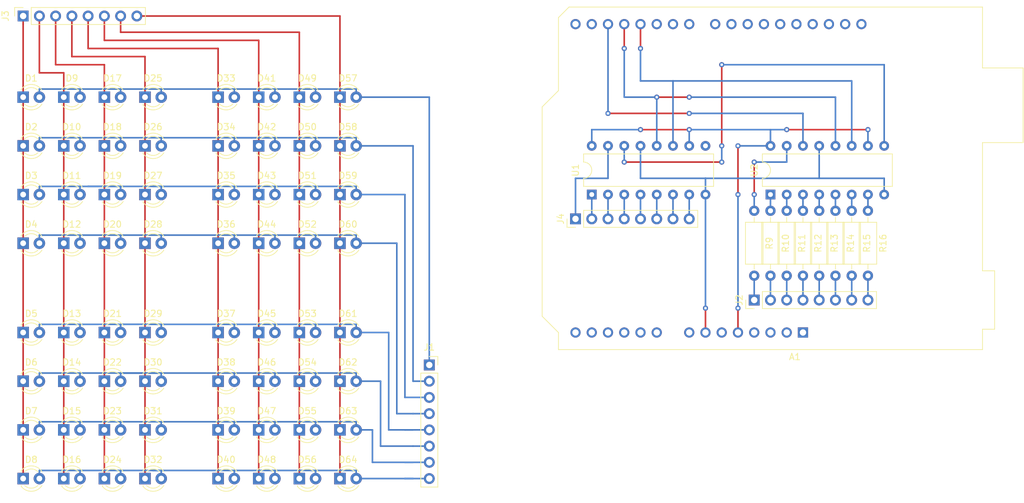
<source format=kicad_pcb>
(kicad_pcb (version 20171130) (host pcbnew 5.1.10)

  (general
    (thickness 1.6)
    (drawings 0)
    (tracks 280)
    (zones 0)
    (modules 79)
    (nets 75)
  )

  (page A4)
  (layers
    (0 F.Cu signal)
    (31 B.Cu signal)
    (32 B.Adhes user)
    (33 F.Adhes user)
    (34 B.Paste user)
    (35 F.Paste user)
    (36 B.SilkS user)
    (37 F.SilkS user)
    (38 B.Mask user)
    (39 F.Mask user)
    (40 Dwgs.User user)
    (41 Cmts.User user)
    (42 Eco1.User user)
    (43 Eco2.User user)
    (44 Edge.Cuts user)
    (45 Margin user)
    (46 B.CrtYd user)
    (47 F.CrtYd user)
    (48 B.Fab user)
    (49 F.Fab user)
  )

  (setup
    (last_trace_width 0.25)
    (trace_clearance 0.2)
    (zone_clearance 0.508)
    (zone_45_only no)
    (trace_min 0.2)
    (via_size 0.8)
    (via_drill 0.4)
    (via_min_size 0.4)
    (via_min_drill 0.3)
    (uvia_size 0.3)
    (uvia_drill 0.1)
    (uvias_allowed no)
    (uvia_min_size 0.2)
    (uvia_min_drill 0.1)
    (edge_width 0.05)
    (segment_width 0.2)
    (pcb_text_width 0.3)
    (pcb_text_size 1.5 1.5)
    (mod_edge_width 0.12)
    (mod_text_size 1 1)
    (mod_text_width 0.15)
    (pad_size 1.524 1.524)
    (pad_drill 0.762)
    (pad_to_mask_clearance 0)
    (aux_axis_origin 0 0)
    (visible_elements FFFFFF7F)
    (pcbplotparams
      (layerselection 0x010fc_ffffffff)
      (usegerberextensions false)
      (usegerberattributes true)
      (usegerberadvancedattributes true)
      (creategerberjobfile true)
      (excludeedgelayer true)
      (linewidth 0.100000)
      (plotframeref false)
      (viasonmask false)
      (mode 1)
      (useauxorigin false)
      (hpglpennumber 1)
      (hpglpenspeed 20)
      (hpglpendiameter 15.000000)
      (psnegative false)
      (psa4output false)
      (plotreference true)
      (plotvalue true)
      (plotinvisibletext false)
      (padsonsilk false)
      (subtractmaskfromsilk false)
      (outputformat 1)
      (mirror false)
      (drillshape 1)
      (scaleselection 1)
      (outputdirectory ""))
  )

  (net 0 "")
  (net 1 "Net-(A1-Pad16)")
  (net 2 "Net-(A1-Pad15)")
  (net 3 "Net-(A1-Pad30)")
  (net 4 "Net-(A1-Pad14)")
  (net 5 "Net-(A1-Pad29)")
  (net 6 "Net-(A1-Pad13)")
  (net 7 "Net-(A1-Pad28)")
  (net 8 "Net-(A1-Pad12)")
  (net 9 "Net-(A1-Pad27)")
  (net 10 "Net-(A1-Pad11)")
  (net 11 "Net-(A1-Pad26)")
  (net 12 "Net-(A1-Pad10)")
  (net 13 "Net-(A1-Pad25)")
  (net 14 "Net-(A1-Pad9)")
  (net 15 "Net-(A1-Pad24)")
  (net 16 "Net-(A1-Pad8)")
  (net 17 "Net-(A1-Pad23)")
  (net 18 GND)
  (net 19 "Net-(A1-Pad22)")
  (net 20 "Net-(A1-Pad6)")
  (net 21 "Net-(A1-Pad21)")
  (net 22 "Net-(A1-Pad20)")
  (net 23 VCC)
  (net 24 "Net-(A1-Pad3)")
  (net 25 "Net-(A1-Pad2)")
  (net 26 "Net-(A1-Pad17)")
  (net 27 "Net-(A1-Pad1)")
  (net 28 "Net-(A1-Pad31)")
  (net 29 "Net-(A1-Pad32)")
  (net 30 "Net-(D1-Pad2)")
  (net 31 "Net-(D1-Pad1)")
  (net 32 "Net-(D10-Pad2)")
  (net 33 "Net-(D11-Pad2)")
  (net 34 "Net-(D12-Pad2)")
  (net 35 "Net-(D13-Pad2)")
  (net 36 "Net-(D14-Pad2)")
  (net 37 "Net-(D15-Pad2)")
  (net 38 "Net-(D16-Pad2)")
  (net 39 "Net-(D10-Pad1)")
  (net 40 "Net-(D17-Pad1)")
  (net 41 "Net-(D25-Pad1)")
  (net 42 "Net-(D33-Pad1)")
  (net 43 "Net-(D41-Pad1)")
  (net 44 "Net-(D49-Pad1)")
  (net 45 "Net-(D57-Pad1)")
  (net 46 "Net-(R9-Pad1)")
  (net 47 "Net-(R10-Pad1)")
  (net 48 "Net-(R11-Pad1)")
  (net 49 "Net-(R12-Pad1)")
  (net 50 "Net-(R13-Pad1)")
  (net 51 "Net-(R14-Pad1)")
  (net 52 "Net-(R15-Pad1)")
  (net 53 "Net-(R16-Pad1)")
  (net 54 "Net-(U1-Pad9)")
  (net 55 "Net-(A1-Pad19)")
  (net 56 "Net-(A1-Pad18)")
  (net 57 "Net-(J2-Pad8)")
  (net 58 "Net-(J2-Pad7)")
  (net 59 "Net-(J2-Pad6)")
  (net 60 "Net-(J2-Pad5)")
  (net 61 "Net-(J2-Pad4)")
  (net 62 "Net-(J2-Pad3)")
  (net 63 "Net-(J2-Pad2)")
  (net 64 "Net-(J2-Pad1)")
  (net 65 "Net-(J4-Pad8)")
  (net 66 "Net-(J4-Pad7)")
  (net 67 "Net-(J4-Pad6)")
  (net 68 "Net-(J4-Pad5)")
  (net 69 "Net-(J4-Pad4)")
  (net 70 "Net-(J4-Pad3)")
  (net 71 "Net-(J4-Pad2)")
  (net 72 "Net-(J4-Pad1)")
  (net 73 "Net-(U1-Pad14)")
  (net 74 "Net-(A1-Pad4)")

  (net_class Default "This is the default net class."
    (clearance 0.2)
    (trace_width 0.25)
    (via_dia 0.8)
    (via_drill 0.4)
    (uvia_dia 0.3)
    (uvia_drill 0.1)
    (add_net GND)
    (add_net "Net-(A1-Pad1)")
    (add_net "Net-(A1-Pad10)")
    (add_net "Net-(A1-Pad11)")
    (add_net "Net-(A1-Pad12)")
    (add_net "Net-(A1-Pad13)")
    (add_net "Net-(A1-Pad14)")
    (add_net "Net-(A1-Pad15)")
    (add_net "Net-(A1-Pad16)")
    (add_net "Net-(A1-Pad17)")
    (add_net "Net-(A1-Pad18)")
    (add_net "Net-(A1-Pad19)")
    (add_net "Net-(A1-Pad2)")
    (add_net "Net-(A1-Pad20)")
    (add_net "Net-(A1-Pad21)")
    (add_net "Net-(A1-Pad22)")
    (add_net "Net-(A1-Pad23)")
    (add_net "Net-(A1-Pad24)")
    (add_net "Net-(A1-Pad25)")
    (add_net "Net-(A1-Pad26)")
    (add_net "Net-(A1-Pad27)")
    (add_net "Net-(A1-Pad28)")
    (add_net "Net-(A1-Pad29)")
    (add_net "Net-(A1-Pad3)")
    (add_net "Net-(A1-Pad30)")
    (add_net "Net-(A1-Pad31)")
    (add_net "Net-(A1-Pad32)")
    (add_net "Net-(A1-Pad4)")
    (add_net "Net-(A1-Pad6)")
    (add_net "Net-(A1-Pad8)")
    (add_net "Net-(A1-Pad9)")
    (add_net "Net-(D1-Pad1)")
    (add_net "Net-(D1-Pad2)")
    (add_net "Net-(D10-Pad1)")
    (add_net "Net-(D10-Pad2)")
    (add_net "Net-(D11-Pad2)")
    (add_net "Net-(D12-Pad2)")
    (add_net "Net-(D13-Pad2)")
    (add_net "Net-(D14-Pad2)")
    (add_net "Net-(D15-Pad2)")
    (add_net "Net-(D16-Pad2)")
    (add_net "Net-(D17-Pad1)")
    (add_net "Net-(D25-Pad1)")
    (add_net "Net-(D33-Pad1)")
    (add_net "Net-(D41-Pad1)")
    (add_net "Net-(D49-Pad1)")
    (add_net "Net-(D57-Pad1)")
    (add_net "Net-(J2-Pad1)")
    (add_net "Net-(J2-Pad2)")
    (add_net "Net-(J2-Pad3)")
    (add_net "Net-(J2-Pad4)")
    (add_net "Net-(J2-Pad5)")
    (add_net "Net-(J2-Pad6)")
    (add_net "Net-(J2-Pad7)")
    (add_net "Net-(J2-Pad8)")
    (add_net "Net-(J4-Pad1)")
    (add_net "Net-(J4-Pad2)")
    (add_net "Net-(J4-Pad3)")
    (add_net "Net-(J4-Pad4)")
    (add_net "Net-(J4-Pad5)")
    (add_net "Net-(J4-Pad6)")
    (add_net "Net-(J4-Pad7)")
    (add_net "Net-(J4-Pad8)")
    (add_net "Net-(R10-Pad1)")
    (add_net "Net-(R11-Pad1)")
    (add_net "Net-(R12-Pad1)")
    (add_net "Net-(R13-Pad1)")
    (add_net "Net-(R14-Pad1)")
    (add_net "Net-(R15-Pad1)")
    (add_net "Net-(R16-Pad1)")
    (add_net "Net-(R9-Pad1)")
    (add_net "Net-(U1-Pad14)")
    (add_net "Net-(U1-Pad9)")
    (add_net VCC)
  )

  (module 74hc595:74HC595 (layer F.Cu) (tedit 61960B21) (tstamp 6196D32E)
    (at 140.97 39.37 90)
    (path /61B3973C)
    (fp_text reference U2 (at 0 -11.43 90) (layer F.SilkS)
      (effects (font (size 1 1) (thickness 0.15)))
    )
    (fp_text value 74HC595 (at 0 11.43 90) (layer F.Fab)
      (effects (font (size 1 1) (thickness 0.15)))
    )
    (fp_line (start -2.54 -10.16) (end -2.54 10.16) (layer F.SilkS) (width 0.12))
    (fp_line (start -2.54 10.16) (end 2.54 10.16) (layer F.SilkS) (width 0.12))
    (fp_line (start 2.54 10.16) (end 2.54 -10.16) (layer F.SilkS) (width 0.12))
    (fp_line (start 2.54 -10.16) (end 1.27 -10.16) (layer F.SilkS) (width 0.12))
    (fp_line (start -2.54 -10.16) (end -1.27 -10.16) (layer F.SilkS) (width 0.12))
    (fp_line (start -5.08 -10.16) (end 5.08 -10.16) (layer F.CrtYd) (width 0.12))
    (fp_line (start 5.08 -10.16) (end 5.08 10.16) (layer F.CrtYd) (width 0.12))
    (fp_line (start 5.08 10.16) (end -5.08 10.16) (layer F.CrtYd) (width 0.12))
    (fp_line (start -5.08 10.16) (end -5.08 -10.16) (layer F.CrtYd) (width 0.12))
    (fp_arc (start 0 -10.16) (end -1.27 -10.16) (angle -180) (layer F.SilkS) (width 0.12))
    (pad 1 thru_hole rect (at -3.81 -8.89 90) (size 1.524 1.524) (drill 0.762) (layers *.Cu *.Mask)
      (net 47 "Net-(R10-Pad1)"))
    (pad 2 thru_hole circle (at -3.81 -6.35 90) (size 1.524 1.524) (drill 0.762) (layers *.Cu *.Mask)
      (net 48 "Net-(R11-Pad1)"))
    (pad 3 thru_hole circle (at -3.81 -3.81 90) (size 1.524 1.524) (drill 0.762) (layers *.Cu *.Mask)
      (net 49 "Net-(R12-Pad1)"))
    (pad 4 thru_hole circle (at -3.81 -1.27 90) (size 1.524 1.524) (drill 0.762) (layers *.Cu *.Mask)
      (net 50 "Net-(R13-Pad1)"))
    (pad 5 thru_hole circle (at -3.81 1.27 90) (size 1.524 1.524) (drill 0.762) (layers *.Cu *.Mask)
      (net 51 "Net-(R14-Pad1)"))
    (pad 6 thru_hole circle (at -3.81 3.81 90) (size 1.524 1.524) (drill 0.762) (layers *.Cu *.Mask)
      (net 52 "Net-(R15-Pad1)"))
    (pad 7 thru_hole circle (at -3.81 6.35 90) (size 1.524 1.524) (drill 0.762) (layers *.Cu *.Mask)
      (net 53 "Net-(R16-Pad1)"))
    (pad 8 thru_hole circle (at -3.81 8.89 90) (size 1.524 1.524) (drill 0.762) (layers *.Cu *.Mask)
      (net 18 GND))
    (pad 16 thru_hole circle (at 3.81 -8.89 90) (size 1.524 1.524) (drill 0.762) (layers *.Cu *.Mask)
      (net 23 VCC))
    (pad 9 thru_hole circle (at 3.81 8.89 90) (size 1.524 1.524) (drill 0.762) (layers *.Cu *.Mask)
      (net 73 "Net-(U1-Pad14)"))
    (pad 10 thru_hole circle (at 3.81 6.35 90) (size 1.524 1.524) (drill 0.762) (layers *.Cu *.Mask)
      (net 23 VCC))
    (pad 11 thru_hole circle (at 3.81 3.81 90) (size 1.524 1.524) (drill 0.762) (layers *.Cu *.Mask)
      (net 55 "Net-(A1-Pad19)"))
    (pad 12 thru_hole circle (at 3.81 1.27 90) (size 1.524 1.524) (drill 0.762) (layers *.Cu *.Mask)
      (net 56 "Net-(A1-Pad18)"))
    (pad 13 thru_hole circle (at 3.81 -1.27 90) (size 1.524 1.524) (drill 0.762) (layers *.Cu *.Mask)
      (net 18 GND))
    (pad 14 thru_hole circle (at 3.81 -3.81 90) (size 1.524 1.524) (drill 0.762) (layers *.Cu *.Mask)
      (net 26 "Net-(A1-Pad17)"))
    (pad 15 thru_hole circle (at 3.81 -6.35 90) (size 1.524 1.524) (drill 0.762) (layers *.Cu *.Mask)
      (net 46 "Net-(R9-Pad1)"))
  )

  (module 74hc595:74HC595 (layer F.Cu) (tedit 61960B21) (tstamp 6196D310)
    (at 113.03 39.37 90)
    (path /61A10297)
    (fp_text reference U1 (at 0 -11.43 90) (layer F.SilkS)
      (effects (font (size 1 1) (thickness 0.15)))
    )
    (fp_text value 74HC595 (at 0 11.43 90) (layer F.Fab)
      (effects (font (size 1 1) (thickness 0.15)))
    )
    (fp_line (start -2.54 -10.16) (end -2.54 10.16) (layer F.SilkS) (width 0.12))
    (fp_line (start -2.54 10.16) (end 2.54 10.16) (layer F.SilkS) (width 0.12))
    (fp_line (start 2.54 10.16) (end 2.54 -10.16) (layer F.SilkS) (width 0.12))
    (fp_line (start 2.54 -10.16) (end 1.27 -10.16) (layer F.SilkS) (width 0.12))
    (fp_line (start -2.54 -10.16) (end -1.27 -10.16) (layer F.SilkS) (width 0.12))
    (fp_line (start -5.08 -10.16) (end 5.08 -10.16) (layer F.CrtYd) (width 0.12))
    (fp_line (start 5.08 -10.16) (end 5.08 10.16) (layer F.CrtYd) (width 0.12))
    (fp_line (start 5.08 10.16) (end -5.08 10.16) (layer F.CrtYd) (width 0.12))
    (fp_line (start -5.08 10.16) (end -5.08 -10.16) (layer F.CrtYd) (width 0.12))
    (fp_arc (start 0 -10.16) (end -1.27 -10.16) (angle -180) (layer F.SilkS) (width 0.12))
    (pad 1 thru_hole rect (at -3.81 -8.89 90) (size 1.524 1.524) (drill 0.762) (layers *.Cu *.Mask)
      (net 71 "Net-(J4-Pad2)"))
    (pad 2 thru_hole circle (at -3.81 -6.35 90) (size 1.524 1.524) (drill 0.762) (layers *.Cu *.Mask)
      (net 70 "Net-(J4-Pad3)"))
    (pad 3 thru_hole circle (at -3.81 -3.81 90) (size 1.524 1.524) (drill 0.762) (layers *.Cu *.Mask)
      (net 69 "Net-(J4-Pad4)"))
    (pad 4 thru_hole circle (at -3.81 -1.27 90) (size 1.524 1.524) (drill 0.762) (layers *.Cu *.Mask)
      (net 68 "Net-(J4-Pad5)"))
    (pad 5 thru_hole circle (at -3.81 1.27 90) (size 1.524 1.524) (drill 0.762) (layers *.Cu *.Mask)
      (net 67 "Net-(J4-Pad6)"))
    (pad 6 thru_hole circle (at -3.81 3.81 90) (size 1.524 1.524) (drill 0.762) (layers *.Cu *.Mask)
      (net 66 "Net-(J4-Pad7)"))
    (pad 7 thru_hole circle (at -3.81 6.35 90) (size 1.524 1.524) (drill 0.762) (layers *.Cu *.Mask)
      (net 65 "Net-(J4-Pad8)"))
    (pad 8 thru_hole circle (at -3.81 8.89 90) (size 1.524 1.524) (drill 0.762) (layers *.Cu *.Mask)
      (net 18 GND))
    (pad 16 thru_hole circle (at 3.81 -8.89 90) (size 1.524 1.524) (drill 0.762) (layers *.Cu *.Mask)
      (net 23 VCC))
    (pad 9 thru_hole circle (at 3.81 8.89 90) (size 1.524 1.524) (drill 0.762) (layers *.Cu *.Mask)
      (net 54 "Net-(U1-Pad9)"))
    (pad 10 thru_hole circle (at 3.81 6.35 90) (size 1.524 1.524) (drill 0.762) (layers *.Cu *.Mask)
      (net 23 VCC))
    (pad 11 thru_hole circle (at 3.81 3.81 90) (size 1.524 1.524) (drill 0.762) (layers *.Cu *.Mask)
      (net 55 "Net-(A1-Pad19)"))
    (pad 12 thru_hole circle (at 3.81 1.27 90) (size 1.524 1.524) (drill 0.762) (layers *.Cu *.Mask)
      (net 56 "Net-(A1-Pad18)"))
    (pad 13 thru_hole circle (at 3.81 -1.27 90) (size 1.524 1.524) (drill 0.762) (layers *.Cu *.Mask)
      (net 18 GND))
    (pad 14 thru_hole circle (at 3.81 -3.81 90) (size 1.524 1.524) (drill 0.762) (layers *.Cu *.Mask)
      (net 73 "Net-(U1-Pad14)"))
    (pad 15 thru_hole circle (at 3.81 -6.35 90) (size 1.524 1.524) (drill 0.762) (layers *.Cu *.Mask)
      (net 72 "Net-(J4-Pad1)"))
  )

  (module Connector_PinHeader_2.54mm:PinHeader_1x08_P2.54mm_Vertical (layer F.Cu) (tedit 59FED5CC) (tstamp 6193B8DE)
    (at 101.6 46.99 90)
    (descr "Through hole straight pin header, 1x08, 2.54mm pitch, single row")
    (tags "Through hole pin header THT 1x08 2.54mm single row")
    (path /61BFBBDD)
    (fp_text reference J4 (at 0 -2.33 90) (layer F.SilkS)
      (effects (font (size 1 1) (thickness 0.15)))
    )
    (fp_text value COL_F (at 0 20.11 90) (layer F.Fab)
      (effects (font (size 1 1) (thickness 0.15)))
    )
    (fp_line (start -0.635 -1.27) (end 1.27 -1.27) (layer F.Fab) (width 0.1))
    (fp_line (start 1.27 -1.27) (end 1.27 19.05) (layer F.Fab) (width 0.1))
    (fp_line (start 1.27 19.05) (end -1.27 19.05) (layer F.Fab) (width 0.1))
    (fp_line (start -1.27 19.05) (end -1.27 -0.635) (layer F.Fab) (width 0.1))
    (fp_line (start -1.27 -0.635) (end -0.635 -1.27) (layer F.Fab) (width 0.1))
    (fp_line (start -1.33 19.11) (end 1.33 19.11) (layer F.SilkS) (width 0.12))
    (fp_line (start -1.33 1.27) (end -1.33 19.11) (layer F.SilkS) (width 0.12))
    (fp_line (start 1.33 1.27) (end 1.33 19.11) (layer F.SilkS) (width 0.12))
    (fp_line (start -1.33 1.27) (end 1.33 1.27) (layer F.SilkS) (width 0.12))
    (fp_line (start -1.33 0) (end -1.33 -1.33) (layer F.SilkS) (width 0.12))
    (fp_line (start -1.33 -1.33) (end 0 -1.33) (layer F.SilkS) (width 0.12))
    (fp_line (start -1.8 -1.8) (end -1.8 19.55) (layer F.CrtYd) (width 0.05))
    (fp_line (start -1.8 19.55) (end 1.8 19.55) (layer F.CrtYd) (width 0.05))
    (fp_line (start 1.8 19.55) (end 1.8 -1.8) (layer F.CrtYd) (width 0.05))
    (fp_line (start 1.8 -1.8) (end -1.8 -1.8) (layer F.CrtYd) (width 0.05))
    (fp_text user %R (at 0 8.89) (layer F.Fab)
      (effects (font (size 1 1) (thickness 0.15)))
    )
    (pad 8 thru_hole oval (at 0 17.78 90) (size 1.7 1.7) (drill 1) (layers *.Cu *.Mask)
      (net 65 "Net-(J4-Pad8)"))
    (pad 7 thru_hole oval (at 0 15.24 90) (size 1.7 1.7) (drill 1) (layers *.Cu *.Mask)
      (net 66 "Net-(J4-Pad7)"))
    (pad 6 thru_hole oval (at 0 12.7 90) (size 1.7 1.7) (drill 1) (layers *.Cu *.Mask)
      (net 67 "Net-(J4-Pad6)"))
    (pad 5 thru_hole oval (at 0 10.16 90) (size 1.7 1.7) (drill 1) (layers *.Cu *.Mask)
      (net 68 "Net-(J4-Pad5)"))
    (pad 4 thru_hole oval (at 0 7.62 90) (size 1.7 1.7) (drill 1) (layers *.Cu *.Mask)
      (net 69 "Net-(J4-Pad4)"))
    (pad 3 thru_hole oval (at 0 5.08 90) (size 1.7 1.7) (drill 1) (layers *.Cu *.Mask)
      (net 70 "Net-(J4-Pad3)"))
    (pad 2 thru_hole oval (at 0 2.54 90) (size 1.7 1.7) (drill 1) (layers *.Cu *.Mask)
      (net 71 "Net-(J4-Pad2)"))
    (pad 1 thru_hole rect (at 0 0 90) (size 1.7 1.7) (drill 1) (layers *.Cu *.Mask)
      (net 72 "Net-(J4-Pad1)"))
    (model ${KISYS3DMOD}/Connector_PinHeader_2.54mm.3dshapes/PinHeader_1x08_P2.54mm_Vertical.wrl
      (at (xyz 0 0 0))
      (scale (xyz 1 1 1))
      (rotate (xyz 0 0 0))
    )
  )

  (module Connector_PinSocket_2.54mm:PinSocket_1x08_P2.54mm_Vertical (layer F.Cu) (tedit 5A19A420) (tstamp 6193B8C2)
    (at 15.24 15.24 90)
    (descr "Through hole straight socket strip, 1x08, 2.54mm pitch, single row (from Kicad 4.0.7), script generated")
    (tags "Through hole socket strip THT 1x08 2.54mm single row")
    (path /61BE8985)
    (fp_text reference J3 (at 0 -2.77 90) (layer F.SilkS)
      (effects (font (size 1 1) (thickness 0.15)))
    )
    (fp_text value COL_M (at 0 20.55 90) (layer F.Fab)
      (effects (font (size 1 1) (thickness 0.15)))
    )
    (fp_line (start -1.27 -1.27) (end 0.635 -1.27) (layer F.Fab) (width 0.1))
    (fp_line (start 0.635 -1.27) (end 1.27 -0.635) (layer F.Fab) (width 0.1))
    (fp_line (start 1.27 -0.635) (end 1.27 19.05) (layer F.Fab) (width 0.1))
    (fp_line (start 1.27 19.05) (end -1.27 19.05) (layer F.Fab) (width 0.1))
    (fp_line (start -1.27 19.05) (end -1.27 -1.27) (layer F.Fab) (width 0.1))
    (fp_line (start -1.33 1.27) (end 1.33 1.27) (layer F.SilkS) (width 0.12))
    (fp_line (start -1.33 1.27) (end -1.33 19.11) (layer F.SilkS) (width 0.12))
    (fp_line (start -1.33 19.11) (end 1.33 19.11) (layer F.SilkS) (width 0.12))
    (fp_line (start 1.33 1.27) (end 1.33 19.11) (layer F.SilkS) (width 0.12))
    (fp_line (start 1.33 -1.33) (end 1.33 0) (layer F.SilkS) (width 0.12))
    (fp_line (start 0 -1.33) (end 1.33 -1.33) (layer F.SilkS) (width 0.12))
    (fp_line (start -1.8 -1.8) (end 1.75 -1.8) (layer F.CrtYd) (width 0.05))
    (fp_line (start 1.75 -1.8) (end 1.75 19.55) (layer F.CrtYd) (width 0.05))
    (fp_line (start 1.75 19.55) (end -1.8 19.55) (layer F.CrtYd) (width 0.05))
    (fp_line (start -1.8 19.55) (end -1.8 -1.8) (layer F.CrtYd) (width 0.05))
    (fp_text user %R (at 0 8.89) (layer F.Fab)
      (effects (font (size 1 1) (thickness 0.15)))
    )
    (pad 8 thru_hole oval (at 0 17.78 90) (size 1.7 1.7) (drill 1) (layers *.Cu *.Mask)
      (net 45 "Net-(D57-Pad1)"))
    (pad 7 thru_hole oval (at 0 15.24 90) (size 1.7 1.7) (drill 1) (layers *.Cu *.Mask)
      (net 44 "Net-(D49-Pad1)"))
    (pad 6 thru_hole oval (at 0 12.7 90) (size 1.7 1.7) (drill 1) (layers *.Cu *.Mask)
      (net 43 "Net-(D41-Pad1)"))
    (pad 5 thru_hole oval (at 0 10.16 90) (size 1.7 1.7) (drill 1) (layers *.Cu *.Mask)
      (net 42 "Net-(D33-Pad1)"))
    (pad 4 thru_hole oval (at 0 7.62 90) (size 1.7 1.7) (drill 1) (layers *.Cu *.Mask)
      (net 41 "Net-(D25-Pad1)"))
    (pad 3 thru_hole oval (at 0 5.08 90) (size 1.7 1.7) (drill 1) (layers *.Cu *.Mask)
      (net 40 "Net-(D17-Pad1)"))
    (pad 2 thru_hole oval (at 0 2.54 90) (size 1.7 1.7) (drill 1) (layers *.Cu *.Mask)
      (net 39 "Net-(D10-Pad1)"))
    (pad 1 thru_hole rect (at 0 0 90) (size 1.7 1.7) (drill 1) (layers *.Cu *.Mask)
      (net 31 "Net-(D1-Pad1)"))
    (model ${KISYS3DMOD}/Connector_PinSocket_2.54mm.3dshapes/PinSocket_1x08_P2.54mm_Vertical.wrl
      (at (xyz 0 0 0))
      (scale (xyz 1 1 1))
      (rotate (xyz 0 0 0))
    )
  )

  (module Connector_PinHeader_2.54mm:PinHeader_1x08_P2.54mm_Vertical (layer F.Cu) (tedit 59FED5CC) (tstamp 6193B8A6)
    (at 129.54 59.69 90)
    (descr "Through hole straight pin header, 1x08, 2.54mm pitch, single row")
    (tags "Through hole pin header THT 1x08 2.54mm single row")
    (path /61BF8F88)
    (fp_text reference J2 (at 0 -2.33 90) (layer F.SilkS)
      (effects (font (size 1 1) (thickness 0.15)))
    )
    (fp_text value ROW_F (at 0 20.11 90) (layer F.Fab)
      (effects (font (size 1 1) (thickness 0.15)))
    )
    (fp_line (start -0.635 -1.27) (end 1.27 -1.27) (layer F.Fab) (width 0.1))
    (fp_line (start 1.27 -1.27) (end 1.27 19.05) (layer F.Fab) (width 0.1))
    (fp_line (start 1.27 19.05) (end -1.27 19.05) (layer F.Fab) (width 0.1))
    (fp_line (start -1.27 19.05) (end -1.27 -0.635) (layer F.Fab) (width 0.1))
    (fp_line (start -1.27 -0.635) (end -0.635 -1.27) (layer F.Fab) (width 0.1))
    (fp_line (start -1.33 19.11) (end 1.33 19.11) (layer F.SilkS) (width 0.12))
    (fp_line (start -1.33 1.27) (end -1.33 19.11) (layer F.SilkS) (width 0.12))
    (fp_line (start 1.33 1.27) (end 1.33 19.11) (layer F.SilkS) (width 0.12))
    (fp_line (start -1.33 1.27) (end 1.33 1.27) (layer F.SilkS) (width 0.12))
    (fp_line (start -1.33 0) (end -1.33 -1.33) (layer F.SilkS) (width 0.12))
    (fp_line (start -1.33 -1.33) (end 0 -1.33) (layer F.SilkS) (width 0.12))
    (fp_line (start -1.8 -1.8) (end -1.8 19.55) (layer F.CrtYd) (width 0.05))
    (fp_line (start -1.8 19.55) (end 1.8 19.55) (layer F.CrtYd) (width 0.05))
    (fp_line (start 1.8 19.55) (end 1.8 -1.8) (layer F.CrtYd) (width 0.05))
    (fp_line (start 1.8 -1.8) (end -1.8 -1.8) (layer F.CrtYd) (width 0.05))
    (fp_text user %R (at 0 8.89) (layer F.Fab)
      (effects (font (size 1 1) (thickness 0.15)))
    )
    (pad 8 thru_hole oval (at 0 17.78 90) (size 1.7 1.7) (drill 1) (layers *.Cu *.Mask)
      (net 57 "Net-(J2-Pad8)"))
    (pad 7 thru_hole oval (at 0 15.24 90) (size 1.7 1.7) (drill 1) (layers *.Cu *.Mask)
      (net 58 "Net-(J2-Pad7)"))
    (pad 6 thru_hole oval (at 0 12.7 90) (size 1.7 1.7) (drill 1) (layers *.Cu *.Mask)
      (net 59 "Net-(J2-Pad6)"))
    (pad 5 thru_hole oval (at 0 10.16 90) (size 1.7 1.7) (drill 1) (layers *.Cu *.Mask)
      (net 60 "Net-(J2-Pad5)"))
    (pad 4 thru_hole oval (at 0 7.62 90) (size 1.7 1.7) (drill 1) (layers *.Cu *.Mask)
      (net 61 "Net-(J2-Pad4)"))
    (pad 3 thru_hole oval (at 0 5.08 90) (size 1.7 1.7) (drill 1) (layers *.Cu *.Mask)
      (net 62 "Net-(J2-Pad3)"))
    (pad 2 thru_hole oval (at 0 2.54 90) (size 1.7 1.7) (drill 1) (layers *.Cu *.Mask)
      (net 63 "Net-(J2-Pad2)"))
    (pad 1 thru_hole rect (at 0 0 90) (size 1.7 1.7) (drill 1) (layers *.Cu *.Mask)
      (net 64 "Net-(J2-Pad1)"))
    (model ${KISYS3DMOD}/Connector_PinHeader_2.54mm.3dshapes/PinHeader_1x08_P2.54mm_Vertical.wrl
      (at (xyz 0 0 0))
      (scale (xyz 1 1 1))
      (rotate (xyz 0 0 0))
    )
  )

  (module Connector_PinSocket_2.54mm:PinSocket_1x08_P2.54mm_Vertical (layer F.Cu) (tedit 5A19A420) (tstamp 6193B88A)
    (at 78.74 69.85)
    (descr "Through hole straight socket strip, 1x08, 2.54mm pitch, single row (from Kicad 4.0.7), script generated")
    (tags "Through hole socket strip THT 1x08 2.54mm single row")
    (path /619608A1)
    (fp_text reference J1 (at 0 -2.77) (layer F.SilkS)
      (effects (font (size 1 1) (thickness 0.15)))
    )
    (fp_text value ROW_M (at 0 20.55) (layer F.Fab)
      (effects (font (size 1 1) (thickness 0.15)))
    )
    (fp_line (start -1.27 -1.27) (end 0.635 -1.27) (layer F.Fab) (width 0.1))
    (fp_line (start 0.635 -1.27) (end 1.27 -0.635) (layer F.Fab) (width 0.1))
    (fp_line (start 1.27 -0.635) (end 1.27 19.05) (layer F.Fab) (width 0.1))
    (fp_line (start 1.27 19.05) (end -1.27 19.05) (layer F.Fab) (width 0.1))
    (fp_line (start -1.27 19.05) (end -1.27 -1.27) (layer F.Fab) (width 0.1))
    (fp_line (start -1.33 1.27) (end 1.33 1.27) (layer F.SilkS) (width 0.12))
    (fp_line (start -1.33 1.27) (end -1.33 19.11) (layer F.SilkS) (width 0.12))
    (fp_line (start -1.33 19.11) (end 1.33 19.11) (layer F.SilkS) (width 0.12))
    (fp_line (start 1.33 1.27) (end 1.33 19.11) (layer F.SilkS) (width 0.12))
    (fp_line (start 1.33 -1.33) (end 1.33 0) (layer F.SilkS) (width 0.12))
    (fp_line (start 0 -1.33) (end 1.33 -1.33) (layer F.SilkS) (width 0.12))
    (fp_line (start -1.8 -1.8) (end 1.75 -1.8) (layer F.CrtYd) (width 0.05))
    (fp_line (start 1.75 -1.8) (end 1.75 19.55) (layer F.CrtYd) (width 0.05))
    (fp_line (start 1.75 19.55) (end -1.8 19.55) (layer F.CrtYd) (width 0.05))
    (fp_line (start -1.8 19.55) (end -1.8 -1.8) (layer F.CrtYd) (width 0.05))
    (fp_text user %R (at 0 8.89 90) (layer F.Fab)
      (effects (font (size 1 1) (thickness 0.15)))
    )
    (pad 8 thru_hole oval (at 0 17.78) (size 1.7 1.7) (drill 1) (layers *.Cu *.Mask)
      (net 38 "Net-(D16-Pad2)"))
    (pad 7 thru_hole oval (at 0 15.24) (size 1.7 1.7) (drill 1) (layers *.Cu *.Mask)
      (net 37 "Net-(D15-Pad2)"))
    (pad 6 thru_hole oval (at 0 12.7) (size 1.7 1.7) (drill 1) (layers *.Cu *.Mask)
      (net 36 "Net-(D14-Pad2)"))
    (pad 5 thru_hole oval (at 0 10.16) (size 1.7 1.7) (drill 1) (layers *.Cu *.Mask)
      (net 35 "Net-(D13-Pad2)"))
    (pad 4 thru_hole oval (at 0 7.62) (size 1.7 1.7) (drill 1) (layers *.Cu *.Mask)
      (net 34 "Net-(D12-Pad2)"))
    (pad 3 thru_hole oval (at 0 5.08) (size 1.7 1.7) (drill 1) (layers *.Cu *.Mask)
      (net 33 "Net-(D11-Pad2)"))
    (pad 2 thru_hole oval (at 0 2.54) (size 1.7 1.7) (drill 1) (layers *.Cu *.Mask)
      (net 32 "Net-(D10-Pad2)"))
    (pad 1 thru_hole rect (at 0 0) (size 1.7 1.7) (drill 1) (layers *.Cu *.Mask)
      (net 30 "Net-(D1-Pad2)"))
    (model ${KISYS3DMOD}/Connector_PinSocket_2.54mm.3dshapes/PinSocket_1x08_P2.54mm_Vertical.wrl
      (at (xyz 0 0 0))
      (scale (xyz 1 1 1))
      (rotate (xyz 0 0 0))
    )
  )

  (module Resistor_THT:R_Axial_DIN0207_L6.3mm_D2.5mm_P10.16mm_Horizontal (layer F.Cu) (tedit 5AE5139B) (tstamp 6192692A)
    (at 147.32 45.72 270)
    (descr "Resistor, Axial_DIN0207 series, Axial, Horizontal, pin pitch=10.16mm, 0.25W = 1/4W, length*diameter=6.3*2.5mm^2, http://cdn-reichelt.de/documents/datenblatt/B400/1_4W%23YAG.pdf")
    (tags "Resistor Axial_DIN0207 series Axial Horizontal pin pitch 10.16mm 0.25W = 1/4W length 6.3mm diameter 2.5mm")
    (path /6196E9D4)
    (fp_text reference R16 (at 5.08 -2.37 90) (layer F.SilkS)
      (effects (font (size 1 1) (thickness 0.15)))
    )
    (fp_text value R (at 5.08 2.37 90) (layer F.Fab)
      (effects (font (size 1 1) (thickness 0.15)))
    )
    (fp_line (start 11.21 -1.5) (end -1.05 -1.5) (layer F.CrtYd) (width 0.05))
    (fp_line (start 11.21 1.5) (end 11.21 -1.5) (layer F.CrtYd) (width 0.05))
    (fp_line (start -1.05 1.5) (end 11.21 1.5) (layer F.CrtYd) (width 0.05))
    (fp_line (start -1.05 -1.5) (end -1.05 1.5) (layer F.CrtYd) (width 0.05))
    (fp_line (start 9.12 0) (end 8.35 0) (layer F.SilkS) (width 0.12))
    (fp_line (start 1.04 0) (end 1.81 0) (layer F.SilkS) (width 0.12))
    (fp_line (start 8.35 -1.37) (end 1.81 -1.37) (layer F.SilkS) (width 0.12))
    (fp_line (start 8.35 1.37) (end 8.35 -1.37) (layer F.SilkS) (width 0.12))
    (fp_line (start 1.81 1.37) (end 8.35 1.37) (layer F.SilkS) (width 0.12))
    (fp_line (start 1.81 -1.37) (end 1.81 1.37) (layer F.SilkS) (width 0.12))
    (fp_line (start 10.16 0) (end 8.23 0) (layer F.Fab) (width 0.1))
    (fp_line (start 0 0) (end 1.93 0) (layer F.Fab) (width 0.1))
    (fp_line (start 8.23 -1.25) (end 1.93 -1.25) (layer F.Fab) (width 0.1))
    (fp_line (start 8.23 1.25) (end 8.23 -1.25) (layer F.Fab) (width 0.1))
    (fp_line (start 1.93 1.25) (end 8.23 1.25) (layer F.Fab) (width 0.1))
    (fp_line (start 1.93 -1.25) (end 1.93 1.25) (layer F.Fab) (width 0.1))
    (fp_text user %R (at 5.08 0 90) (layer F.Fab)
      (effects (font (size 1 1) (thickness 0.15)))
    )
    (pad 2 thru_hole oval (at 10.16 0 270) (size 1.6 1.6) (drill 0.8) (layers *.Cu *.Mask)
      (net 57 "Net-(J2-Pad8)"))
    (pad 1 thru_hole circle (at 0 0 270) (size 1.6 1.6) (drill 0.8) (layers *.Cu *.Mask)
      (net 53 "Net-(R16-Pad1)"))
    (model ${KISYS3DMOD}/Resistor_THT.3dshapes/R_Axial_DIN0207_L6.3mm_D2.5mm_P10.16mm_Horizontal.wrl
      (at (xyz 0 0 0))
      (scale (xyz 1 1 1))
      (rotate (xyz 0 0 0))
    )
  )

  (module Resistor_THT:R_Axial_DIN0207_L6.3mm_D2.5mm_P10.16mm_Horizontal (layer F.Cu) (tedit 5AE5139B) (tstamp 61926913)
    (at 144.78 45.72 270)
    (descr "Resistor, Axial_DIN0207 series, Axial, Horizontal, pin pitch=10.16mm, 0.25W = 1/4W, length*diameter=6.3*2.5mm^2, http://cdn-reichelt.de/documents/datenblatt/B400/1_4W%23YAG.pdf")
    (tags "Resistor Axial_DIN0207 series Axial Horizontal pin pitch 10.16mm 0.25W = 1/4W length 6.3mm diameter 2.5mm")
    (path /6196E9CE)
    (fp_text reference R15 (at 5.08 -2.37 90) (layer F.SilkS)
      (effects (font (size 1 1) (thickness 0.15)))
    )
    (fp_text value R (at 5.08 2.37 90) (layer F.Fab)
      (effects (font (size 1 1) (thickness 0.15)))
    )
    (fp_line (start 11.21 -1.5) (end -1.05 -1.5) (layer F.CrtYd) (width 0.05))
    (fp_line (start 11.21 1.5) (end 11.21 -1.5) (layer F.CrtYd) (width 0.05))
    (fp_line (start -1.05 1.5) (end 11.21 1.5) (layer F.CrtYd) (width 0.05))
    (fp_line (start -1.05 -1.5) (end -1.05 1.5) (layer F.CrtYd) (width 0.05))
    (fp_line (start 9.12 0) (end 8.35 0) (layer F.SilkS) (width 0.12))
    (fp_line (start 1.04 0) (end 1.81 0) (layer F.SilkS) (width 0.12))
    (fp_line (start 8.35 -1.37) (end 1.81 -1.37) (layer F.SilkS) (width 0.12))
    (fp_line (start 8.35 1.37) (end 8.35 -1.37) (layer F.SilkS) (width 0.12))
    (fp_line (start 1.81 1.37) (end 8.35 1.37) (layer F.SilkS) (width 0.12))
    (fp_line (start 1.81 -1.37) (end 1.81 1.37) (layer F.SilkS) (width 0.12))
    (fp_line (start 10.16 0) (end 8.23 0) (layer F.Fab) (width 0.1))
    (fp_line (start 0 0) (end 1.93 0) (layer F.Fab) (width 0.1))
    (fp_line (start 8.23 -1.25) (end 1.93 -1.25) (layer F.Fab) (width 0.1))
    (fp_line (start 8.23 1.25) (end 8.23 -1.25) (layer F.Fab) (width 0.1))
    (fp_line (start 1.93 1.25) (end 8.23 1.25) (layer F.Fab) (width 0.1))
    (fp_line (start 1.93 -1.25) (end 1.93 1.25) (layer F.Fab) (width 0.1))
    (fp_text user %R (at 5.08 0 90) (layer F.Fab)
      (effects (font (size 1 1) (thickness 0.15)))
    )
    (pad 2 thru_hole oval (at 10.16 0 270) (size 1.6 1.6) (drill 0.8) (layers *.Cu *.Mask)
      (net 58 "Net-(J2-Pad7)"))
    (pad 1 thru_hole circle (at 0 0 270) (size 1.6 1.6) (drill 0.8) (layers *.Cu *.Mask)
      (net 52 "Net-(R15-Pad1)"))
    (model ${KISYS3DMOD}/Resistor_THT.3dshapes/R_Axial_DIN0207_L6.3mm_D2.5mm_P10.16mm_Horizontal.wrl
      (at (xyz 0 0 0))
      (scale (xyz 1 1 1))
      (rotate (xyz 0 0 0))
    )
  )

  (module Resistor_THT:R_Axial_DIN0207_L6.3mm_D2.5mm_P10.16mm_Horizontal (layer F.Cu) (tedit 5AE5139B) (tstamp 619268FC)
    (at 142.24 45.72 270)
    (descr "Resistor, Axial_DIN0207 series, Axial, Horizontal, pin pitch=10.16mm, 0.25W = 1/4W, length*diameter=6.3*2.5mm^2, http://cdn-reichelt.de/documents/datenblatt/B400/1_4W%23YAG.pdf")
    (tags "Resistor Axial_DIN0207 series Axial Horizontal pin pitch 10.16mm 0.25W = 1/4W length 6.3mm diameter 2.5mm")
    (path /61964C5E)
    (fp_text reference R14 (at 5.08 -2.37 90) (layer F.SilkS)
      (effects (font (size 1 1) (thickness 0.15)))
    )
    (fp_text value R (at 5.08 2.37 90) (layer F.Fab)
      (effects (font (size 1 1) (thickness 0.15)))
    )
    (fp_line (start 11.21 -1.5) (end -1.05 -1.5) (layer F.CrtYd) (width 0.05))
    (fp_line (start 11.21 1.5) (end 11.21 -1.5) (layer F.CrtYd) (width 0.05))
    (fp_line (start -1.05 1.5) (end 11.21 1.5) (layer F.CrtYd) (width 0.05))
    (fp_line (start -1.05 -1.5) (end -1.05 1.5) (layer F.CrtYd) (width 0.05))
    (fp_line (start 9.12 0) (end 8.35 0) (layer F.SilkS) (width 0.12))
    (fp_line (start 1.04 0) (end 1.81 0) (layer F.SilkS) (width 0.12))
    (fp_line (start 8.35 -1.37) (end 1.81 -1.37) (layer F.SilkS) (width 0.12))
    (fp_line (start 8.35 1.37) (end 8.35 -1.37) (layer F.SilkS) (width 0.12))
    (fp_line (start 1.81 1.37) (end 8.35 1.37) (layer F.SilkS) (width 0.12))
    (fp_line (start 1.81 -1.37) (end 1.81 1.37) (layer F.SilkS) (width 0.12))
    (fp_line (start 10.16 0) (end 8.23 0) (layer F.Fab) (width 0.1))
    (fp_line (start 0 0) (end 1.93 0) (layer F.Fab) (width 0.1))
    (fp_line (start 8.23 -1.25) (end 1.93 -1.25) (layer F.Fab) (width 0.1))
    (fp_line (start 8.23 1.25) (end 8.23 -1.25) (layer F.Fab) (width 0.1))
    (fp_line (start 1.93 1.25) (end 8.23 1.25) (layer F.Fab) (width 0.1))
    (fp_line (start 1.93 -1.25) (end 1.93 1.25) (layer F.Fab) (width 0.1))
    (fp_text user %R (at 5.08 0 90) (layer F.Fab)
      (effects (font (size 1 1) (thickness 0.15)))
    )
    (pad 2 thru_hole oval (at 10.16 0 270) (size 1.6 1.6) (drill 0.8) (layers *.Cu *.Mask)
      (net 59 "Net-(J2-Pad6)"))
    (pad 1 thru_hole circle (at 0 0 270) (size 1.6 1.6) (drill 0.8) (layers *.Cu *.Mask)
      (net 51 "Net-(R14-Pad1)"))
    (model ${KISYS3DMOD}/Resistor_THT.3dshapes/R_Axial_DIN0207_L6.3mm_D2.5mm_P10.16mm_Horizontal.wrl
      (at (xyz 0 0 0))
      (scale (xyz 1 1 1))
      (rotate (xyz 0 0 0))
    )
  )

  (module Resistor_THT:R_Axial_DIN0207_L6.3mm_D2.5mm_P10.16mm_Horizontal (layer F.Cu) (tedit 5AE5139B) (tstamp 619268E5)
    (at 139.7 45.72 270)
    (descr "Resistor, Axial_DIN0207 series, Axial, Horizontal, pin pitch=10.16mm, 0.25W = 1/4W, length*diameter=6.3*2.5mm^2, http://cdn-reichelt.de/documents/datenblatt/B400/1_4W%23YAG.pdf")
    (tags "Resistor Axial_DIN0207 series Axial Horizontal pin pitch 10.16mm 0.25W = 1/4W length 6.3mm diameter 2.5mm")
    (path /61964C58)
    (fp_text reference R13 (at 5.08 -2.37 90) (layer F.SilkS)
      (effects (font (size 1 1) (thickness 0.15)))
    )
    (fp_text value R (at 5.08 2.37 90) (layer F.Fab)
      (effects (font (size 1 1) (thickness 0.15)))
    )
    (fp_line (start 11.21 -1.5) (end -1.05 -1.5) (layer F.CrtYd) (width 0.05))
    (fp_line (start 11.21 1.5) (end 11.21 -1.5) (layer F.CrtYd) (width 0.05))
    (fp_line (start -1.05 1.5) (end 11.21 1.5) (layer F.CrtYd) (width 0.05))
    (fp_line (start -1.05 -1.5) (end -1.05 1.5) (layer F.CrtYd) (width 0.05))
    (fp_line (start 9.12 0) (end 8.35 0) (layer F.SilkS) (width 0.12))
    (fp_line (start 1.04 0) (end 1.81 0) (layer F.SilkS) (width 0.12))
    (fp_line (start 8.35 -1.37) (end 1.81 -1.37) (layer F.SilkS) (width 0.12))
    (fp_line (start 8.35 1.37) (end 8.35 -1.37) (layer F.SilkS) (width 0.12))
    (fp_line (start 1.81 1.37) (end 8.35 1.37) (layer F.SilkS) (width 0.12))
    (fp_line (start 1.81 -1.37) (end 1.81 1.37) (layer F.SilkS) (width 0.12))
    (fp_line (start 10.16 0) (end 8.23 0) (layer F.Fab) (width 0.1))
    (fp_line (start 0 0) (end 1.93 0) (layer F.Fab) (width 0.1))
    (fp_line (start 8.23 -1.25) (end 1.93 -1.25) (layer F.Fab) (width 0.1))
    (fp_line (start 8.23 1.25) (end 8.23 -1.25) (layer F.Fab) (width 0.1))
    (fp_line (start 1.93 1.25) (end 8.23 1.25) (layer F.Fab) (width 0.1))
    (fp_line (start 1.93 -1.25) (end 1.93 1.25) (layer F.Fab) (width 0.1))
    (fp_text user %R (at 5.08 0 90) (layer F.Fab)
      (effects (font (size 1 1) (thickness 0.15)))
    )
    (pad 2 thru_hole oval (at 10.16 0 270) (size 1.6 1.6) (drill 0.8) (layers *.Cu *.Mask)
      (net 60 "Net-(J2-Pad5)"))
    (pad 1 thru_hole circle (at 0 0 270) (size 1.6 1.6) (drill 0.8) (layers *.Cu *.Mask)
      (net 50 "Net-(R13-Pad1)"))
    (model ${KISYS3DMOD}/Resistor_THT.3dshapes/R_Axial_DIN0207_L6.3mm_D2.5mm_P10.16mm_Horizontal.wrl
      (at (xyz 0 0 0))
      (scale (xyz 1 1 1))
      (rotate (xyz 0 0 0))
    )
  )

  (module Resistor_THT:R_Axial_DIN0207_L6.3mm_D2.5mm_P10.16mm_Horizontal (layer F.Cu) (tedit 5AE5139B) (tstamp 619268CE)
    (at 137.16 45.72 270)
    (descr "Resistor, Axial_DIN0207 series, Axial, Horizontal, pin pitch=10.16mm, 0.25W = 1/4W, length*diameter=6.3*2.5mm^2, http://cdn-reichelt.de/documents/datenblatt/B400/1_4W%23YAG.pdf")
    (tags "Resistor Axial_DIN0207 series Axial Horizontal pin pitch 10.16mm 0.25W = 1/4W length 6.3mm diameter 2.5mm")
    (path /6195B0D2)
    (fp_text reference R12 (at 5.08 -2.37 90) (layer F.SilkS)
      (effects (font (size 1 1) (thickness 0.15)))
    )
    (fp_text value R (at 5.08 2.37 90) (layer F.Fab)
      (effects (font (size 1 1) (thickness 0.15)))
    )
    (fp_line (start 11.21 -1.5) (end -1.05 -1.5) (layer F.CrtYd) (width 0.05))
    (fp_line (start 11.21 1.5) (end 11.21 -1.5) (layer F.CrtYd) (width 0.05))
    (fp_line (start -1.05 1.5) (end 11.21 1.5) (layer F.CrtYd) (width 0.05))
    (fp_line (start -1.05 -1.5) (end -1.05 1.5) (layer F.CrtYd) (width 0.05))
    (fp_line (start 9.12 0) (end 8.35 0) (layer F.SilkS) (width 0.12))
    (fp_line (start 1.04 0) (end 1.81 0) (layer F.SilkS) (width 0.12))
    (fp_line (start 8.35 -1.37) (end 1.81 -1.37) (layer F.SilkS) (width 0.12))
    (fp_line (start 8.35 1.37) (end 8.35 -1.37) (layer F.SilkS) (width 0.12))
    (fp_line (start 1.81 1.37) (end 8.35 1.37) (layer F.SilkS) (width 0.12))
    (fp_line (start 1.81 -1.37) (end 1.81 1.37) (layer F.SilkS) (width 0.12))
    (fp_line (start 10.16 0) (end 8.23 0) (layer F.Fab) (width 0.1))
    (fp_line (start 0 0) (end 1.93 0) (layer F.Fab) (width 0.1))
    (fp_line (start 8.23 -1.25) (end 1.93 -1.25) (layer F.Fab) (width 0.1))
    (fp_line (start 8.23 1.25) (end 8.23 -1.25) (layer F.Fab) (width 0.1))
    (fp_line (start 1.93 1.25) (end 8.23 1.25) (layer F.Fab) (width 0.1))
    (fp_line (start 1.93 -1.25) (end 1.93 1.25) (layer F.Fab) (width 0.1))
    (fp_text user %R (at 5.08 0 90) (layer F.Fab)
      (effects (font (size 1 1) (thickness 0.15)))
    )
    (pad 2 thru_hole oval (at 10.16 0 270) (size 1.6 1.6) (drill 0.8) (layers *.Cu *.Mask)
      (net 61 "Net-(J2-Pad4)"))
    (pad 1 thru_hole circle (at 0 0 270) (size 1.6 1.6) (drill 0.8) (layers *.Cu *.Mask)
      (net 49 "Net-(R12-Pad1)"))
    (model ${KISYS3DMOD}/Resistor_THT.3dshapes/R_Axial_DIN0207_L6.3mm_D2.5mm_P10.16mm_Horizontal.wrl
      (at (xyz 0 0 0))
      (scale (xyz 1 1 1))
      (rotate (xyz 0 0 0))
    )
  )

  (module Resistor_THT:R_Axial_DIN0207_L6.3mm_D2.5mm_P10.16mm_Horizontal (layer F.Cu) (tedit 5AE5139B) (tstamp 619268B7)
    (at 134.62 45.72 270)
    (descr "Resistor, Axial_DIN0207 series, Axial, Horizontal, pin pitch=10.16mm, 0.25W = 1/4W, length*diameter=6.3*2.5mm^2, http://cdn-reichelt.de/documents/datenblatt/B400/1_4W%23YAG.pdf")
    (tags "Resistor Axial_DIN0207 series Axial Horizontal pin pitch 10.16mm 0.25W = 1/4W length 6.3mm diameter 2.5mm")
    (path /6195B0CC)
    (fp_text reference R11 (at 5.08 -2.37 90) (layer F.SilkS)
      (effects (font (size 1 1) (thickness 0.15)))
    )
    (fp_text value R (at 5.08 2.37 90) (layer F.Fab)
      (effects (font (size 1 1) (thickness 0.15)))
    )
    (fp_line (start 11.21 -1.5) (end -1.05 -1.5) (layer F.CrtYd) (width 0.05))
    (fp_line (start 11.21 1.5) (end 11.21 -1.5) (layer F.CrtYd) (width 0.05))
    (fp_line (start -1.05 1.5) (end 11.21 1.5) (layer F.CrtYd) (width 0.05))
    (fp_line (start -1.05 -1.5) (end -1.05 1.5) (layer F.CrtYd) (width 0.05))
    (fp_line (start 9.12 0) (end 8.35 0) (layer F.SilkS) (width 0.12))
    (fp_line (start 1.04 0) (end 1.81 0) (layer F.SilkS) (width 0.12))
    (fp_line (start 8.35 -1.37) (end 1.81 -1.37) (layer F.SilkS) (width 0.12))
    (fp_line (start 8.35 1.37) (end 8.35 -1.37) (layer F.SilkS) (width 0.12))
    (fp_line (start 1.81 1.37) (end 8.35 1.37) (layer F.SilkS) (width 0.12))
    (fp_line (start 1.81 -1.37) (end 1.81 1.37) (layer F.SilkS) (width 0.12))
    (fp_line (start 10.16 0) (end 8.23 0) (layer F.Fab) (width 0.1))
    (fp_line (start 0 0) (end 1.93 0) (layer F.Fab) (width 0.1))
    (fp_line (start 8.23 -1.25) (end 1.93 -1.25) (layer F.Fab) (width 0.1))
    (fp_line (start 8.23 1.25) (end 8.23 -1.25) (layer F.Fab) (width 0.1))
    (fp_line (start 1.93 1.25) (end 8.23 1.25) (layer F.Fab) (width 0.1))
    (fp_line (start 1.93 -1.25) (end 1.93 1.25) (layer F.Fab) (width 0.1))
    (fp_text user %R (at 5.08 0 90) (layer F.Fab)
      (effects (font (size 1 1) (thickness 0.15)))
    )
    (pad 2 thru_hole oval (at 10.16 0 270) (size 1.6 1.6) (drill 0.8) (layers *.Cu *.Mask)
      (net 62 "Net-(J2-Pad3)"))
    (pad 1 thru_hole circle (at 0 0 270) (size 1.6 1.6) (drill 0.8) (layers *.Cu *.Mask)
      (net 48 "Net-(R11-Pad1)"))
    (model ${KISYS3DMOD}/Resistor_THT.3dshapes/R_Axial_DIN0207_L6.3mm_D2.5mm_P10.16mm_Horizontal.wrl
      (at (xyz 0 0 0))
      (scale (xyz 1 1 1))
      (rotate (xyz 0 0 0))
    )
  )

  (module Resistor_THT:R_Axial_DIN0207_L6.3mm_D2.5mm_P10.16mm_Horizontal (layer F.Cu) (tedit 5AE5139B) (tstamp 619268A0)
    (at 132.08 45.72 270)
    (descr "Resistor, Axial_DIN0207 series, Axial, Horizontal, pin pitch=10.16mm, 0.25W = 1/4W, length*diameter=6.3*2.5mm^2, http://cdn-reichelt.de/documents/datenblatt/B400/1_4W%23YAG.pdf")
    (tags "Resistor Axial_DIN0207 series Axial Horizontal pin pitch 10.16mm 0.25W = 1/4W length 6.3mm diameter 2.5mm")
    (path /61951562)
    (fp_text reference R10 (at 5.08 -2.37 90) (layer F.SilkS)
      (effects (font (size 1 1) (thickness 0.15)))
    )
    (fp_text value R (at 5.08 2.37 90) (layer F.Fab)
      (effects (font (size 1 1) (thickness 0.15)))
    )
    (fp_line (start 11.21 -1.5) (end -1.05 -1.5) (layer F.CrtYd) (width 0.05))
    (fp_line (start 11.21 1.5) (end 11.21 -1.5) (layer F.CrtYd) (width 0.05))
    (fp_line (start -1.05 1.5) (end 11.21 1.5) (layer F.CrtYd) (width 0.05))
    (fp_line (start -1.05 -1.5) (end -1.05 1.5) (layer F.CrtYd) (width 0.05))
    (fp_line (start 9.12 0) (end 8.35 0) (layer F.SilkS) (width 0.12))
    (fp_line (start 1.04 0) (end 1.81 0) (layer F.SilkS) (width 0.12))
    (fp_line (start 8.35 -1.37) (end 1.81 -1.37) (layer F.SilkS) (width 0.12))
    (fp_line (start 8.35 1.37) (end 8.35 -1.37) (layer F.SilkS) (width 0.12))
    (fp_line (start 1.81 1.37) (end 8.35 1.37) (layer F.SilkS) (width 0.12))
    (fp_line (start 1.81 -1.37) (end 1.81 1.37) (layer F.SilkS) (width 0.12))
    (fp_line (start 10.16 0) (end 8.23 0) (layer F.Fab) (width 0.1))
    (fp_line (start 0 0) (end 1.93 0) (layer F.Fab) (width 0.1))
    (fp_line (start 8.23 -1.25) (end 1.93 -1.25) (layer F.Fab) (width 0.1))
    (fp_line (start 8.23 1.25) (end 8.23 -1.25) (layer F.Fab) (width 0.1))
    (fp_line (start 1.93 1.25) (end 8.23 1.25) (layer F.Fab) (width 0.1))
    (fp_line (start 1.93 -1.25) (end 1.93 1.25) (layer F.Fab) (width 0.1))
    (fp_text user %R (at 5.08 0 90) (layer F.Fab)
      (effects (font (size 1 1) (thickness 0.15)))
    )
    (pad 2 thru_hole oval (at 10.16 0 270) (size 1.6 1.6) (drill 0.8) (layers *.Cu *.Mask)
      (net 63 "Net-(J2-Pad2)"))
    (pad 1 thru_hole circle (at 0 0 270) (size 1.6 1.6) (drill 0.8) (layers *.Cu *.Mask)
      (net 47 "Net-(R10-Pad1)"))
    (model ${KISYS3DMOD}/Resistor_THT.3dshapes/R_Axial_DIN0207_L6.3mm_D2.5mm_P10.16mm_Horizontal.wrl
      (at (xyz 0 0 0))
      (scale (xyz 1 1 1))
      (rotate (xyz 0 0 0))
    )
  )

  (module Resistor_THT:R_Axial_DIN0207_L6.3mm_D2.5mm_P10.16mm_Horizontal (layer F.Cu) (tedit 5AE5139B) (tstamp 61926889)
    (at 129.54 45.72 270)
    (descr "Resistor, Axial_DIN0207 series, Axial, Horizontal, pin pitch=10.16mm, 0.25W = 1/4W, length*diameter=6.3*2.5mm^2, http://cdn-reichelt.de/documents/datenblatt/B400/1_4W%23YAG.pdf")
    (tags "Resistor Axial_DIN0207 series Axial Horizontal pin pitch 10.16mm 0.25W = 1/4W length 6.3mm diameter 2.5mm")
    (path /61950E27)
    (fp_text reference R9 (at 5.08 -2.37 90) (layer F.SilkS)
      (effects (font (size 1 1) (thickness 0.15)))
    )
    (fp_text value R (at 5.08 2.37 90) (layer F.Fab)
      (effects (font (size 1 1) (thickness 0.15)))
    )
    (fp_line (start 11.21 -1.5) (end -1.05 -1.5) (layer F.CrtYd) (width 0.05))
    (fp_line (start 11.21 1.5) (end 11.21 -1.5) (layer F.CrtYd) (width 0.05))
    (fp_line (start -1.05 1.5) (end 11.21 1.5) (layer F.CrtYd) (width 0.05))
    (fp_line (start -1.05 -1.5) (end -1.05 1.5) (layer F.CrtYd) (width 0.05))
    (fp_line (start 9.12 0) (end 8.35 0) (layer F.SilkS) (width 0.12))
    (fp_line (start 1.04 0) (end 1.81 0) (layer F.SilkS) (width 0.12))
    (fp_line (start 8.35 -1.37) (end 1.81 -1.37) (layer F.SilkS) (width 0.12))
    (fp_line (start 8.35 1.37) (end 8.35 -1.37) (layer F.SilkS) (width 0.12))
    (fp_line (start 1.81 1.37) (end 8.35 1.37) (layer F.SilkS) (width 0.12))
    (fp_line (start 1.81 -1.37) (end 1.81 1.37) (layer F.SilkS) (width 0.12))
    (fp_line (start 10.16 0) (end 8.23 0) (layer F.Fab) (width 0.1))
    (fp_line (start 0 0) (end 1.93 0) (layer F.Fab) (width 0.1))
    (fp_line (start 8.23 -1.25) (end 1.93 -1.25) (layer F.Fab) (width 0.1))
    (fp_line (start 8.23 1.25) (end 8.23 -1.25) (layer F.Fab) (width 0.1))
    (fp_line (start 1.93 1.25) (end 8.23 1.25) (layer F.Fab) (width 0.1))
    (fp_line (start 1.93 -1.25) (end 1.93 1.25) (layer F.Fab) (width 0.1))
    (fp_text user %R (at 5.08 0 90) (layer F.Fab)
      (effects (font (size 1 1) (thickness 0.15)))
    )
    (pad 2 thru_hole oval (at 10.16 0 270) (size 1.6 1.6) (drill 0.8) (layers *.Cu *.Mask)
      (net 64 "Net-(J2-Pad1)"))
    (pad 1 thru_hole circle (at 0 0 270) (size 1.6 1.6) (drill 0.8) (layers *.Cu *.Mask)
      (net 46 "Net-(R9-Pad1)"))
    (model ${KISYS3DMOD}/Resistor_THT.3dshapes/R_Axial_DIN0207_L6.3mm_D2.5mm_P10.16mm_Horizontal.wrl
      (at (xyz 0 0 0))
      (scale (xyz 1 1 1))
      (rotate (xyz 0 0 0))
    )
  )

  (module LED_THT:LED_D3.0mm (layer F.Cu) (tedit 587A3A7B) (tstamp 619267BA)
    (at 64.77 87.63)
    (descr "LED, diameter 3.0mm, 2 pins")
    (tags "LED diameter 3.0mm 2 pins")
    (path /618DAB97)
    (fp_text reference D64 (at 1.27 -2.96) (layer F.SilkS)
      (effects (font (size 1 1) (thickness 0.15)))
    )
    (fp_text value LED (at 1.27 2.96) (layer F.Fab)
      (effects (font (size 1 1) (thickness 0.15)))
    )
    (fp_line (start 3.7 -2.25) (end -1.15 -2.25) (layer F.CrtYd) (width 0.05))
    (fp_line (start 3.7 2.25) (end 3.7 -2.25) (layer F.CrtYd) (width 0.05))
    (fp_line (start -1.15 2.25) (end 3.7 2.25) (layer F.CrtYd) (width 0.05))
    (fp_line (start -1.15 -2.25) (end -1.15 2.25) (layer F.CrtYd) (width 0.05))
    (fp_line (start -0.29 1.08) (end -0.29 1.236) (layer F.SilkS) (width 0.12))
    (fp_line (start -0.29 -1.236) (end -0.29 -1.08) (layer F.SilkS) (width 0.12))
    (fp_line (start -0.23 -1.16619) (end -0.23 1.16619) (layer F.Fab) (width 0.1))
    (fp_circle (center 1.27 0) (end 2.77 0) (layer F.Fab) (width 0.1))
    (fp_arc (start 1.27 0) (end 0.229039 1.08) (angle -87.9) (layer F.SilkS) (width 0.12))
    (fp_arc (start 1.27 0) (end 0.229039 -1.08) (angle 87.9) (layer F.SilkS) (width 0.12))
    (fp_arc (start 1.27 0) (end -0.29 1.235516) (angle -108.8) (layer F.SilkS) (width 0.12))
    (fp_arc (start 1.27 0) (end -0.29 -1.235516) (angle 108.8) (layer F.SilkS) (width 0.12))
    (fp_arc (start 1.27 0) (end -0.23 -1.16619) (angle 284.3) (layer F.Fab) (width 0.1))
    (pad 2 thru_hole circle (at 2.54 0) (size 1.8 1.8) (drill 0.9) (layers *.Cu *.Mask)
      (net 38 "Net-(D16-Pad2)"))
    (pad 1 thru_hole rect (at 0 0) (size 1.8 1.8) (drill 0.9) (layers *.Cu *.Mask)
      (net 45 "Net-(D57-Pad1)"))
    (model ${KISYS3DMOD}/LED_THT.3dshapes/LED_D3.0mm.wrl
      (at (xyz 0 0 0))
      (scale (xyz 1 1 1))
      (rotate (xyz 0 0 0))
    )
  )

  (module LED_THT:LED_D3.0mm (layer F.Cu) (tedit 587A3A7B) (tstamp 619267A7)
    (at 64.77 80.01)
    (descr "LED, diameter 3.0mm, 2 pins")
    (tags "LED diameter 3.0mm 2 pins")
    (path /618DAB76)
    (fp_text reference D63 (at 1.27 -2.96) (layer F.SilkS)
      (effects (font (size 1 1) (thickness 0.15)))
    )
    (fp_text value LED (at 1.27 2.96) (layer F.Fab)
      (effects (font (size 1 1) (thickness 0.15)))
    )
    (fp_line (start 3.7 -2.25) (end -1.15 -2.25) (layer F.CrtYd) (width 0.05))
    (fp_line (start 3.7 2.25) (end 3.7 -2.25) (layer F.CrtYd) (width 0.05))
    (fp_line (start -1.15 2.25) (end 3.7 2.25) (layer F.CrtYd) (width 0.05))
    (fp_line (start -1.15 -2.25) (end -1.15 2.25) (layer F.CrtYd) (width 0.05))
    (fp_line (start -0.29 1.08) (end -0.29 1.236) (layer F.SilkS) (width 0.12))
    (fp_line (start -0.29 -1.236) (end -0.29 -1.08) (layer F.SilkS) (width 0.12))
    (fp_line (start -0.23 -1.16619) (end -0.23 1.16619) (layer F.Fab) (width 0.1))
    (fp_circle (center 1.27 0) (end 2.77 0) (layer F.Fab) (width 0.1))
    (fp_arc (start 1.27 0) (end 0.229039 1.08) (angle -87.9) (layer F.SilkS) (width 0.12))
    (fp_arc (start 1.27 0) (end 0.229039 -1.08) (angle 87.9) (layer F.SilkS) (width 0.12))
    (fp_arc (start 1.27 0) (end -0.29 1.235516) (angle -108.8) (layer F.SilkS) (width 0.12))
    (fp_arc (start 1.27 0) (end -0.29 -1.235516) (angle 108.8) (layer F.SilkS) (width 0.12))
    (fp_arc (start 1.27 0) (end -0.23 -1.16619) (angle 284.3) (layer F.Fab) (width 0.1))
    (pad 2 thru_hole circle (at 2.54 0) (size 1.8 1.8) (drill 0.9) (layers *.Cu *.Mask)
      (net 37 "Net-(D15-Pad2)"))
    (pad 1 thru_hole rect (at 0 0) (size 1.8 1.8) (drill 0.9) (layers *.Cu *.Mask)
      (net 45 "Net-(D57-Pad1)"))
    (model ${KISYS3DMOD}/LED_THT.3dshapes/LED_D3.0mm.wrl
      (at (xyz 0 0 0))
      (scale (xyz 1 1 1))
      (rotate (xyz 0 0 0))
    )
  )

  (module LED_THT:LED_D3.0mm (layer F.Cu) (tedit 587A3A7B) (tstamp 61926794)
    (at 64.77 72.39)
    (descr "LED, diameter 3.0mm, 2 pins")
    (tags "LED diameter 3.0mm 2 pins")
    (path /618DAB55)
    (fp_text reference D62 (at 1.27 -2.96) (layer F.SilkS)
      (effects (font (size 1 1) (thickness 0.15)))
    )
    (fp_text value LED (at 1.27 2.96) (layer F.Fab)
      (effects (font (size 1 1) (thickness 0.15)))
    )
    (fp_line (start 3.7 -2.25) (end -1.15 -2.25) (layer F.CrtYd) (width 0.05))
    (fp_line (start 3.7 2.25) (end 3.7 -2.25) (layer F.CrtYd) (width 0.05))
    (fp_line (start -1.15 2.25) (end 3.7 2.25) (layer F.CrtYd) (width 0.05))
    (fp_line (start -1.15 -2.25) (end -1.15 2.25) (layer F.CrtYd) (width 0.05))
    (fp_line (start -0.29 1.08) (end -0.29 1.236) (layer F.SilkS) (width 0.12))
    (fp_line (start -0.29 -1.236) (end -0.29 -1.08) (layer F.SilkS) (width 0.12))
    (fp_line (start -0.23 -1.16619) (end -0.23 1.16619) (layer F.Fab) (width 0.1))
    (fp_circle (center 1.27 0) (end 2.77 0) (layer F.Fab) (width 0.1))
    (fp_arc (start 1.27 0) (end 0.229039 1.08) (angle -87.9) (layer F.SilkS) (width 0.12))
    (fp_arc (start 1.27 0) (end 0.229039 -1.08) (angle 87.9) (layer F.SilkS) (width 0.12))
    (fp_arc (start 1.27 0) (end -0.29 1.235516) (angle -108.8) (layer F.SilkS) (width 0.12))
    (fp_arc (start 1.27 0) (end -0.29 -1.235516) (angle 108.8) (layer F.SilkS) (width 0.12))
    (fp_arc (start 1.27 0) (end -0.23 -1.16619) (angle 284.3) (layer F.Fab) (width 0.1))
    (pad 2 thru_hole circle (at 2.54 0) (size 1.8 1.8) (drill 0.9) (layers *.Cu *.Mask)
      (net 36 "Net-(D14-Pad2)"))
    (pad 1 thru_hole rect (at 0 0) (size 1.8 1.8) (drill 0.9) (layers *.Cu *.Mask)
      (net 45 "Net-(D57-Pad1)"))
    (model ${KISYS3DMOD}/LED_THT.3dshapes/LED_D3.0mm.wrl
      (at (xyz 0 0 0))
      (scale (xyz 1 1 1))
      (rotate (xyz 0 0 0))
    )
  )

  (module LED_THT:LED_D3.0mm (layer F.Cu) (tedit 587A3A7B) (tstamp 61926781)
    (at 64.77 64.77)
    (descr "LED, diameter 3.0mm, 2 pins")
    (tags "LED diameter 3.0mm 2 pins")
    (path /618DAB34)
    (fp_text reference D61 (at 1.27 -2.96) (layer F.SilkS)
      (effects (font (size 1 1) (thickness 0.15)))
    )
    (fp_text value LED (at 1.27 2.96) (layer F.Fab)
      (effects (font (size 1 1) (thickness 0.15)))
    )
    (fp_line (start 3.7 -2.25) (end -1.15 -2.25) (layer F.CrtYd) (width 0.05))
    (fp_line (start 3.7 2.25) (end 3.7 -2.25) (layer F.CrtYd) (width 0.05))
    (fp_line (start -1.15 2.25) (end 3.7 2.25) (layer F.CrtYd) (width 0.05))
    (fp_line (start -1.15 -2.25) (end -1.15 2.25) (layer F.CrtYd) (width 0.05))
    (fp_line (start -0.29 1.08) (end -0.29 1.236) (layer F.SilkS) (width 0.12))
    (fp_line (start -0.29 -1.236) (end -0.29 -1.08) (layer F.SilkS) (width 0.12))
    (fp_line (start -0.23 -1.16619) (end -0.23 1.16619) (layer F.Fab) (width 0.1))
    (fp_circle (center 1.27 0) (end 2.77 0) (layer F.Fab) (width 0.1))
    (fp_arc (start 1.27 0) (end 0.229039 1.08) (angle -87.9) (layer F.SilkS) (width 0.12))
    (fp_arc (start 1.27 0) (end 0.229039 -1.08) (angle 87.9) (layer F.SilkS) (width 0.12))
    (fp_arc (start 1.27 0) (end -0.29 1.235516) (angle -108.8) (layer F.SilkS) (width 0.12))
    (fp_arc (start 1.27 0) (end -0.29 -1.235516) (angle 108.8) (layer F.SilkS) (width 0.12))
    (fp_arc (start 1.27 0) (end -0.23 -1.16619) (angle 284.3) (layer F.Fab) (width 0.1))
    (pad 2 thru_hole circle (at 2.54 0) (size 1.8 1.8) (drill 0.9) (layers *.Cu *.Mask)
      (net 35 "Net-(D13-Pad2)"))
    (pad 1 thru_hole rect (at 0 0) (size 1.8 1.8) (drill 0.9) (layers *.Cu *.Mask)
      (net 45 "Net-(D57-Pad1)"))
    (model ${KISYS3DMOD}/LED_THT.3dshapes/LED_D3.0mm.wrl
      (at (xyz 0 0 0))
      (scale (xyz 1 1 1))
      (rotate (xyz 0 0 0))
    )
  )

  (module LED_THT:LED_D3.0mm (layer F.Cu) (tedit 587A3A7B) (tstamp 6192676E)
    (at 64.77 50.8)
    (descr "LED, diameter 3.0mm, 2 pins")
    (tags "LED diameter 3.0mm 2 pins")
    (path /618C4E0E)
    (fp_text reference D60 (at 1.27 -2.96) (layer F.SilkS)
      (effects (font (size 1 1) (thickness 0.15)))
    )
    (fp_text value LED (at 1.27 2.96) (layer F.Fab)
      (effects (font (size 1 1) (thickness 0.15)))
    )
    (fp_line (start 3.7 -2.25) (end -1.15 -2.25) (layer F.CrtYd) (width 0.05))
    (fp_line (start 3.7 2.25) (end 3.7 -2.25) (layer F.CrtYd) (width 0.05))
    (fp_line (start -1.15 2.25) (end 3.7 2.25) (layer F.CrtYd) (width 0.05))
    (fp_line (start -1.15 -2.25) (end -1.15 2.25) (layer F.CrtYd) (width 0.05))
    (fp_line (start -0.29 1.08) (end -0.29 1.236) (layer F.SilkS) (width 0.12))
    (fp_line (start -0.29 -1.236) (end -0.29 -1.08) (layer F.SilkS) (width 0.12))
    (fp_line (start -0.23 -1.16619) (end -0.23 1.16619) (layer F.Fab) (width 0.1))
    (fp_circle (center 1.27 0) (end 2.77 0) (layer F.Fab) (width 0.1))
    (fp_arc (start 1.27 0) (end 0.229039 1.08) (angle -87.9) (layer F.SilkS) (width 0.12))
    (fp_arc (start 1.27 0) (end 0.229039 -1.08) (angle 87.9) (layer F.SilkS) (width 0.12))
    (fp_arc (start 1.27 0) (end -0.29 1.235516) (angle -108.8) (layer F.SilkS) (width 0.12))
    (fp_arc (start 1.27 0) (end -0.29 -1.235516) (angle 108.8) (layer F.SilkS) (width 0.12))
    (fp_arc (start 1.27 0) (end -0.23 -1.16619) (angle 284.3) (layer F.Fab) (width 0.1))
    (pad 2 thru_hole circle (at 2.54 0) (size 1.8 1.8) (drill 0.9) (layers *.Cu *.Mask)
      (net 34 "Net-(D12-Pad2)"))
    (pad 1 thru_hole rect (at 0 0) (size 1.8 1.8) (drill 0.9) (layers *.Cu *.Mask)
      (net 45 "Net-(D57-Pad1)"))
    (model ${KISYS3DMOD}/LED_THT.3dshapes/LED_D3.0mm.wrl
      (at (xyz 0 0 0))
      (scale (xyz 1 1 1))
      (rotate (xyz 0 0 0))
    )
  )

  (module LED_THT:LED_D3.0mm (layer F.Cu) (tedit 587A3A7B) (tstamp 6192675B)
    (at 64.77 43.18)
    (descr "LED, diameter 3.0mm, 2 pins")
    (tags "LED diameter 3.0mm 2 pins")
    (path /618C4DED)
    (fp_text reference D59 (at 1.27 -2.96) (layer F.SilkS)
      (effects (font (size 1 1) (thickness 0.15)))
    )
    (fp_text value LED (at 1.27 2.96) (layer F.Fab)
      (effects (font (size 1 1) (thickness 0.15)))
    )
    (fp_line (start 3.7 -2.25) (end -1.15 -2.25) (layer F.CrtYd) (width 0.05))
    (fp_line (start 3.7 2.25) (end 3.7 -2.25) (layer F.CrtYd) (width 0.05))
    (fp_line (start -1.15 2.25) (end 3.7 2.25) (layer F.CrtYd) (width 0.05))
    (fp_line (start -1.15 -2.25) (end -1.15 2.25) (layer F.CrtYd) (width 0.05))
    (fp_line (start -0.29 1.08) (end -0.29 1.236) (layer F.SilkS) (width 0.12))
    (fp_line (start -0.29 -1.236) (end -0.29 -1.08) (layer F.SilkS) (width 0.12))
    (fp_line (start -0.23 -1.16619) (end -0.23 1.16619) (layer F.Fab) (width 0.1))
    (fp_circle (center 1.27 0) (end 2.77 0) (layer F.Fab) (width 0.1))
    (fp_arc (start 1.27 0) (end 0.229039 1.08) (angle -87.9) (layer F.SilkS) (width 0.12))
    (fp_arc (start 1.27 0) (end 0.229039 -1.08) (angle 87.9) (layer F.SilkS) (width 0.12))
    (fp_arc (start 1.27 0) (end -0.29 1.235516) (angle -108.8) (layer F.SilkS) (width 0.12))
    (fp_arc (start 1.27 0) (end -0.29 -1.235516) (angle 108.8) (layer F.SilkS) (width 0.12))
    (fp_arc (start 1.27 0) (end -0.23 -1.16619) (angle 284.3) (layer F.Fab) (width 0.1))
    (pad 2 thru_hole circle (at 2.54 0) (size 1.8 1.8) (drill 0.9) (layers *.Cu *.Mask)
      (net 33 "Net-(D11-Pad2)"))
    (pad 1 thru_hole rect (at 0 0) (size 1.8 1.8) (drill 0.9) (layers *.Cu *.Mask)
      (net 45 "Net-(D57-Pad1)"))
    (model ${KISYS3DMOD}/LED_THT.3dshapes/LED_D3.0mm.wrl
      (at (xyz 0 0 0))
      (scale (xyz 1 1 1))
      (rotate (xyz 0 0 0))
    )
  )

  (module LED_THT:LED_D3.0mm (layer F.Cu) (tedit 587A3A7B) (tstamp 61926748)
    (at 64.77 35.56)
    (descr "LED, diameter 3.0mm, 2 pins")
    (tags "LED diameter 3.0mm 2 pins")
    (path /618C4DCC)
    (fp_text reference D58 (at 1.27 -2.96) (layer F.SilkS)
      (effects (font (size 1 1) (thickness 0.15)))
    )
    (fp_text value LED (at 1.27 2.96) (layer F.Fab)
      (effects (font (size 1 1) (thickness 0.15)))
    )
    (fp_line (start 3.7 -2.25) (end -1.15 -2.25) (layer F.CrtYd) (width 0.05))
    (fp_line (start 3.7 2.25) (end 3.7 -2.25) (layer F.CrtYd) (width 0.05))
    (fp_line (start -1.15 2.25) (end 3.7 2.25) (layer F.CrtYd) (width 0.05))
    (fp_line (start -1.15 -2.25) (end -1.15 2.25) (layer F.CrtYd) (width 0.05))
    (fp_line (start -0.29 1.08) (end -0.29 1.236) (layer F.SilkS) (width 0.12))
    (fp_line (start -0.29 -1.236) (end -0.29 -1.08) (layer F.SilkS) (width 0.12))
    (fp_line (start -0.23 -1.16619) (end -0.23 1.16619) (layer F.Fab) (width 0.1))
    (fp_circle (center 1.27 0) (end 2.77 0) (layer F.Fab) (width 0.1))
    (fp_arc (start 1.27 0) (end 0.229039 1.08) (angle -87.9) (layer F.SilkS) (width 0.12))
    (fp_arc (start 1.27 0) (end 0.229039 -1.08) (angle 87.9) (layer F.SilkS) (width 0.12))
    (fp_arc (start 1.27 0) (end -0.29 1.235516) (angle -108.8) (layer F.SilkS) (width 0.12))
    (fp_arc (start 1.27 0) (end -0.29 -1.235516) (angle 108.8) (layer F.SilkS) (width 0.12))
    (fp_arc (start 1.27 0) (end -0.23 -1.16619) (angle 284.3) (layer F.Fab) (width 0.1))
    (pad 2 thru_hole circle (at 2.54 0) (size 1.8 1.8) (drill 0.9) (layers *.Cu *.Mask)
      (net 32 "Net-(D10-Pad2)"))
    (pad 1 thru_hole rect (at 0 0) (size 1.8 1.8) (drill 0.9) (layers *.Cu *.Mask)
      (net 45 "Net-(D57-Pad1)"))
    (model ${KISYS3DMOD}/LED_THT.3dshapes/LED_D3.0mm.wrl
      (at (xyz 0 0 0))
      (scale (xyz 1 1 1))
      (rotate (xyz 0 0 0))
    )
  )

  (module LED_THT:LED_D3.0mm (layer F.Cu) (tedit 587A3A7B) (tstamp 61926735)
    (at 64.77 27.94)
    (descr "LED, diameter 3.0mm, 2 pins")
    (tags "LED diameter 3.0mm 2 pins")
    (path /618C4DAB)
    (fp_text reference D57 (at 1.27 -2.96) (layer F.SilkS)
      (effects (font (size 1 1) (thickness 0.15)))
    )
    (fp_text value LED (at 1.27 2.96) (layer F.Fab)
      (effects (font (size 1 1) (thickness 0.15)))
    )
    (fp_line (start 3.7 -2.25) (end -1.15 -2.25) (layer F.CrtYd) (width 0.05))
    (fp_line (start 3.7 2.25) (end 3.7 -2.25) (layer F.CrtYd) (width 0.05))
    (fp_line (start -1.15 2.25) (end 3.7 2.25) (layer F.CrtYd) (width 0.05))
    (fp_line (start -1.15 -2.25) (end -1.15 2.25) (layer F.CrtYd) (width 0.05))
    (fp_line (start -0.29 1.08) (end -0.29 1.236) (layer F.SilkS) (width 0.12))
    (fp_line (start -0.29 -1.236) (end -0.29 -1.08) (layer F.SilkS) (width 0.12))
    (fp_line (start -0.23 -1.16619) (end -0.23 1.16619) (layer F.Fab) (width 0.1))
    (fp_circle (center 1.27 0) (end 2.77 0) (layer F.Fab) (width 0.1))
    (fp_arc (start 1.27 0) (end 0.229039 1.08) (angle -87.9) (layer F.SilkS) (width 0.12))
    (fp_arc (start 1.27 0) (end 0.229039 -1.08) (angle 87.9) (layer F.SilkS) (width 0.12))
    (fp_arc (start 1.27 0) (end -0.29 1.235516) (angle -108.8) (layer F.SilkS) (width 0.12))
    (fp_arc (start 1.27 0) (end -0.29 -1.235516) (angle 108.8) (layer F.SilkS) (width 0.12))
    (fp_arc (start 1.27 0) (end -0.23 -1.16619) (angle 284.3) (layer F.Fab) (width 0.1))
    (pad 2 thru_hole circle (at 2.54 0) (size 1.8 1.8) (drill 0.9) (layers *.Cu *.Mask)
      (net 30 "Net-(D1-Pad2)"))
    (pad 1 thru_hole rect (at 0 0) (size 1.8 1.8) (drill 0.9) (layers *.Cu *.Mask)
      (net 45 "Net-(D57-Pad1)"))
    (model ${KISYS3DMOD}/LED_THT.3dshapes/LED_D3.0mm.wrl
      (at (xyz 0 0 0))
      (scale (xyz 1 1 1))
      (rotate (xyz 0 0 0))
    )
  )

  (module LED_THT:LED_D3.0mm (layer F.Cu) (tedit 587A3A7B) (tstamp 61926722)
    (at 58.42 87.63)
    (descr "LED, diameter 3.0mm, 2 pins")
    (tags "LED diameter 3.0mm 2 pins")
    (path /618DAB91)
    (fp_text reference D56 (at 1.27 -2.96) (layer F.SilkS)
      (effects (font (size 1 1) (thickness 0.15)))
    )
    (fp_text value LED (at 1.27 2.96) (layer F.Fab)
      (effects (font (size 1 1) (thickness 0.15)))
    )
    (fp_line (start 3.7 -2.25) (end -1.15 -2.25) (layer F.CrtYd) (width 0.05))
    (fp_line (start 3.7 2.25) (end 3.7 -2.25) (layer F.CrtYd) (width 0.05))
    (fp_line (start -1.15 2.25) (end 3.7 2.25) (layer F.CrtYd) (width 0.05))
    (fp_line (start -1.15 -2.25) (end -1.15 2.25) (layer F.CrtYd) (width 0.05))
    (fp_line (start -0.29 1.08) (end -0.29 1.236) (layer F.SilkS) (width 0.12))
    (fp_line (start -0.29 -1.236) (end -0.29 -1.08) (layer F.SilkS) (width 0.12))
    (fp_line (start -0.23 -1.16619) (end -0.23 1.16619) (layer F.Fab) (width 0.1))
    (fp_circle (center 1.27 0) (end 2.77 0) (layer F.Fab) (width 0.1))
    (fp_arc (start 1.27 0) (end 0.229039 1.08) (angle -87.9) (layer F.SilkS) (width 0.12))
    (fp_arc (start 1.27 0) (end 0.229039 -1.08) (angle 87.9) (layer F.SilkS) (width 0.12))
    (fp_arc (start 1.27 0) (end -0.29 1.235516) (angle -108.8) (layer F.SilkS) (width 0.12))
    (fp_arc (start 1.27 0) (end -0.29 -1.235516) (angle 108.8) (layer F.SilkS) (width 0.12))
    (fp_arc (start 1.27 0) (end -0.23 -1.16619) (angle 284.3) (layer F.Fab) (width 0.1))
    (pad 2 thru_hole circle (at 2.54 0) (size 1.8 1.8) (drill 0.9) (layers *.Cu *.Mask)
      (net 38 "Net-(D16-Pad2)"))
    (pad 1 thru_hole rect (at 0 0) (size 1.8 1.8) (drill 0.9) (layers *.Cu *.Mask)
      (net 44 "Net-(D49-Pad1)"))
    (model ${KISYS3DMOD}/LED_THT.3dshapes/LED_D3.0mm.wrl
      (at (xyz 0 0 0))
      (scale (xyz 1 1 1))
      (rotate (xyz 0 0 0))
    )
  )

  (module LED_THT:LED_D3.0mm (layer F.Cu) (tedit 587A3A7B) (tstamp 6192670F)
    (at 58.42 80.01)
    (descr "LED, diameter 3.0mm, 2 pins")
    (tags "LED diameter 3.0mm 2 pins")
    (path /618DAB70)
    (fp_text reference D55 (at 1.27 -2.96) (layer F.SilkS)
      (effects (font (size 1 1) (thickness 0.15)))
    )
    (fp_text value LED (at 1.27 2.96) (layer F.Fab)
      (effects (font (size 1 1) (thickness 0.15)))
    )
    (fp_line (start 3.7 -2.25) (end -1.15 -2.25) (layer F.CrtYd) (width 0.05))
    (fp_line (start 3.7 2.25) (end 3.7 -2.25) (layer F.CrtYd) (width 0.05))
    (fp_line (start -1.15 2.25) (end 3.7 2.25) (layer F.CrtYd) (width 0.05))
    (fp_line (start -1.15 -2.25) (end -1.15 2.25) (layer F.CrtYd) (width 0.05))
    (fp_line (start -0.29 1.08) (end -0.29 1.236) (layer F.SilkS) (width 0.12))
    (fp_line (start -0.29 -1.236) (end -0.29 -1.08) (layer F.SilkS) (width 0.12))
    (fp_line (start -0.23 -1.16619) (end -0.23 1.16619) (layer F.Fab) (width 0.1))
    (fp_circle (center 1.27 0) (end 2.77 0) (layer F.Fab) (width 0.1))
    (fp_arc (start 1.27 0) (end 0.229039 1.08) (angle -87.9) (layer F.SilkS) (width 0.12))
    (fp_arc (start 1.27 0) (end 0.229039 -1.08) (angle 87.9) (layer F.SilkS) (width 0.12))
    (fp_arc (start 1.27 0) (end -0.29 1.235516) (angle -108.8) (layer F.SilkS) (width 0.12))
    (fp_arc (start 1.27 0) (end -0.29 -1.235516) (angle 108.8) (layer F.SilkS) (width 0.12))
    (fp_arc (start 1.27 0) (end -0.23 -1.16619) (angle 284.3) (layer F.Fab) (width 0.1))
    (pad 2 thru_hole circle (at 2.54 0) (size 1.8 1.8) (drill 0.9) (layers *.Cu *.Mask)
      (net 37 "Net-(D15-Pad2)"))
    (pad 1 thru_hole rect (at 0 0) (size 1.8 1.8) (drill 0.9) (layers *.Cu *.Mask)
      (net 44 "Net-(D49-Pad1)"))
    (model ${KISYS3DMOD}/LED_THT.3dshapes/LED_D3.0mm.wrl
      (at (xyz 0 0 0))
      (scale (xyz 1 1 1))
      (rotate (xyz 0 0 0))
    )
  )

  (module LED_THT:LED_D3.0mm (layer F.Cu) (tedit 587A3A7B) (tstamp 619266FC)
    (at 58.42 72.39)
    (descr "LED, diameter 3.0mm, 2 pins")
    (tags "LED diameter 3.0mm 2 pins")
    (path /618DAB4F)
    (fp_text reference D54 (at 1.27 -2.96) (layer F.SilkS)
      (effects (font (size 1 1) (thickness 0.15)))
    )
    (fp_text value LED (at 1.27 2.96) (layer F.Fab)
      (effects (font (size 1 1) (thickness 0.15)))
    )
    (fp_line (start 3.7 -2.25) (end -1.15 -2.25) (layer F.CrtYd) (width 0.05))
    (fp_line (start 3.7 2.25) (end 3.7 -2.25) (layer F.CrtYd) (width 0.05))
    (fp_line (start -1.15 2.25) (end 3.7 2.25) (layer F.CrtYd) (width 0.05))
    (fp_line (start -1.15 -2.25) (end -1.15 2.25) (layer F.CrtYd) (width 0.05))
    (fp_line (start -0.29 1.08) (end -0.29 1.236) (layer F.SilkS) (width 0.12))
    (fp_line (start -0.29 -1.236) (end -0.29 -1.08) (layer F.SilkS) (width 0.12))
    (fp_line (start -0.23 -1.16619) (end -0.23 1.16619) (layer F.Fab) (width 0.1))
    (fp_circle (center 1.27 0) (end 2.77 0) (layer F.Fab) (width 0.1))
    (fp_arc (start 1.27 0) (end 0.229039 1.08) (angle -87.9) (layer F.SilkS) (width 0.12))
    (fp_arc (start 1.27 0) (end 0.229039 -1.08) (angle 87.9) (layer F.SilkS) (width 0.12))
    (fp_arc (start 1.27 0) (end -0.29 1.235516) (angle -108.8) (layer F.SilkS) (width 0.12))
    (fp_arc (start 1.27 0) (end -0.29 -1.235516) (angle 108.8) (layer F.SilkS) (width 0.12))
    (fp_arc (start 1.27 0) (end -0.23 -1.16619) (angle 284.3) (layer F.Fab) (width 0.1))
    (pad 2 thru_hole circle (at 2.54 0) (size 1.8 1.8) (drill 0.9) (layers *.Cu *.Mask)
      (net 36 "Net-(D14-Pad2)"))
    (pad 1 thru_hole rect (at 0 0) (size 1.8 1.8) (drill 0.9) (layers *.Cu *.Mask)
      (net 44 "Net-(D49-Pad1)"))
    (model ${KISYS3DMOD}/LED_THT.3dshapes/LED_D3.0mm.wrl
      (at (xyz 0 0 0))
      (scale (xyz 1 1 1))
      (rotate (xyz 0 0 0))
    )
  )

  (module LED_THT:LED_D3.0mm (layer F.Cu) (tedit 587A3A7B) (tstamp 619266E9)
    (at 58.42 64.77)
    (descr "LED, diameter 3.0mm, 2 pins")
    (tags "LED diameter 3.0mm 2 pins")
    (path /618DAB2E)
    (fp_text reference D53 (at 1.27 -2.96) (layer F.SilkS)
      (effects (font (size 1 1) (thickness 0.15)))
    )
    (fp_text value LED (at 1.27 2.96) (layer F.Fab)
      (effects (font (size 1 1) (thickness 0.15)))
    )
    (fp_line (start 3.7 -2.25) (end -1.15 -2.25) (layer F.CrtYd) (width 0.05))
    (fp_line (start 3.7 2.25) (end 3.7 -2.25) (layer F.CrtYd) (width 0.05))
    (fp_line (start -1.15 2.25) (end 3.7 2.25) (layer F.CrtYd) (width 0.05))
    (fp_line (start -1.15 -2.25) (end -1.15 2.25) (layer F.CrtYd) (width 0.05))
    (fp_line (start -0.29 1.08) (end -0.29 1.236) (layer F.SilkS) (width 0.12))
    (fp_line (start -0.29 -1.236) (end -0.29 -1.08) (layer F.SilkS) (width 0.12))
    (fp_line (start -0.23 -1.16619) (end -0.23 1.16619) (layer F.Fab) (width 0.1))
    (fp_circle (center 1.27 0) (end 2.77 0) (layer F.Fab) (width 0.1))
    (fp_arc (start 1.27 0) (end 0.229039 1.08) (angle -87.9) (layer F.SilkS) (width 0.12))
    (fp_arc (start 1.27 0) (end 0.229039 -1.08) (angle 87.9) (layer F.SilkS) (width 0.12))
    (fp_arc (start 1.27 0) (end -0.29 1.235516) (angle -108.8) (layer F.SilkS) (width 0.12))
    (fp_arc (start 1.27 0) (end -0.29 -1.235516) (angle 108.8) (layer F.SilkS) (width 0.12))
    (fp_arc (start 1.27 0) (end -0.23 -1.16619) (angle 284.3) (layer F.Fab) (width 0.1))
    (pad 2 thru_hole circle (at 2.54 0) (size 1.8 1.8) (drill 0.9) (layers *.Cu *.Mask)
      (net 35 "Net-(D13-Pad2)"))
    (pad 1 thru_hole rect (at 0 0) (size 1.8 1.8) (drill 0.9) (layers *.Cu *.Mask)
      (net 44 "Net-(D49-Pad1)"))
    (model ${KISYS3DMOD}/LED_THT.3dshapes/LED_D3.0mm.wrl
      (at (xyz 0 0 0))
      (scale (xyz 1 1 1))
      (rotate (xyz 0 0 0))
    )
  )

  (module LED_THT:LED_D3.0mm (layer F.Cu) (tedit 587A3A7B) (tstamp 619266D6)
    (at 58.42 50.8)
    (descr "LED, diameter 3.0mm, 2 pins")
    (tags "LED diameter 3.0mm 2 pins")
    (path /618C4E08)
    (fp_text reference D52 (at 1.27 -2.96) (layer F.SilkS)
      (effects (font (size 1 1) (thickness 0.15)))
    )
    (fp_text value LED (at 1.27 2.96) (layer F.Fab)
      (effects (font (size 1 1) (thickness 0.15)))
    )
    (fp_line (start 3.7 -2.25) (end -1.15 -2.25) (layer F.CrtYd) (width 0.05))
    (fp_line (start 3.7 2.25) (end 3.7 -2.25) (layer F.CrtYd) (width 0.05))
    (fp_line (start -1.15 2.25) (end 3.7 2.25) (layer F.CrtYd) (width 0.05))
    (fp_line (start -1.15 -2.25) (end -1.15 2.25) (layer F.CrtYd) (width 0.05))
    (fp_line (start -0.29 1.08) (end -0.29 1.236) (layer F.SilkS) (width 0.12))
    (fp_line (start -0.29 -1.236) (end -0.29 -1.08) (layer F.SilkS) (width 0.12))
    (fp_line (start -0.23 -1.16619) (end -0.23 1.16619) (layer F.Fab) (width 0.1))
    (fp_circle (center 1.27 0) (end 2.77 0) (layer F.Fab) (width 0.1))
    (fp_arc (start 1.27 0) (end 0.229039 1.08) (angle -87.9) (layer F.SilkS) (width 0.12))
    (fp_arc (start 1.27 0) (end 0.229039 -1.08) (angle 87.9) (layer F.SilkS) (width 0.12))
    (fp_arc (start 1.27 0) (end -0.29 1.235516) (angle -108.8) (layer F.SilkS) (width 0.12))
    (fp_arc (start 1.27 0) (end -0.29 -1.235516) (angle 108.8) (layer F.SilkS) (width 0.12))
    (fp_arc (start 1.27 0) (end -0.23 -1.16619) (angle 284.3) (layer F.Fab) (width 0.1))
    (pad 2 thru_hole circle (at 2.54 0) (size 1.8 1.8) (drill 0.9) (layers *.Cu *.Mask)
      (net 34 "Net-(D12-Pad2)"))
    (pad 1 thru_hole rect (at 0 0) (size 1.8 1.8) (drill 0.9) (layers *.Cu *.Mask)
      (net 44 "Net-(D49-Pad1)"))
    (model ${KISYS3DMOD}/LED_THT.3dshapes/LED_D3.0mm.wrl
      (at (xyz 0 0 0))
      (scale (xyz 1 1 1))
      (rotate (xyz 0 0 0))
    )
  )

  (module LED_THT:LED_D3.0mm (layer F.Cu) (tedit 587A3A7B) (tstamp 619266C3)
    (at 58.42 43.18)
    (descr "LED, diameter 3.0mm, 2 pins")
    (tags "LED diameter 3.0mm 2 pins")
    (path /618C4DE7)
    (fp_text reference D51 (at 1.27 -2.96) (layer F.SilkS)
      (effects (font (size 1 1) (thickness 0.15)))
    )
    (fp_text value LED (at 1.27 2.96) (layer F.Fab)
      (effects (font (size 1 1) (thickness 0.15)))
    )
    (fp_line (start 3.7 -2.25) (end -1.15 -2.25) (layer F.CrtYd) (width 0.05))
    (fp_line (start 3.7 2.25) (end 3.7 -2.25) (layer F.CrtYd) (width 0.05))
    (fp_line (start -1.15 2.25) (end 3.7 2.25) (layer F.CrtYd) (width 0.05))
    (fp_line (start -1.15 -2.25) (end -1.15 2.25) (layer F.CrtYd) (width 0.05))
    (fp_line (start -0.29 1.08) (end -0.29 1.236) (layer F.SilkS) (width 0.12))
    (fp_line (start -0.29 -1.236) (end -0.29 -1.08) (layer F.SilkS) (width 0.12))
    (fp_line (start -0.23 -1.16619) (end -0.23 1.16619) (layer F.Fab) (width 0.1))
    (fp_circle (center 1.27 0) (end 2.77 0) (layer F.Fab) (width 0.1))
    (fp_arc (start 1.27 0) (end 0.229039 1.08) (angle -87.9) (layer F.SilkS) (width 0.12))
    (fp_arc (start 1.27 0) (end 0.229039 -1.08) (angle 87.9) (layer F.SilkS) (width 0.12))
    (fp_arc (start 1.27 0) (end -0.29 1.235516) (angle -108.8) (layer F.SilkS) (width 0.12))
    (fp_arc (start 1.27 0) (end -0.29 -1.235516) (angle 108.8) (layer F.SilkS) (width 0.12))
    (fp_arc (start 1.27 0) (end -0.23 -1.16619) (angle 284.3) (layer F.Fab) (width 0.1))
    (pad 2 thru_hole circle (at 2.54 0) (size 1.8 1.8) (drill 0.9) (layers *.Cu *.Mask)
      (net 33 "Net-(D11-Pad2)"))
    (pad 1 thru_hole rect (at 0 0) (size 1.8 1.8) (drill 0.9) (layers *.Cu *.Mask)
      (net 44 "Net-(D49-Pad1)"))
    (model ${KISYS3DMOD}/LED_THT.3dshapes/LED_D3.0mm.wrl
      (at (xyz 0 0 0))
      (scale (xyz 1 1 1))
      (rotate (xyz 0 0 0))
    )
  )

  (module LED_THT:LED_D3.0mm (layer F.Cu) (tedit 587A3A7B) (tstamp 619266B0)
    (at 58.42 35.56)
    (descr "LED, diameter 3.0mm, 2 pins")
    (tags "LED diameter 3.0mm 2 pins")
    (path /618C4DC6)
    (fp_text reference D50 (at 1.27 -2.96) (layer F.SilkS)
      (effects (font (size 1 1) (thickness 0.15)))
    )
    (fp_text value LED (at 1.27 2.96) (layer F.Fab)
      (effects (font (size 1 1) (thickness 0.15)))
    )
    (fp_line (start 3.7 -2.25) (end -1.15 -2.25) (layer F.CrtYd) (width 0.05))
    (fp_line (start 3.7 2.25) (end 3.7 -2.25) (layer F.CrtYd) (width 0.05))
    (fp_line (start -1.15 2.25) (end 3.7 2.25) (layer F.CrtYd) (width 0.05))
    (fp_line (start -1.15 -2.25) (end -1.15 2.25) (layer F.CrtYd) (width 0.05))
    (fp_line (start -0.29 1.08) (end -0.29 1.236) (layer F.SilkS) (width 0.12))
    (fp_line (start -0.29 -1.236) (end -0.29 -1.08) (layer F.SilkS) (width 0.12))
    (fp_line (start -0.23 -1.16619) (end -0.23 1.16619) (layer F.Fab) (width 0.1))
    (fp_circle (center 1.27 0) (end 2.77 0) (layer F.Fab) (width 0.1))
    (fp_arc (start 1.27 0) (end 0.229039 1.08) (angle -87.9) (layer F.SilkS) (width 0.12))
    (fp_arc (start 1.27 0) (end 0.229039 -1.08) (angle 87.9) (layer F.SilkS) (width 0.12))
    (fp_arc (start 1.27 0) (end -0.29 1.235516) (angle -108.8) (layer F.SilkS) (width 0.12))
    (fp_arc (start 1.27 0) (end -0.29 -1.235516) (angle 108.8) (layer F.SilkS) (width 0.12))
    (fp_arc (start 1.27 0) (end -0.23 -1.16619) (angle 284.3) (layer F.Fab) (width 0.1))
    (pad 2 thru_hole circle (at 2.54 0) (size 1.8 1.8) (drill 0.9) (layers *.Cu *.Mask)
      (net 32 "Net-(D10-Pad2)"))
    (pad 1 thru_hole rect (at 0 0) (size 1.8 1.8) (drill 0.9) (layers *.Cu *.Mask)
      (net 44 "Net-(D49-Pad1)"))
    (model ${KISYS3DMOD}/LED_THT.3dshapes/LED_D3.0mm.wrl
      (at (xyz 0 0 0))
      (scale (xyz 1 1 1))
      (rotate (xyz 0 0 0))
    )
  )

  (module LED_THT:LED_D3.0mm (layer F.Cu) (tedit 587A3A7B) (tstamp 6192669D)
    (at 58.42 27.94)
    (descr "LED, diameter 3.0mm, 2 pins")
    (tags "LED diameter 3.0mm 2 pins")
    (path /618C4DA5)
    (fp_text reference D49 (at 1.27 -2.96) (layer F.SilkS)
      (effects (font (size 1 1) (thickness 0.15)))
    )
    (fp_text value LED (at 1.27 2.96) (layer F.Fab)
      (effects (font (size 1 1) (thickness 0.15)))
    )
    (fp_line (start 3.7 -2.25) (end -1.15 -2.25) (layer F.CrtYd) (width 0.05))
    (fp_line (start 3.7 2.25) (end 3.7 -2.25) (layer F.CrtYd) (width 0.05))
    (fp_line (start -1.15 2.25) (end 3.7 2.25) (layer F.CrtYd) (width 0.05))
    (fp_line (start -1.15 -2.25) (end -1.15 2.25) (layer F.CrtYd) (width 0.05))
    (fp_line (start -0.29 1.08) (end -0.29 1.236) (layer F.SilkS) (width 0.12))
    (fp_line (start -0.29 -1.236) (end -0.29 -1.08) (layer F.SilkS) (width 0.12))
    (fp_line (start -0.23 -1.16619) (end -0.23 1.16619) (layer F.Fab) (width 0.1))
    (fp_circle (center 1.27 0) (end 2.77 0) (layer F.Fab) (width 0.1))
    (fp_arc (start 1.27 0) (end 0.229039 1.08) (angle -87.9) (layer F.SilkS) (width 0.12))
    (fp_arc (start 1.27 0) (end 0.229039 -1.08) (angle 87.9) (layer F.SilkS) (width 0.12))
    (fp_arc (start 1.27 0) (end -0.29 1.235516) (angle -108.8) (layer F.SilkS) (width 0.12))
    (fp_arc (start 1.27 0) (end -0.29 -1.235516) (angle 108.8) (layer F.SilkS) (width 0.12))
    (fp_arc (start 1.27 0) (end -0.23 -1.16619) (angle 284.3) (layer F.Fab) (width 0.1))
    (pad 2 thru_hole circle (at 2.54 0) (size 1.8 1.8) (drill 0.9) (layers *.Cu *.Mask)
      (net 30 "Net-(D1-Pad2)"))
    (pad 1 thru_hole rect (at 0 0) (size 1.8 1.8) (drill 0.9) (layers *.Cu *.Mask)
      (net 44 "Net-(D49-Pad1)"))
    (model ${KISYS3DMOD}/LED_THT.3dshapes/LED_D3.0mm.wrl
      (at (xyz 0 0 0))
      (scale (xyz 1 1 1))
      (rotate (xyz 0 0 0))
    )
  )

  (module LED_THT:LED_D3.0mm (layer F.Cu) (tedit 587A3A7B) (tstamp 6192668A)
    (at 52.07 87.63)
    (descr "LED, diameter 3.0mm, 2 pins")
    (tags "LED diameter 3.0mm 2 pins")
    (path /618DAB8B)
    (fp_text reference D48 (at 1.27 -2.96) (layer F.SilkS)
      (effects (font (size 1 1) (thickness 0.15)))
    )
    (fp_text value LED (at 1.27 2.96) (layer F.Fab)
      (effects (font (size 1 1) (thickness 0.15)))
    )
    (fp_line (start 3.7 -2.25) (end -1.15 -2.25) (layer F.CrtYd) (width 0.05))
    (fp_line (start 3.7 2.25) (end 3.7 -2.25) (layer F.CrtYd) (width 0.05))
    (fp_line (start -1.15 2.25) (end 3.7 2.25) (layer F.CrtYd) (width 0.05))
    (fp_line (start -1.15 -2.25) (end -1.15 2.25) (layer F.CrtYd) (width 0.05))
    (fp_line (start -0.29 1.08) (end -0.29 1.236) (layer F.SilkS) (width 0.12))
    (fp_line (start -0.29 -1.236) (end -0.29 -1.08) (layer F.SilkS) (width 0.12))
    (fp_line (start -0.23 -1.16619) (end -0.23 1.16619) (layer F.Fab) (width 0.1))
    (fp_circle (center 1.27 0) (end 2.77 0) (layer F.Fab) (width 0.1))
    (fp_arc (start 1.27 0) (end 0.229039 1.08) (angle -87.9) (layer F.SilkS) (width 0.12))
    (fp_arc (start 1.27 0) (end 0.229039 -1.08) (angle 87.9) (layer F.SilkS) (width 0.12))
    (fp_arc (start 1.27 0) (end -0.29 1.235516) (angle -108.8) (layer F.SilkS) (width 0.12))
    (fp_arc (start 1.27 0) (end -0.29 -1.235516) (angle 108.8) (layer F.SilkS) (width 0.12))
    (fp_arc (start 1.27 0) (end -0.23 -1.16619) (angle 284.3) (layer F.Fab) (width 0.1))
    (pad 2 thru_hole circle (at 2.54 0) (size 1.8 1.8) (drill 0.9) (layers *.Cu *.Mask)
      (net 38 "Net-(D16-Pad2)"))
    (pad 1 thru_hole rect (at 0 0) (size 1.8 1.8) (drill 0.9) (layers *.Cu *.Mask)
      (net 43 "Net-(D41-Pad1)"))
    (model ${KISYS3DMOD}/LED_THT.3dshapes/LED_D3.0mm.wrl
      (at (xyz 0 0 0))
      (scale (xyz 1 1 1))
      (rotate (xyz 0 0 0))
    )
  )

  (module LED_THT:LED_D3.0mm (layer F.Cu) (tedit 587A3A7B) (tstamp 61926677)
    (at 52.07 80.01)
    (descr "LED, diameter 3.0mm, 2 pins")
    (tags "LED diameter 3.0mm 2 pins")
    (path /618DAB6A)
    (fp_text reference D47 (at 1.27 -2.96) (layer F.SilkS)
      (effects (font (size 1 1) (thickness 0.15)))
    )
    (fp_text value LED (at 1.27 2.96) (layer F.Fab)
      (effects (font (size 1 1) (thickness 0.15)))
    )
    (fp_line (start 3.7 -2.25) (end -1.15 -2.25) (layer F.CrtYd) (width 0.05))
    (fp_line (start 3.7 2.25) (end 3.7 -2.25) (layer F.CrtYd) (width 0.05))
    (fp_line (start -1.15 2.25) (end 3.7 2.25) (layer F.CrtYd) (width 0.05))
    (fp_line (start -1.15 -2.25) (end -1.15 2.25) (layer F.CrtYd) (width 0.05))
    (fp_line (start -0.29 1.08) (end -0.29 1.236) (layer F.SilkS) (width 0.12))
    (fp_line (start -0.29 -1.236) (end -0.29 -1.08) (layer F.SilkS) (width 0.12))
    (fp_line (start -0.23 -1.16619) (end -0.23 1.16619) (layer F.Fab) (width 0.1))
    (fp_circle (center 1.27 0) (end 2.77 0) (layer F.Fab) (width 0.1))
    (fp_arc (start 1.27 0) (end 0.229039 1.08) (angle -87.9) (layer F.SilkS) (width 0.12))
    (fp_arc (start 1.27 0) (end 0.229039 -1.08) (angle 87.9) (layer F.SilkS) (width 0.12))
    (fp_arc (start 1.27 0) (end -0.29 1.235516) (angle -108.8) (layer F.SilkS) (width 0.12))
    (fp_arc (start 1.27 0) (end -0.29 -1.235516) (angle 108.8) (layer F.SilkS) (width 0.12))
    (fp_arc (start 1.27 0) (end -0.23 -1.16619) (angle 284.3) (layer F.Fab) (width 0.1))
    (pad 2 thru_hole circle (at 2.54 0) (size 1.8 1.8) (drill 0.9) (layers *.Cu *.Mask)
      (net 37 "Net-(D15-Pad2)"))
    (pad 1 thru_hole rect (at 0 0) (size 1.8 1.8) (drill 0.9) (layers *.Cu *.Mask)
      (net 43 "Net-(D41-Pad1)"))
    (model ${KISYS3DMOD}/LED_THT.3dshapes/LED_D3.0mm.wrl
      (at (xyz 0 0 0))
      (scale (xyz 1 1 1))
      (rotate (xyz 0 0 0))
    )
  )

  (module LED_THT:LED_D3.0mm (layer F.Cu) (tedit 587A3A7B) (tstamp 61926664)
    (at 52.07 72.39)
    (descr "LED, diameter 3.0mm, 2 pins")
    (tags "LED diameter 3.0mm 2 pins")
    (path /618DAB49)
    (fp_text reference D46 (at 1.27 -2.96) (layer F.SilkS)
      (effects (font (size 1 1) (thickness 0.15)))
    )
    (fp_text value LED (at 1.27 2.96) (layer F.Fab)
      (effects (font (size 1 1) (thickness 0.15)))
    )
    (fp_line (start 3.7 -2.25) (end -1.15 -2.25) (layer F.CrtYd) (width 0.05))
    (fp_line (start 3.7 2.25) (end 3.7 -2.25) (layer F.CrtYd) (width 0.05))
    (fp_line (start -1.15 2.25) (end 3.7 2.25) (layer F.CrtYd) (width 0.05))
    (fp_line (start -1.15 -2.25) (end -1.15 2.25) (layer F.CrtYd) (width 0.05))
    (fp_line (start -0.29 1.08) (end -0.29 1.236) (layer F.SilkS) (width 0.12))
    (fp_line (start -0.29 -1.236) (end -0.29 -1.08) (layer F.SilkS) (width 0.12))
    (fp_line (start -0.23 -1.16619) (end -0.23 1.16619) (layer F.Fab) (width 0.1))
    (fp_circle (center 1.27 0) (end 2.77 0) (layer F.Fab) (width 0.1))
    (fp_arc (start 1.27 0) (end 0.229039 1.08) (angle -87.9) (layer F.SilkS) (width 0.12))
    (fp_arc (start 1.27 0) (end 0.229039 -1.08) (angle 87.9) (layer F.SilkS) (width 0.12))
    (fp_arc (start 1.27 0) (end -0.29 1.235516) (angle -108.8) (layer F.SilkS) (width 0.12))
    (fp_arc (start 1.27 0) (end -0.29 -1.235516) (angle 108.8) (layer F.SilkS) (width 0.12))
    (fp_arc (start 1.27 0) (end -0.23 -1.16619) (angle 284.3) (layer F.Fab) (width 0.1))
    (pad 2 thru_hole circle (at 2.54 0) (size 1.8 1.8) (drill 0.9) (layers *.Cu *.Mask)
      (net 36 "Net-(D14-Pad2)"))
    (pad 1 thru_hole rect (at 0 0) (size 1.8 1.8) (drill 0.9) (layers *.Cu *.Mask)
      (net 43 "Net-(D41-Pad1)"))
    (model ${KISYS3DMOD}/LED_THT.3dshapes/LED_D3.0mm.wrl
      (at (xyz 0 0 0))
      (scale (xyz 1 1 1))
      (rotate (xyz 0 0 0))
    )
  )

  (module LED_THT:LED_D3.0mm (layer F.Cu) (tedit 587A3A7B) (tstamp 61926651)
    (at 52.07 64.77)
    (descr "LED, diameter 3.0mm, 2 pins")
    (tags "LED diameter 3.0mm 2 pins")
    (path /618DAB28)
    (fp_text reference D45 (at 1.27 -2.96) (layer F.SilkS)
      (effects (font (size 1 1) (thickness 0.15)))
    )
    (fp_text value LED (at 1.27 2.96) (layer F.Fab)
      (effects (font (size 1 1) (thickness 0.15)))
    )
    (fp_line (start 3.7 -2.25) (end -1.15 -2.25) (layer F.CrtYd) (width 0.05))
    (fp_line (start 3.7 2.25) (end 3.7 -2.25) (layer F.CrtYd) (width 0.05))
    (fp_line (start -1.15 2.25) (end 3.7 2.25) (layer F.CrtYd) (width 0.05))
    (fp_line (start -1.15 -2.25) (end -1.15 2.25) (layer F.CrtYd) (width 0.05))
    (fp_line (start -0.29 1.08) (end -0.29 1.236) (layer F.SilkS) (width 0.12))
    (fp_line (start -0.29 -1.236) (end -0.29 -1.08) (layer F.SilkS) (width 0.12))
    (fp_line (start -0.23 -1.16619) (end -0.23 1.16619) (layer F.Fab) (width 0.1))
    (fp_circle (center 1.27 0) (end 2.77 0) (layer F.Fab) (width 0.1))
    (fp_arc (start 1.27 0) (end 0.229039 1.08) (angle -87.9) (layer F.SilkS) (width 0.12))
    (fp_arc (start 1.27 0) (end 0.229039 -1.08) (angle 87.9) (layer F.SilkS) (width 0.12))
    (fp_arc (start 1.27 0) (end -0.29 1.235516) (angle -108.8) (layer F.SilkS) (width 0.12))
    (fp_arc (start 1.27 0) (end -0.29 -1.235516) (angle 108.8) (layer F.SilkS) (width 0.12))
    (fp_arc (start 1.27 0) (end -0.23 -1.16619) (angle 284.3) (layer F.Fab) (width 0.1))
    (pad 2 thru_hole circle (at 2.54 0) (size 1.8 1.8) (drill 0.9) (layers *.Cu *.Mask)
      (net 35 "Net-(D13-Pad2)"))
    (pad 1 thru_hole rect (at 0 0) (size 1.8 1.8) (drill 0.9) (layers *.Cu *.Mask)
      (net 43 "Net-(D41-Pad1)"))
    (model ${KISYS3DMOD}/LED_THT.3dshapes/LED_D3.0mm.wrl
      (at (xyz 0 0 0))
      (scale (xyz 1 1 1))
      (rotate (xyz 0 0 0))
    )
  )

  (module LED_THT:LED_D3.0mm (layer F.Cu) (tedit 587A3A7B) (tstamp 6192663E)
    (at 52.07 50.8)
    (descr "LED, diameter 3.0mm, 2 pins")
    (tags "LED diameter 3.0mm 2 pins")
    (path /618C4E02)
    (fp_text reference D44 (at 1.27 -2.96) (layer F.SilkS)
      (effects (font (size 1 1) (thickness 0.15)))
    )
    (fp_text value LED (at 1.27 2.96) (layer F.Fab)
      (effects (font (size 1 1) (thickness 0.15)))
    )
    (fp_line (start 3.7 -2.25) (end -1.15 -2.25) (layer F.CrtYd) (width 0.05))
    (fp_line (start 3.7 2.25) (end 3.7 -2.25) (layer F.CrtYd) (width 0.05))
    (fp_line (start -1.15 2.25) (end 3.7 2.25) (layer F.CrtYd) (width 0.05))
    (fp_line (start -1.15 -2.25) (end -1.15 2.25) (layer F.CrtYd) (width 0.05))
    (fp_line (start -0.29 1.08) (end -0.29 1.236) (layer F.SilkS) (width 0.12))
    (fp_line (start -0.29 -1.236) (end -0.29 -1.08) (layer F.SilkS) (width 0.12))
    (fp_line (start -0.23 -1.16619) (end -0.23 1.16619) (layer F.Fab) (width 0.1))
    (fp_circle (center 1.27 0) (end 2.77 0) (layer F.Fab) (width 0.1))
    (fp_arc (start 1.27 0) (end 0.229039 1.08) (angle -87.9) (layer F.SilkS) (width 0.12))
    (fp_arc (start 1.27 0) (end 0.229039 -1.08) (angle 87.9) (layer F.SilkS) (width 0.12))
    (fp_arc (start 1.27 0) (end -0.29 1.235516) (angle -108.8) (layer F.SilkS) (width 0.12))
    (fp_arc (start 1.27 0) (end -0.29 -1.235516) (angle 108.8) (layer F.SilkS) (width 0.12))
    (fp_arc (start 1.27 0) (end -0.23 -1.16619) (angle 284.3) (layer F.Fab) (width 0.1))
    (pad 2 thru_hole circle (at 2.54 0) (size 1.8 1.8) (drill 0.9) (layers *.Cu *.Mask)
      (net 34 "Net-(D12-Pad2)"))
    (pad 1 thru_hole rect (at 0 0) (size 1.8 1.8) (drill 0.9) (layers *.Cu *.Mask)
      (net 43 "Net-(D41-Pad1)"))
    (model ${KISYS3DMOD}/LED_THT.3dshapes/LED_D3.0mm.wrl
      (at (xyz 0 0 0))
      (scale (xyz 1 1 1))
      (rotate (xyz 0 0 0))
    )
  )

  (module LED_THT:LED_D3.0mm (layer F.Cu) (tedit 587A3A7B) (tstamp 6192662B)
    (at 52.07 43.18)
    (descr "LED, diameter 3.0mm, 2 pins")
    (tags "LED diameter 3.0mm 2 pins")
    (path /618C4DE1)
    (fp_text reference D43 (at 1.27 -2.96) (layer F.SilkS)
      (effects (font (size 1 1) (thickness 0.15)))
    )
    (fp_text value LED (at 1.27 2.96) (layer F.Fab)
      (effects (font (size 1 1) (thickness 0.15)))
    )
    (fp_line (start 3.7 -2.25) (end -1.15 -2.25) (layer F.CrtYd) (width 0.05))
    (fp_line (start 3.7 2.25) (end 3.7 -2.25) (layer F.CrtYd) (width 0.05))
    (fp_line (start -1.15 2.25) (end 3.7 2.25) (layer F.CrtYd) (width 0.05))
    (fp_line (start -1.15 -2.25) (end -1.15 2.25) (layer F.CrtYd) (width 0.05))
    (fp_line (start -0.29 1.08) (end -0.29 1.236) (layer F.SilkS) (width 0.12))
    (fp_line (start -0.29 -1.236) (end -0.29 -1.08) (layer F.SilkS) (width 0.12))
    (fp_line (start -0.23 -1.16619) (end -0.23 1.16619) (layer F.Fab) (width 0.1))
    (fp_circle (center 1.27 0) (end 2.77 0) (layer F.Fab) (width 0.1))
    (fp_arc (start 1.27 0) (end 0.229039 1.08) (angle -87.9) (layer F.SilkS) (width 0.12))
    (fp_arc (start 1.27 0) (end 0.229039 -1.08) (angle 87.9) (layer F.SilkS) (width 0.12))
    (fp_arc (start 1.27 0) (end -0.29 1.235516) (angle -108.8) (layer F.SilkS) (width 0.12))
    (fp_arc (start 1.27 0) (end -0.29 -1.235516) (angle 108.8) (layer F.SilkS) (width 0.12))
    (fp_arc (start 1.27 0) (end -0.23 -1.16619) (angle 284.3) (layer F.Fab) (width 0.1))
    (pad 2 thru_hole circle (at 2.54 0) (size 1.8 1.8) (drill 0.9) (layers *.Cu *.Mask)
      (net 33 "Net-(D11-Pad2)"))
    (pad 1 thru_hole rect (at 0 0) (size 1.8 1.8) (drill 0.9) (layers *.Cu *.Mask)
      (net 43 "Net-(D41-Pad1)"))
    (model ${KISYS3DMOD}/LED_THT.3dshapes/LED_D3.0mm.wrl
      (at (xyz 0 0 0))
      (scale (xyz 1 1 1))
      (rotate (xyz 0 0 0))
    )
  )

  (module LED_THT:LED_D3.0mm (layer F.Cu) (tedit 587A3A7B) (tstamp 61926618)
    (at 52.07 35.56)
    (descr "LED, diameter 3.0mm, 2 pins")
    (tags "LED diameter 3.0mm 2 pins")
    (path /618C4DC0)
    (fp_text reference D42 (at 1.27 -2.96) (layer F.SilkS)
      (effects (font (size 1 1) (thickness 0.15)))
    )
    (fp_text value LED (at 1.27 2.96) (layer F.Fab)
      (effects (font (size 1 1) (thickness 0.15)))
    )
    (fp_line (start 3.7 -2.25) (end -1.15 -2.25) (layer F.CrtYd) (width 0.05))
    (fp_line (start 3.7 2.25) (end 3.7 -2.25) (layer F.CrtYd) (width 0.05))
    (fp_line (start -1.15 2.25) (end 3.7 2.25) (layer F.CrtYd) (width 0.05))
    (fp_line (start -1.15 -2.25) (end -1.15 2.25) (layer F.CrtYd) (width 0.05))
    (fp_line (start -0.29 1.08) (end -0.29 1.236) (layer F.SilkS) (width 0.12))
    (fp_line (start -0.29 -1.236) (end -0.29 -1.08) (layer F.SilkS) (width 0.12))
    (fp_line (start -0.23 -1.16619) (end -0.23 1.16619) (layer F.Fab) (width 0.1))
    (fp_circle (center 1.27 0) (end 2.77 0) (layer F.Fab) (width 0.1))
    (fp_arc (start 1.27 0) (end 0.229039 1.08) (angle -87.9) (layer F.SilkS) (width 0.12))
    (fp_arc (start 1.27 0) (end 0.229039 -1.08) (angle 87.9) (layer F.SilkS) (width 0.12))
    (fp_arc (start 1.27 0) (end -0.29 1.235516) (angle -108.8) (layer F.SilkS) (width 0.12))
    (fp_arc (start 1.27 0) (end -0.29 -1.235516) (angle 108.8) (layer F.SilkS) (width 0.12))
    (fp_arc (start 1.27 0) (end -0.23 -1.16619) (angle 284.3) (layer F.Fab) (width 0.1))
    (pad 2 thru_hole circle (at 2.54 0) (size 1.8 1.8) (drill 0.9) (layers *.Cu *.Mask)
      (net 32 "Net-(D10-Pad2)"))
    (pad 1 thru_hole rect (at 0 0) (size 1.8 1.8) (drill 0.9) (layers *.Cu *.Mask)
      (net 43 "Net-(D41-Pad1)"))
    (model ${KISYS3DMOD}/LED_THT.3dshapes/LED_D3.0mm.wrl
      (at (xyz 0 0 0))
      (scale (xyz 1 1 1))
      (rotate (xyz 0 0 0))
    )
  )

  (module LED_THT:LED_D3.0mm (layer F.Cu) (tedit 587A3A7B) (tstamp 61926605)
    (at 52.07 27.94)
    (descr "LED, diameter 3.0mm, 2 pins")
    (tags "LED diameter 3.0mm 2 pins")
    (path /618C4D9F)
    (fp_text reference D41 (at 1.27 -2.96) (layer F.SilkS)
      (effects (font (size 1 1) (thickness 0.15)))
    )
    (fp_text value LED (at 1.27 2.96) (layer F.Fab)
      (effects (font (size 1 1) (thickness 0.15)))
    )
    (fp_line (start 3.7 -2.25) (end -1.15 -2.25) (layer F.CrtYd) (width 0.05))
    (fp_line (start 3.7 2.25) (end 3.7 -2.25) (layer F.CrtYd) (width 0.05))
    (fp_line (start -1.15 2.25) (end 3.7 2.25) (layer F.CrtYd) (width 0.05))
    (fp_line (start -1.15 -2.25) (end -1.15 2.25) (layer F.CrtYd) (width 0.05))
    (fp_line (start -0.29 1.08) (end -0.29 1.236) (layer F.SilkS) (width 0.12))
    (fp_line (start -0.29 -1.236) (end -0.29 -1.08) (layer F.SilkS) (width 0.12))
    (fp_line (start -0.23 -1.16619) (end -0.23 1.16619) (layer F.Fab) (width 0.1))
    (fp_circle (center 1.27 0) (end 2.77 0) (layer F.Fab) (width 0.1))
    (fp_arc (start 1.27 0) (end 0.229039 1.08) (angle -87.9) (layer F.SilkS) (width 0.12))
    (fp_arc (start 1.27 0) (end 0.229039 -1.08) (angle 87.9) (layer F.SilkS) (width 0.12))
    (fp_arc (start 1.27 0) (end -0.29 1.235516) (angle -108.8) (layer F.SilkS) (width 0.12))
    (fp_arc (start 1.27 0) (end -0.29 -1.235516) (angle 108.8) (layer F.SilkS) (width 0.12))
    (fp_arc (start 1.27 0) (end -0.23 -1.16619) (angle 284.3) (layer F.Fab) (width 0.1))
    (pad 2 thru_hole circle (at 2.54 0) (size 1.8 1.8) (drill 0.9) (layers *.Cu *.Mask)
      (net 30 "Net-(D1-Pad2)"))
    (pad 1 thru_hole rect (at 0 0) (size 1.8 1.8) (drill 0.9) (layers *.Cu *.Mask)
      (net 43 "Net-(D41-Pad1)"))
    (model ${KISYS3DMOD}/LED_THT.3dshapes/LED_D3.0mm.wrl
      (at (xyz 0 0 0))
      (scale (xyz 1 1 1))
      (rotate (xyz 0 0 0))
    )
  )

  (module LED_THT:LED_D3.0mm (layer F.Cu) (tedit 587A3A7B) (tstamp 619265F2)
    (at 45.72 87.63)
    (descr "LED, diameter 3.0mm, 2 pins")
    (tags "LED diameter 3.0mm 2 pins")
    (path /618DAB85)
    (fp_text reference D40 (at 1.27 -2.96) (layer F.SilkS)
      (effects (font (size 1 1) (thickness 0.15)))
    )
    (fp_text value LED (at 1.27 2.96) (layer F.Fab)
      (effects (font (size 1 1) (thickness 0.15)))
    )
    (fp_line (start 3.7 -2.25) (end -1.15 -2.25) (layer F.CrtYd) (width 0.05))
    (fp_line (start 3.7 2.25) (end 3.7 -2.25) (layer F.CrtYd) (width 0.05))
    (fp_line (start -1.15 2.25) (end 3.7 2.25) (layer F.CrtYd) (width 0.05))
    (fp_line (start -1.15 -2.25) (end -1.15 2.25) (layer F.CrtYd) (width 0.05))
    (fp_line (start -0.29 1.08) (end -0.29 1.236) (layer F.SilkS) (width 0.12))
    (fp_line (start -0.29 -1.236) (end -0.29 -1.08) (layer F.SilkS) (width 0.12))
    (fp_line (start -0.23 -1.16619) (end -0.23 1.16619) (layer F.Fab) (width 0.1))
    (fp_circle (center 1.27 0) (end 2.77 0) (layer F.Fab) (width 0.1))
    (fp_arc (start 1.27 0) (end 0.229039 1.08) (angle -87.9) (layer F.SilkS) (width 0.12))
    (fp_arc (start 1.27 0) (end 0.229039 -1.08) (angle 87.9) (layer F.SilkS) (width 0.12))
    (fp_arc (start 1.27 0) (end -0.29 1.235516) (angle -108.8) (layer F.SilkS) (width 0.12))
    (fp_arc (start 1.27 0) (end -0.29 -1.235516) (angle 108.8) (layer F.SilkS) (width 0.12))
    (fp_arc (start 1.27 0) (end -0.23 -1.16619) (angle 284.3) (layer F.Fab) (width 0.1))
    (pad 2 thru_hole circle (at 2.54 0) (size 1.8 1.8) (drill 0.9) (layers *.Cu *.Mask)
      (net 38 "Net-(D16-Pad2)"))
    (pad 1 thru_hole rect (at 0 0) (size 1.8 1.8) (drill 0.9) (layers *.Cu *.Mask)
      (net 42 "Net-(D33-Pad1)"))
    (model ${KISYS3DMOD}/LED_THT.3dshapes/LED_D3.0mm.wrl
      (at (xyz 0 0 0))
      (scale (xyz 1 1 1))
      (rotate (xyz 0 0 0))
    )
  )

  (module LED_THT:LED_D3.0mm (layer F.Cu) (tedit 587A3A7B) (tstamp 619265DF)
    (at 45.72 80.01)
    (descr "LED, diameter 3.0mm, 2 pins")
    (tags "LED diameter 3.0mm 2 pins")
    (path /618DAB64)
    (fp_text reference D39 (at 1.27 -2.96) (layer F.SilkS)
      (effects (font (size 1 1) (thickness 0.15)))
    )
    (fp_text value LED (at 1.27 2.96) (layer F.Fab)
      (effects (font (size 1 1) (thickness 0.15)))
    )
    (fp_line (start 3.7 -2.25) (end -1.15 -2.25) (layer F.CrtYd) (width 0.05))
    (fp_line (start 3.7 2.25) (end 3.7 -2.25) (layer F.CrtYd) (width 0.05))
    (fp_line (start -1.15 2.25) (end 3.7 2.25) (layer F.CrtYd) (width 0.05))
    (fp_line (start -1.15 -2.25) (end -1.15 2.25) (layer F.CrtYd) (width 0.05))
    (fp_line (start -0.29 1.08) (end -0.29 1.236) (layer F.SilkS) (width 0.12))
    (fp_line (start -0.29 -1.236) (end -0.29 -1.08) (layer F.SilkS) (width 0.12))
    (fp_line (start -0.23 -1.16619) (end -0.23 1.16619) (layer F.Fab) (width 0.1))
    (fp_circle (center 1.27 0) (end 2.77 0) (layer F.Fab) (width 0.1))
    (fp_arc (start 1.27 0) (end 0.229039 1.08) (angle -87.9) (layer F.SilkS) (width 0.12))
    (fp_arc (start 1.27 0) (end 0.229039 -1.08) (angle 87.9) (layer F.SilkS) (width 0.12))
    (fp_arc (start 1.27 0) (end -0.29 1.235516) (angle -108.8) (layer F.SilkS) (width 0.12))
    (fp_arc (start 1.27 0) (end -0.29 -1.235516) (angle 108.8) (layer F.SilkS) (width 0.12))
    (fp_arc (start 1.27 0) (end -0.23 -1.16619) (angle 284.3) (layer F.Fab) (width 0.1))
    (pad 2 thru_hole circle (at 2.54 0) (size 1.8 1.8) (drill 0.9) (layers *.Cu *.Mask)
      (net 37 "Net-(D15-Pad2)"))
    (pad 1 thru_hole rect (at 0 0) (size 1.8 1.8) (drill 0.9) (layers *.Cu *.Mask)
      (net 42 "Net-(D33-Pad1)"))
    (model ${KISYS3DMOD}/LED_THT.3dshapes/LED_D3.0mm.wrl
      (at (xyz 0 0 0))
      (scale (xyz 1 1 1))
      (rotate (xyz 0 0 0))
    )
  )

  (module LED_THT:LED_D3.0mm (layer F.Cu) (tedit 587A3A7B) (tstamp 619265CC)
    (at 45.72 72.39)
    (descr "LED, diameter 3.0mm, 2 pins")
    (tags "LED diameter 3.0mm 2 pins")
    (path /618DAB43)
    (fp_text reference D38 (at 1.27 -2.96) (layer F.SilkS)
      (effects (font (size 1 1) (thickness 0.15)))
    )
    (fp_text value LED (at 1.27 2.96) (layer F.Fab)
      (effects (font (size 1 1) (thickness 0.15)))
    )
    (fp_line (start 3.7 -2.25) (end -1.15 -2.25) (layer F.CrtYd) (width 0.05))
    (fp_line (start 3.7 2.25) (end 3.7 -2.25) (layer F.CrtYd) (width 0.05))
    (fp_line (start -1.15 2.25) (end 3.7 2.25) (layer F.CrtYd) (width 0.05))
    (fp_line (start -1.15 -2.25) (end -1.15 2.25) (layer F.CrtYd) (width 0.05))
    (fp_line (start -0.29 1.08) (end -0.29 1.236) (layer F.SilkS) (width 0.12))
    (fp_line (start -0.29 -1.236) (end -0.29 -1.08) (layer F.SilkS) (width 0.12))
    (fp_line (start -0.23 -1.16619) (end -0.23 1.16619) (layer F.Fab) (width 0.1))
    (fp_circle (center 1.27 0) (end 2.77 0) (layer F.Fab) (width 0.1))
    (fp_arc (start 1.27 0) (end 0.229039 1.08) (angle -87.9) (layer F.SilkS) (width 0.12))
    (fp_arc (start 1.27 0) (end 0.229039 -1.08) (angle 87.9) (layer F.SilkS) (width 0.12))
    (fp_arc (start 1.27 0) (end -0.29 1.235516) (angle -108.8) (layer F.SilkS) (width 0.12))
    (fp_arc (start 1.27 0) (end -0.29 -1.235516) (angle 108.8) (layer F.SilkS) (width 0.12))
    (fp_arc (start 1.27 0) (end -0.23 -1.16619) (angle 284.3) (layer F.Fab) (width 0.1))
    (pad 2 thru_hole circle (at 2.54 0) (size 1.8 1.8) (drill 0.9) (layers *.Cu *.Mask)
      (net 36 "Net-(D14-Pad2)"))
    (pad 1 thru_hole rect (at 0 0) (size 1.8 1.8) (drill 0.9) (layers *.Cu *.Mask)
      (net 42 "Net-(D33-Pad1)"))
    (model ${KISYS3DMOD}/LED_THT.3dshapes/LED_D3.0mm.wrl
      (at (xyz 0 0 0))
      (scale (xyz 1 1 1))
      (rotate (xyz 0 0 0))
    )
  )

  (module LED_THT:LED_D3.0mm (layer F.Cu) (tedit 587A3A7B) (tstamp 619265B9)
    (at 45.72 64.77)
    (descr "LED, diameter 3.0mm, 2 pins")
    (tags "LED diameter 3.0mm 2 pins")
    (path /618DAB22)
    (fp_text reference D37 (at 1.27 -2.96) (layer F.SilkS)
      (effects (font (size 1 1) (thickness 0.15)))
    )
    (fp_text value LED (at 1.27 2.96) (layer F.Fab)
      (effects (font (size 1 1) (thickness 0.15)))
    )
    (fp_line (start 3.7 -2.25) (end -1.15 -2.25) (layer F.CrtYd) (width 0.05))
    (fp_line (start 3.7 2.25) (end 3.7 -2.25) (layer F.CrtYd) (width 0.05))
    (fp_line (start -1.15 2.25) (end 3.7 2.25) (layer F.CrtYd) (width 0.05))
    (fp_line (start -1.15 -2.25) (end -1.15 2.25) (layer F.CrtYd) (width 0.05))
    (fp_line (start -0.29 1.08) (end -0.29 1.236) (layer F.SilkS) (width 0.12))
    (fp_line (start -0.29 -1.236) (end -0.29 -1.08) (layer F.SilkS) (width 0.12))
    (fp_line (start -0.23 -1.16619) (end -0.23 1.16619) (layer F.Fab) (width 0.1))
    (fp_circle (center 1.27 0) (end 2.77 0) (layer F.Fab) (width 0.1))
    (fp_arc (start 1.27 0) (end 0.229039 1.08) (angle -87.9) (layer F.SilkS) (width 0.12))
    (fp_arc (start 1.27 0) (end 0.229039 -1.08) (angle 87.9) (layer F.SilkS) (width 0.12))
    (fp_arc (start 1.27 0) (end -0.29 1.235516) (angle -108.8) (layer F.SilkS) (width 0.12))
    (fp_arc (start 1.27 0) (end -0.29 -1.235516) (angle 108.8) (layer F.SilkS) (width 0.12))
    (fp_arc (start 1.27 0) (end -0.23 -1.16619) (angle 284.3) (layer F.Fab) (width 0.1))
    (pad 2 thru_hole circle (at 2.54 0) (size 1.8 1.8) (drill 0.9) (layers *.Cu *.Mask)
      (net 35 "Net-(D13-Pad2)"))
    (pad 1 thru_hole rect (at 0 0) (size 1.8 1.8) (drill 0.9) (layers *.Cu *.Mask)
      (net 42 "Net-(D33-Pad1)"))
    (model ${KISYS3DMOD}/LED_THT.3dshapes/LED_D3.0mm.wrl
      (at (xyz 0 0 0))
      (scale (xyz 1 1 1))
      (rotate (xyz 0 0 0))
    )
  )

  (module LED_THT:LED_D3.0mm (layer F.Cu) (tedit 587A3A7B) (tstamp 619265A6)
    (at 45.72 50.8)
    (descr "LED, diameter 3.0mm, 2 pins")
    (tags "LED diameter 3.0mm 2 pins")
    (path /618C4DFC)
    (fp_text reference D36 (at 1.27 -2.96) (layer F.SilkS)
      (effects (font (size 1 1) (thickness 0.15)))
    )
    (fp_text value LED (at 1.27 2.96) (layer F.Fab)
      (effects (font (size 1 1) (thickness 0.15)))
    )
    (fp_line (start 3.7 -2.25) (end -1.15 -2.25) (layer F.CrtYd) (width 0.05))
    (fp_line (start 3.7 2.25) (end 3.7 -2.25) (layer F.CrtYd) (width 0.05))
    (fp_line (start -1.15 2.25) (end 3.7 2.25) (layer F.CrtYd) (width 0.05))
    (fp_line (start -1.15 -2.25) (end -1.15 2.25) (layer F.CrtYd) (width 0.05))
    (fp_line (start -0.29 1.08) (end -0.29 1.236) (layer F.SilkS) (width 0.12))
    (fp_line (start -0.29 -1.236) (end -0.29 -1.08) (layer F.SilkS) (width 0.12))
    (fp_line (start -0.23 -1.16619) (end -0.23 1.16619) (layer F.Fab) (width 0.1))
    (fp_circle (center 1.27 0) (end 2.77 0) (layer F.Fab) (width 0.1))
    (fp_arc (start 1.27 0) (end 0.229039 1.08) (angle -87.9) (layer F.SilkS) (width 0.12))
    (fp_arc (start 1.27 0) (end 0.229039 -1.08) (angle 87.9) (layer F.SilkS) (width 0.12))
    (fp_arc (start 1.27 0) (end -0.29 1.235516) (angle -108.8) (layer F.SilkS) (width 0.12))
    (fp_arc (start 1.27 0) (end -0.29 -1.235516) (angle 108.8) (layer F.SilkS) (width 0.12))
    (fp_arc (start 1.27 0) (end -0.23 -1.16619) (angle 284.3) (layer F.Fab) (width 0.1))
    (pad 2 thru_hole circle (at 2.54 0) (size 1.8 1.8) (drill 0.9) (layers *.Cu *.Mask)
      (net 34 "Net-(D12-Pad2)"))
    (pad 1 thru_hole rect (at 0 0) (size 1.8 1.8) (drill 0.9) (layers *.Cu *.Mask)
      (net 42 "Net-(D33-Pad1)"))
    (model ${KISYS3DMOD}/LED_THT.3dshapes/LED_D3.0mm.wrl
      (at (xyz 0 0 0))
      (scale (xyz 1 1 1))
      (rotate (xyz 0 0 0))
    )
  )

  (module LED_THT:LED_D3.0mm (layer F.Cu) (tedit 587A3A7B) (tstamp 61926593)
    (at 45.72 43.18)
    (descr "LED, diameter 3.0mm, 2 pins")
    (tags "LED diameter 3.0mm 2 pins")
    (path /618C4DDB)
    (fp_text reference D35 (at 1.27 -2.96) (layer F.SilkS)
      (effects (font (size 1 1) (thickness 0.15)))
    )
    (fp_text value LED (at 1.27 2.96) (layer F.Fab)
      (effects (font (size 1 1) (thickness 0.15)))
    )
    (fp_line (start 3.7 -2.25) (end -1.15 -2.25) (layer F.CrtYd) (width 0.05))
    (fp_line (start 3.7 2.25) (end 3.7 -2.25) (layer F.CrtYd) (width 0.05))
    (fp_line (start -1.15 2.25) (end 3.7 2.25) (layer F.CrtYd) (width 0.05))
    (fp_line (start -1.15 -2.25) (end -1.15 2.25) (layer F.CrtYd) (width 0.05))
    (fp_line (start -0.29 1.08) (end -0.29 1.236) (layer F.SilkS) (width 0.12))
    (fp_line (start -0.29 -1.236) (end -0.29 -1.08) (layer F.SilkS) (width 0.12))
    (fp_line (start -0.23 -1.16619) (end -0.23 1.16619) (layer F.Fab) (width 0.1))
    (fp_circle (center 1.27 0) (end 2.77 0) (layer F.Fab) (width 0.1))
    (fp_arc (start 1.27 0) (end 0.229039 1.08) (angle -87.9) (layer F.SilkS) (width 0.12))
    (fp_arc (start 1.27 0) (end 0.229039 -1.08) (angle 87.9) (layer F.SilkS) (width 0.12))
    (fp_arc (start 1.27 0) (end -0.29 1.235516) (angle -108.8) (layer F.SilkS) (width 0.12))
    (fp_arc (start 1.27 0) (end -0.29 -1.235516) (angle 108.8) (layer F.SilkS) (width 0.12))
    (fp_arc (start 1.27 0) (end -0.23 -1.16619) (angle 284.3) (layer F.Fab) (width 0.1))
    (pad 2 thru_hole circle (at 2.54 0) (size 1.8 1.8) (drill 0.9) (layers *.Cu *.Mask)
      (net 33 "Net-(D11-Pad2)"))
    (pad 1 thru_hole rect (at 0 0) (size 1.8 1.8) (drill 0.9) (layers *.Cu *.Mask)
      (net 42 "Net-(D33-Pad1)"))
    (model ${KISYS3DMOD}/LED_THT.3dshapes/LED_D3.0mm.wrl
      (at (xyz 0 0 0))
      (scale (xyz 1 1 1))
      (rotate (xyz 0 0 0))
    )
  )

  (module LED_THT:LED_D3.0mm (layer F.Cu) (tedit 587A3A7B) (tstamp 61926580)
    (at 45.72 35.56)
    (descr "LED, diameter 3.0mm, 2 pins")
    (tags "LED diameter 3.0mm 2 pins")
    (path /618C4DBA)
    (fp_text reference D34 (at 1.27 -2.96) (layer F.SilkS)
      (effects (font (size 1 1) (thickness 0.15)))
    )
    (fp_text value LED (at 1.27 2.96) (layer F.Fab)
      (effects (font (size 1 1) (thickness 0.15)))
    )
    (fp_line (start 3.7 -2.25) (end -1.15 -2.25) (layer F.CrtYd) (width 0.05))
    (fp_line (start 3.7 2.25) (end 3.7 -2.25) (layer F.CrtYd) (width 0.05))
    (fp_line (start -1.15 2.25) (end 3.7 2.25) (layer F.CrtYd) (width 0.05))
    (fp_line (start -1.15 -2.25) (end -1.15 2.25) (layer F.CrtYd) (width 0.05))
    (fp_line (start -0.29 1.08) (end -0.29 1.236) (layer F.SilkS) (width 0.12))
    (fp_line (start -0.29 -1.236) (end -0.29 -1.08) (layer F.SilkS) (width 0.12))
    (fp_line (start -0.23 -1.16619) (end -0.23 1.16619) (layer F.Fab) (width 0.1))
    (fp_circle (center 1.27 0) (end 2.77 0) (layer F.Fab) (width 0.1))
    (fp_arc (start 1.27 0) (end 0.229039 1.08) (angle -87.9) (layer F.SilkS) (width 0.12))
    (fp_arc (start 1.27 0) (end 0.229039 -1.08) (angle 87.9) (layer F.SilkS) (width 0.12))
    (fp_arc (start 1.27 0) (end -0.29 1.235516) (angle -108.8) (layer F.SilkS) (width 0.12))
    (fp_arc (start 1.27 0) (end -0.29 -1.235516) (angle 108.8) (layer F.SilkS) (width 0.12))
    (fp_arc (start 1.27 0) (end -0.23 -1.16619) (angle 284.3) (layer F.Fab) (width 0.1))
    (pad 2 thru_hole circle (at 2.54 0) (size 1.8 1.8) (drill 0.9) (layers *.Cu *.Mask)
      (net 32 "Net-(D10-Pad2)"))
    (pad 1 thru_hole rect (at 0 0) (size 1.8 1.8) (drill 0.9) (layers *.Cu *.Mask)
      (net 42 "Net-(D33-Pad1)"))
    (model ${KISYS3DMOD}/LED_THT.3dshapes/LED_D3.0mm.wrl
      (at (xyz 0 0 0))
      (scale (xyz 1 1 1))
      (rotate (xyz 0 0 0))
    )
  )

  (module LED_THT:LED_D3.0mm (layer F.Cu) (tedit 587A3A7B) (tstamp 6192656D)
    (at 45.72 27.94)
    (descr "LED, diameter 3.0mm, 2 pins")
    (tags "LED diameter 3.0mm 2 pins")
    (path /618C4D99)
    (fp_text reference D33 (at 1.27 -2.96) (layer F.SilkS)
      (effects (font (size 1 1) (thickness 0.15)))
    )
    (fp_text value LED (at 1.27 2.96) (layer F.Fab)
      (effects (font (size 1 1) (thickness 0.15)))
    )
    (fp_line (start 3.7 -2.25) (end -1.15 -2.25) (layer F.CrtYd) (width 0.05))
    (fp_line (start 3.7 2.25) (end 3.7 -2.25) (layer F.CrtYd) (width 0.05))
    (fp_line (start -1.15 2.25) (end 3.7 2.25) (layer F.CrtYd) (width 0.05))
    (fp_line (start -1.15 -2.25) (end -1.15 2.25) (layer F.CrtYd) (width 0.05))
    (fp_line (start -0.29 1.08) (end -0.29 1.236) (layer F.SilkS) (width 0.12))
    (fp_line (start -0.29 -1.236) (end -0.29 -1.08) (layer F.SilkS) (width 0.12))
    (fp_line (start -0.23 -1.16619) (end -0.23 1.16619) (layer F.Fab) (width 0.1))
    (fp_circle (center 1.27 0) (end 2.77 0) (layer F.Fab) (width 0.1))
    (fp_arc (start 1.27 0) (end 0.229039 1.08) (angle -87.9) (layer F.SilkS) (width 0.12))
    (fp_arc (start 1.27 0) (end 0.229039 -1.08) (angle 87.9) (layer F.SilkS) (width 0.12))
    (fp_arc (start 1.27 0) (end -0.29 1.235516) (angle -108.8) (layer F.SilkS) (width 0.12))
    (fp_arc (start 1.27 0) (end -0.29 -1.235516) (angle 108.8) (layer F.SilkS) (width 0.12))
    (fp_arc (start 1.27 0) (end -0.23 -1.16619) (angle 284.3) (layer F.Fab) (width 0.1))
    (pad 2 thru_hole circle (at 2.54 0) (size 1.8 1.8) (drill 0.9) (layers *.Cu *.Mask)
      (net 30 "Net-(D1-Pad2)"))
    (pad 1 thru_hole rect (at 0 0) (size 1.8 1.8) (drill 0.9) (layers *.Cu *.Mask)
      (net 42 "Net-(D33-Pad1)"))
    (model ${KISYS3DMOD}/LED_THT.3dshapes/LED_D3.0mm.wrl
      (at (xyz 0 0 0))
      (scale (xyz 1 1 1))
      (rotate (xyz 0 0 0))
    )
  )

  (module LED_THT:LED_D3.0mm (layer F.Cu) (tedit 587A3A7B) (tstamp 6192655A)
    (at 34.29 87.63)
    (descr "LED, diameter 3.0mm, 2 pins")
    (tags "LED diameter 3.0mm 2 pins")
    (path /618DAB0E)
    (fp_text reference D32 (at 1.27 -2.96) (layer F.SilkS)
      (effects (font (size 1 1) (thickness 0.15)))
    )
    (fp_text value LED (at 1.27 2.96) (layer F.Fab)
      (effects (font (size 1 1) (thickness 0.15)))
    )
    (fp_line (start 3.7 -2.25) (end -1.15 -2.25) (layer F.CrtYd) (width 0.05))
    (fp_line (start 3.7 2.25) (end 3.7 -2.25) (layer F.CrtYd) (width 0.05))
    (fp_line (start -1.15 2.25) (end 3.7 2.25) (layer F.CrtYd) (width 0.05))
    (fp_line (start -1.15 -2.25) (end -1.15 2.25) (layer F.CrtYd) (width 0.05))
    (fp_line (start -0.29 1.08) (end -0.29 1.236) (layer F.SilkS) (width 0.12))
    (fp_line (start -0.29 -1.236) (end -0.29 -1.08) (layer F.SilkS) (width 0.12))
    (fp_line (start -0.23 -1.16619) (end -0.23 1.16619) (layer F.Fab) (width 0.1))
    (fp_circle (center 1.27 0) (end 2.77 0) (layer F.Fab) (width 0.1))
    (fp_arc (start 1.27 0) (end 0.229039 1.08) (angle -87.9) (layer F.SilkS) (width 0.12))
    (fp_arc (start 1.27 0) (end 0.229039 -1.08) (angle 87.9) (layer F.SilkS) (width 0.12))
    (fp_arc (start 1.27 0) (end -0.29 1.235516) (angle -108.8) (layer F.SilkS) (width 0.12))
    (fp_arc (start 1.27 0) (end -0.29 -1.235516) (angle 108.8) (layer F.SilkS) (width 0.12))
    (fp_arc (start 1.27 0) (end -0.23 -1.16619) (angle 284.3) (layer F.Fab) (width 0.1))
    (pad 2 thru_hole circle (at 2.54 0) (size 1.8 1.8) (drill 0.9) (layers *.Cu *.Mask)
      (net 38 "Net-(D16-Pad2)"))
    (pad 1 thru_hole rect (at 0 0) (size 1.8 1.8) (drill 0.9) (layers *.Cu *.Mask)
      (net 41 "Net-(D25-Pad1)"))
    (model ${KISYS3DMOD}/LED_THT.3dshapes/LED_D3.0mm.wrl
      (at (xyz 0 0 0))
      (scale (xyz 1 1 1))
      (rotate (xyz 0 0 0))
    )
  )

  (module LED_THT:LED_D3.0mm (layer F.Cu) (tedit 587A3A7B) (tstamp 61926547)
    (at 34.29 80.01)
    (descr "LED, diameter 3.0mm, 2 pins")
    (tags "LED diameter 3.0mm 2 pins")
    (path /618DAAED)
    (fp_text reference D31 (at 1.27 -2.96) (layer F.SilkS)
      (effects (font (size 1 1) (thickness 0.15)))
    )
    (fp_text value LED (at 1.27 2.96) (layer F.Fab)
      (effects (font (size 1 1) (thickness 0.15)))
    )
    (fp_line (start 3.7 -2.25) (end -1.15 -2.25) (layer F.CrtYd) (width 0.05))
    (fp_line (start 3.7 2.25) (end 3.7 -2.25) (layer F.CrtYd) (width 0.05))
    (fp_line (start -1.15 2.25) (end 3.7 2.25) (layer F.CrtYd) (width 0.05))
    (fp_line (start -1.15 -2.25) (end -1.15 2.25) (layer F.CrtYd) (width 0.05))
    (fp_line (start -0.29 1.08) (end -0.29 1.236) (layer F.SilkS) (width 0.12))
    (fp_line (start -0.29 -1.236) (end -0.29 -1.08) (layer F.SilkS) (width 0.12))
    (fp_line (start -0.23 -1.16619) (end -0.23 1.16619) (layer F.Fab) (width 0.1))
    (fp_circle (center 1.27 0) (end 2.77 0) (layer F.Fab) (width 0.1))
    (fp_arc (start 1.27 0) (end 0.229039 1.08) (angle -87.9) (layer F.SilkS) (width 0.12))
    (fp_arc (start 1.27 0) (end 0.229039 -1.08) (angle 87.9) (layer F.SilkS) (width 0.12))
    (fp_arc (start 1.27 0) (end -0.29 1.235516) (angle -108.8) (layer F.SilkS) (width 0.12))
    (fp_arc (start 1.27 0) (end -0.29 -1.235516) (angle 108.8) (layer F.SilkS) (width 0.12))
    (fp_arc (start 1.27 0) (end -0.23 -1.16619) (angle 284.3) (layer F.Fab) (width 0.1))
    (pad 2 thru_hole circle (at 2.54 0) (size 1.8 1.8) (drill 0.9) (layers *.Cu *.Mask)
      (net 37 "Net-(D15-Pad2)"))
    (pad 1 thru_hole rect (at 0 0) (size 1.8 1.8) (drill 0.9) (layers *.Cu *.Mask)
      (net 41 "Net-(D25-Pad1)"))
    (model ${KISYS3DMOD}/LED_THT.3dshapes/LED_D3.0mm.wrl
      (at (xyz 0 0 0))
      (scale (xyz 1 1 1))
      (rotate (xyz 0 0 0))
    )
  )

  (module LED_THT:LED_D3.0mm (layer F.Cu) (tedit 587A3A7B) (tstamp 61926534)
    (at 34.29 72.39)
    (descr "LED, diameter 3.0mm, 2 pins")
    (tags "LED diameter 3.0mm 2 pins")
    (path /618DAACC)
    (fp_text reference D30 (at 1.27 -2.96) (layer F.SilkS)
      (effects (font (size 1 1) (thickness 0.15)))
    )
    (fp_text value LED (at 1.27 2.96) (layer F.Fab)
      (effects (font (size 1 1) (thickness 0.15)))
    )
    (fp_line (start 3.7 -2.25) (end -1.15 -2.25) (layer F.CrtYd) (width 0.05))
    (fp_line (start 3.7 2.25) (end 3.7 -2.25) (layer F.CrtYd) (width 0.05))
    (fp_line (start -1.15 2.25) (end 3.7 2.25) (layer F.CrtYd) (width 0.05))
    (fp_line (start -1.15 -2.25) (end -1.15 2.25) (layer F.CrtYd) (width 0.05))
    (fp_line (start -0.29 1.08) (end -0.29 1.236) (layer F.SilkS) (width 0.12))
    (fp_line (start -0.29 -1.236) (end -0.29 -1.08) (layer F.SilkS) (width 0.12))
    (fp_line (start -0.23 -1.16619) (end -0.23 1.16619) (layer F.Fab) (width 0.1))
    (fp_circle (center 1.27 0) (end 2.77 0) (layer F.Fab) (width 0.1))
    (fp_arc (start 1.27 0) (end 0.229039 1.08) (angle -87.9) (layer F.SilkS) (width 0.12))
    (fp_arc (start 1.27 0) (end 0.229039 -1.08) (angle 87.9) (layer F.SilkS) (width 0.12))
    (fp_arc (start 1.27 0) (end -0.29 1.235516) (angle -108.8) (layer F.SilkS) (width 0.12))
    (fp_arc (start 1.27 0) (end -0.29 -1.235516) (angle 108.8) (layer F.SilkS) (width 0.12))
    (fp_arc (start 1.27 0) (end -0.23 -1.16619) (angle 284.3) (layer F.Fab) (width 0.1))
    (pad 2 thru_hole circle (at 2.54 0) (size 1.8 1.8) (drill 0.9) (layers *.Cu *.Mask)
      (net 36 "Net-(D14-Pad2)"))
    (pad 1 thru_hole rect (at 0 0) (size 1.8 1.8) (drill 0.9) (layers *.Cu *.Mask)
      (net 41 "Net-(D25-Pad1)"))
    (model ${KISYS3DMOD}/LED_THT.3dshapes/LED_D3.0mm.wrl
      (at (xyz 0 0 0))
      (scale (xyz 1 1 1))
      (rotate (xyz 0 0 0))
    )
  )

  (module LED_THT:LED_D3.0mm (layer F.Cu) (tedit 587A3A7B) (tstamp 61926521)
    (at 34.29 64.77)
    (descr "LED, diameter 3.0mm, 2 pins")
    (tags "LED diameter 3.0mm 2 pins")
    (path /618DAAAB)
    (fp_text reference D29 (at 1.27 -2.96) (layer F.SilkS)
      (effects (font (size 1 1) (thickness 0.15)))
    )
    (fp_text value LED (at 1.27 2.96) (layer F.Fab)
      (effects (font (size 1 1) (thickness 0.15)))
    )
    (fp_line (start 3.7 -2.25) (end -1.15 -2.25) (layer F.CrtYd) (width 0.05))
    (fp_line (start 3.7 2.25) (end 3.7 -2.25) (layer F.CrtYd) (width 0.05))
    (fp_line (start -1.15 2.25) (end 3.7 2.25) (layer F.CrtYd) (width 0.05))
    (fp_line (start -1.15 -2.25) (end -1.15 2.25) (layer F.CrtYd) (width 0.05))
    (fp_line (start -0.29 1.08) (end -0.29 1.236) (layer F.SilkS) (width 0.12))
    (fp_line (start -0.29 -1.236) (end -0.29 -1.08) (layer F.SilkS) (width 0.12))
    (fp_line (start -0.23 -1.16619) (end -0.23 1.16619) (layer F.Fab) (width 0.1))
    (fp_circle (center 1.27 0) (end 2.77 0) (layer F.Fab) (width 0.1))
    (fp_arc (start 1.27 0) (end 0.229039 1.08) (angle -87.9) (layer F.SilkS) (width 0.12))
    (fp_arc (start 1.27 0) (end 0.229039 -1.08) (angle 87.9) (layer F.SilkS) (width 0.12))
    (fp_arc (start 1.27 0) (end -0.29 1.235516) (angle -108.8) (layer F.SilkS) (width 0.12))
    (fp_arc (start 1.27 0) (end -0.29 -1.235516) (angle 108.8) (layer F.SilkS) (width 0.12))
    (fp_arc (start 1.27 0) (end -0.23 -1.16619) (angle 284.3) (layer F.Fab) (width 0.1))
    (pad 2 thru_hole circle (at 2.54 0) (size 1.8 1.8) (drill 0.9) (layers *.Cu *.Mask)
      (net 35 "Net-(D13-Pad2)"))
    (pad 1 thru_hole rect (at 0 0) (size 1.8 1.8) (drill 0.9) (layers *.Cu *.Mask)
      (net 41 "Net-(D25-Pad1)"))
    (model ${KISYS3DMOD}/LED_THT.3dshapes/LED_D3.0mm.wrl
      (at (xyz 0 0 0))
      (scale (xyz 1 1 1))
      (rotate (xyz 0 0 0))
    )
  )

  (module LED_THT:LED_D3.0mm (layer F.Cu) (tedit 587A3A7B) (tstamp 6192650E)
    (at 34.29 50.8)
    (descr "LED, diameter 3.0mm, 2 pins")
    (tags "LED diameter 3.0mm 2 pins")
    (path /618B28E4)
    (fp_text reference D28 (at 1.27 -2.96) (layer F.SilkS)
      (effects (font (size 1 1) (thickness 0.15)))
    )
    (fp_text value LED (at 1.27 2.96) (layer F.Fab)
      (effects (font (size 1 1) (thickness 0.15)))
    )
    (fp_line (start 3.7 -2.25) (end -1.15 -2.25) (layer F.CrtYd) (width 0.05))
    (fp_line (start 3.7 2.25) (end 3.7 -2.25) (layer F.CrtYd) (width 0.05))
    (fp_line (start -1.15 2.25) (end 3.7 2.25) (layer F.CrtYd) (width 0.05))
    (fp_line (start -1.15 -2.25) (end -1.15 2.25) (layer F.CrtYd) (width 0.05))
    (fp_line (start -0.29 1.08) (end -0.29 1.236) (layer F.SilkS) (width 0.12))
    (fp_line (start -0.29 -1.236) (end -0.29 -1.08) (layer F.SilkS) (width 0.12))
    (fp_line (start -0.23 -1.16619) (end -0.23 1.16619) (layer F.Fab) (width 0.1))
    (fp_circle (center 1.27 0) (end 2.77 0) (layer F.Fab) (width 0.1))
    (fp_arc (start 1.27 0) (end 0.229039 1.08) (angle -87.9) (layer F.SilkS) (width 0.12))
    (fp_arc (start 1.27 0) (end 0.229039 -1.08) (angle 87.9) (layer F.SilkS) (width 0.12))
    (fp_arc (start 1.27 0) (end -0.29 1.235516) (angle -108.8) (layer F.SilkS) (width 0.12))
    (fp_arc (start 1.27 0) (end -0.29 -1.235516) (angle 108.8) (layer F.SilkS) (width 0.12))
    (fp_arc (start 1.27 0) (end -0.23 -1.16619) (angle 284.3) (layer F.Fab) (width 0.1))
    (pad 2 thru_hole circle (at 2.54 0) (size 1.8 1.8) (drill 0.9) (layers *.Cu *.Mask)
      (net 34 "Net-(D12-Pad2)"))
    (pad 1 thru_hole rect (at 0 0) (size 1.8 1.8) (drill 0.9) (layers *.Cu *.Mask)
      (net 41 "Net-(D25-Pad1)"))
    (model ${KISYS3DMOD}/LED_THT.3dshapes/LED_D3.0mm.wrl
      (at (xyz 0 0 0))
      (scale (xyz 1 1 1))
      (rotate (xyz 0 0 0))
    )
  )

  (module LED_THT:LED_D3.0mm (layer F.Cu) (tedit 587A3A7B) (tstamp 619264FB)
    (at 34.29 43.18)
    (descr "LED, diameter 3.0mm, 2 pins")
    (tags "LED diameter 3.0mm 2 pins")
    (path /618B28BB)
    (fp_text reference D27 (at 1.27 -2.96) (layer F.SilkS)
      (effects (font (size 1 1) (thickness 0.15)))
    )
    (fp_text value LED (at 1.27 2.96) (layer F.Fab)
      (effects (font (size 1 1) (thickness 0.15)))
    )
    (fp_line (start 3.7 -2.25) (end -1.15 -2.25) (layer F.CrtYd) (width 0.05))
    (fp_line (start 3.7 2.25) (end 3.7 -2.25) (layer F.CrtYd) (width 0.05))
    (fp_line (start -1.15 2.25) (end 3.7 2.25) (layer F.CrtYd) (width 0.05))
    (fp_line (start -1.15 -2.25) (end -1.15 2.25) (layer F.CrtYd) (width 0.05))
    (fp_line (start -0.29 1.08) (end -0.29 1.236) (layer F.SilkS) (width 0.12))
    (fp_line (start -0.29 -1.236) (end -0.29 -1.08) (layer F.SilkS) (width 0.12))
    (fp_line (start -0.23 -1.16619) (end -0.23 1.16619) (layer F.Fab) (width 0.1))
    (fp_circle (center 1.27 0) (end 2.77 0) (layer F.Fab) (width 0.1))
    (fp_arc (start 1.27 0) (end 0.229039 1.08) (angle -87.9) (layer F.SilkS) (width 0.12))
    (fp_arc (start 1.27 0) (end 0.229039 -1.08) (angle 87.9) (layer F.SilkS) (width 0.12))
    (fp_arc (start 1.27 0) (end -0.29 1.235516) (angle -108.8) (layer F.SilkS) (width 0.12))
    (fp_arc (start 1.27 0) (end -0.29 -1.235516) (angle 108.8) (layer F.SilkS) (width 0.12))
    (fp_arc (start 1.27 0) (end -0.23 -1.16619) (angle 284.3) (layer F.Fab) (width 0.1))
    (pad 2 thru_hole circle (at 2.54 0) (size 1.8 1.8) (drill 0.9) (layers *.Cu *.Mask)
      (net 33 "Net-(D11-Pad2)"))
    (pad 1 thru_hole rect (at 0 0) (size 1.8 1.8) (drill 0.9) (layers *.Cu *.Mask)
      (net 41 "Net-(D25-Pad1)"))
    (model ${KISYS3DMOD}/LED_THT.3dshapes/LED_D3.0mm.wrl
      (at (xyz 0 0 0))
      (scale (xyz 1 1 1))
      (rotate (xyz 0 0 0))
    )
  )

  (module LED_THT:LED_D3.0mm (layer F.Cu) (tedit 587A3A7B) (tstamp 619264E8)
    (at 34.29 35.56)
    (descr "LED, diameter 3.0mm, 2 pins")
    (tags "LED diameter 3.0mm 2 pins")
    (path /618AE942)
    (fp_text reference D26 (at 1.27 -2.96) (layer F.SilkS)
      (effects (font (size 1 1) (thickness 0.15)))
    )
    (fp_text value LED (at 1.27 2.96) (layer F.Fab)
      (effects (font (size 1 1) (thickness 0.15)))
    )
    (fp_line (start 3.7 -2.25) (end -1.15 -2.25) (layer F.CrtYd) (width 0.05))
    (fp_line (start 3.7 2.25) (end 3.7 -2.25) (layer F.CrtYd) (width 0.05))
    (fp_line (start -1.15 2.25) (end 3.7 2.25) (layer F.CrtYd) (width 0.05))
    (fp_line (start -1.15 -2.25) (end -1.15 2.25) (layer F.CrtYd) (width 0.05))
    (fp_line (start -0.29 1.08) (end -0.29 1.236) (layer F.SilkS) (width 0.12))
    (fp_line (start -0.29 -1.236) (end -0.29 -1.08) (layer F.SilkS) (width 0.12))
    (fp_line (start -0.23 -1.16619) (end -0.23 1.16619) (layer F.Fab) (width 0.1))
    (fp_circle (center 1.27 0) (end 2.77 0) (layer F.Fab) (width 0.1))
    (fp_arc (start 1.27 0) (end 0.229039 1.08) (angle -87.9) (layer F.SilkS) (width 0.12))
    (fp_arc (start 1.27 0) (end 0.229039 -1.08) (angle 87.9) (layer F.SilkS) (width 0.12))
    (fp_arc (start 1.27 0) (end -0.29 1.235516) (angle -108.8) (layer F.SilkS) (width 0.12))
    (fp_arc (start 1.27 0) (end -0.29 -1.235516) (angle 108.8) (layer F.SilkS) (width 0.12))
    (fp_arc (start 1.27 0) (end -0.23 -1.16619) (angle 284.3) (layer F.Fab) (width 0.1))
    (pad 2 thru_hole circle (at 2.54 0) (size 1.8 1.8) (drill 0.9) (layers *.Cu *.Mask)
      (net 32 "Net-(D10-Pad2)"))
    (pad 1 thru_hole rect (at 0 0) (size 1.8 1.8) (drill 0.9) (layers *.Cu *.Mask)
      (net 41 "Net-(D25-Pad1)"))
    (model ${KISYS3DMOD}/LED_THT.3dshapes/LED_D3.0mm.wrl
      (at (xyz 0 0 0))
      (scale (xyz 1 1 1))
      (rotate (xyz 0 0 0))
    )
  )

  (module LED_THT:LED_D3.0mm (layer F.Cu) (tedit 587A3A7B) (tstamp 619264D5)
    (at 34.29 27.94)
    (descr "LED, diameter 3.0mm, 2 pins")
    (tags "LED diameter 3.0mm 2 pins")
    (path /618ABC60)
    (fp_text reference D25 (at 1.27 -2.96) (layer F.SilkS)
      (effects (font (size 1 1) (thickness 0.15)))
    )
    (fp_text value LED (at 1.27 2.96) (layer F.Fab)
      (effects (font (size 1 1) (thickness 0.15)))
    )
    (fp_line (start 3.7 -2.25) (end -1.15 -2.25) (layer F.CrtYd) (width 0.05))
    (fp_line (start 3.7 2.25) (end 3.7 -2.25) (layer F.CrtYd) (width 0.05))
    (fp_line (start -1.15 2.25) (end 3.7 2.25) (layer F.CrtYd) (width 0.05))
    (fp_line (start -1.15 -2.25) (end -1.15 2.25) (layer F.CrtYd) (width 0.05))
    (fp_line (start -0.29 1.08) (end -0.29 1.236) (layer F.SilkS) (width 0.12))
    (fp_line (start -0.29 -1.236) (end -0.29 -1.08) (layer F.SilkS) (width 0.12))
    (fp_line (start -0.23 -1.16619) (end -0.23 1.16619) (layer F.Fab) (width 0.1))
    (fp_circle (center 1.27 0) (end 2.77 0) (layer F.Fab) (width 0.1))
    (fp_arc (start 1.27 0) (end 0.229039 1.08) (angle -87.9) (layer F.SilkS) (width 0.12))
    (fp_arc (start 1.27 0) (end 0.229039 -1.08) (angle 87.9) (layer F.SilkS) (width 0.12))
    (fp_arc (start 1.27 0) (end -0.29 1.235516) (angle -108.8) (layer F.SilkS) (width 0.12))
    (fp_arc (start 1.27 0) (end -0.29 -1.235516) (angle 108.8) (layer F.SilkS) (width 0.12))
    (fp_arc (start 1.27 0) (end -0.23 -1.16619) (angle 284.3) (layer F.Fab) (width 0.1))
    (pad 2 thru_hole circle (at 2.54 0) (size 1.8 1.8) (drill 0.9) (layers *.Cu *.Mask)
      (net 30 "Net-(D1-Pad2)"))
    (pad 1 thru_hole rect (at 0 0) (size 1.8 1.8) (drill 0.9) (layers *.Cu *.Mask)
      (net 41 "Net-(D25-Pad1)"))
    (model ${KISYS3DMOD}/LED_THT.3dshapes/LED_D3.0mm.wrl
      (at (xyz 0 0 0))
      (scale (xyz 1 1 1))
      (rotate (xyz 0 0 0))
    )
  )

  (module LED_THT:LED_D3.0mm (layer F.Cu) (tedit 587A3A7B) (tstamp 619264C2)
    (at 27.94 87.63)
    (descr "LED, diameter 3.0mm, 2 pins")
    (tags "LED diameter 3.0mm 2 pins")
    (path /618DAB08)
    (fp_text reference D24 (at 1.27 -2.96) (layer F.SilkS)
      (effects (font (size 1 1) (thickness 0.15)))
    )
    (fp_text value LED (at 1.27 2.96) (layer F.Fab)
      (effects (font (size 1 1) (thickness 0.15)))
    )
    (fp_line (start 3.7 -2.25) (end -1.15 -2.25) (layer F.CrtYd) (width 0.05))
    (fp_line (start 3.7 2.25) (end 3.7 -2.25) (layer F.CrtYd) (width 0.05))
    (fp_line (start -1.15 2.25) (end 3.7 2.25) (layer F.CrtYd) (width 0.05))
    (fp_line (start -1.15 -2.25) (end -1.15 2.25) (layer F.CrtYd) (width 0.05))
    (fp_line (start -0.29 1.08) (end -0.29 1.236) (layer F.SilkS) (width 0.12))
    (fp_line (start -0.29 -1.236) (end -0.29 -1.08) (layer F.SilkS) (width 0.12))
    (fp_line (start -0.23 -1.16619) (end -0.23 1.16619) (layer F.Fab) (width 0.1))
    (fp_circle (center 1.27 0) (end 2.77 0) (layer F.Fab) (width 0.1))
    (fp_arc (start 1.27 0) (end 0.229039 1.08) (angle -87.9) (layer F.SilkS) (width 0.12))
    (fp_arc (start 1.27 0) (end 0.229039 -1.08) (angle 87.9) (layer F.SilkS) (width 0.12))
    (fp_arc (start 1.27 0) (end -0.29 1.235516) (angle -108.8) (layer F.SilkS) (width 0.12))
    (fp_arc (start 1.27 0) (end -0.29 -1.235516) (angle 108.8) (layer F.SilkS) (width 0.12))
    (fp_arc (start 1.27 0) (end -0.23 -1.16619) (angle 284.3) (layer F.Fab) (width 0.1))
    (pad 2 thru_hole circle (at 2.54 0) (size 1.8 1.8) (drill 0.9) (layers *.Cu *.Mask)
      (net 38 "Net-(D16-Pad2)"))
    (pad 1 thru_hole rect (at 0 0) (size 1.8 1.8) (drill 0.9) (layers *.Cu *.Mask)
      (net 40 "Net-(D17-Pad1)"))
    (model ${KISYS3DMOD}/LED_THT.3dshapes/LED_D3.0mm.wrl
      (at (xyz 0 0 0))
      (scale (xyz 1 1 1))
      (rotate (xyz 0 0 0))
    )
  )

  (module LED_THT:LED_D3.0mm (layer F.Cu) (tedit 587A3A7B) (tstamp 619264AF)
    (at 27.94 80.01)
    (descr "LED, diameter 3.0mm, 2 pins")
    (tags "LED diameter 3.0mm 2 pins")
    (path /618DAAE7)
    (fp_text reference D23 (at 1.27 -2.96) (layer F.SilkS)
      (effects (font (size 1 1) (thickness 0.15)))
    )
    (fp_text value LED (at 1.27 2.96) (layer F.Fab)
      (effects (font (size 1 1) (thickness 0.15)))
    )
    (fp_line (start 3.7 -2.25) (end -1.15 -2.25) (layer F.CrtYd) (width 0.05))
    (fp_line (start 3.7 2.25) (end 3.7 -2.25) (layer F.CrtYd) (width 0.05))
    (fp_line (start -1.15 2.25) (end 3.7 2.25) (layer F.CrtYd) (width 0.05))
    (fp_line (start -1.15 -2.25) (end -1.15 2.25) (layer F.CrtYd) (width 0.05))
    (fp_line (start -0.29 1.08) (end -0.29 1.236) (layer F.SilkS) (width 0.12))
    (fp_line (start -0.29 -1.236) (end -0.29 -1.08) (layer F.SilkS) (width 0.12))
    (fp_line (start -0.23 -1.16619) (end -0.23 1.16619) (layer F.Fab) (width 0.1))
    (fp_circle (center 1.27 0) (end 2.77 0) (layer F.Fab) (width 0.1))
    (fp_arc (start 1.27 0) (end 0.229039 1.08) (angle -87.9) (layer F.SilkS) (width 0.12))
    (fp_arc (start 1.27 0) (end 0.229039 -1.08) (angle 87.9) (layer F.SilkS) (width 0.12))
    (fp_arc (start 1.27 0) (end -0.29 1.235516) (angle -108.8) (layer F.SilkS) (width 0.12))
    (fp_arc (start 1.27 0) (end -0.29 -1.235516) (angle 108.8) (layer F.SilkS) (width 0.12))
    (fp_arc (start 1.27 0) (end -0.23 -1.16619) (angle 284.3) (layer F.Fab) (width 0.1))
    (pad 2 thru_hole circle (at 2.54 0) (size 1.8 1.8) (drill 0.9) (layers *.Cu *.Mask)
      (net 37 "Net-(D15-Pad2)"))
    (pad 1 thru_hole rect (at 0 0) (size 1.8 1.8) (drill 0.9) (layers *.Cu *.Mask)
      (net 40 "Net-(D17-Pad1)"))
    (model ${KISYS3DMOD}/LED_THT.3dshapes/LED_D3.0mm.wrl
      (at (xyz 0 0 0))
      (scale (xyz 1 1 1))
      (rotate (xyz 0 0 0))
    )
  )

  (module LED_THT:LED_D3.0mm (layer F.Cu) (tedit 587A3A7B) (tstamp 6192649C)
    (at 27.94 72.39)
    (descr "LED, diameter 3.0mm, 2 pins")
    (tags "LED diameter 3.0mm 2 pins")
    (path /618DAAC6)
    (fp_text reference D22 (at 1.27 -2.96) (layer F.SilkS)
      (effects (font (size 1 1) (thickness 0.15)))
    )
    (fp_text value LED (at 1.27 2.96) (layer F.Fab)
      (effects (font (size 1 1) (thickness 0.15)))
    )
    (fp_line (start 3.7 -2.25) (end -1.15 -2.25) (layer F.CrtYd) (width 0.05))
    (fp_line (start 3.7 2.25) (end 3.7 -2.25) (layer F.CrtYd) (width 0.05))
    (fp_line (start -1.15 2.25) (end 3.7 2.25) (layer F.CrtYd) (width 0.05))
    (fp_line (start -1.15 -2.25) (end -1.15 2.25) (layer F.CrtYd) (width 0.05))
    (fp_line (start -0.29 1.08) (end -0.29 1.236) (layer F.SilkS) (width 0.12))
    (fp_line (start -0.29 -1.236) (end -0.29 -1.08) (layer F.SilkS) (width 0.12))
    (fp_line (start -0.23 -1.16619) (end -0.23 1.16619) (layer F.Fab) (width 0.1))
    (fp_circle (center 1.27 0) (end 2.77 0) (layer F.Fab) (width 0.1))
    (fp_arc (start 1.27 0) (end 0.229039 1.08) (angle -87.9) (layer F.SilkS) (width 0.12))
    (fp_arc (start 1.27 0) (end 0.229039 -1.08) (angle 87.9) (layer F.SilkS) (width 0.12))
    (fp_arc (start 1.27 0) (end -0.29 1.235516) (angle -108.8) (layer F.SilkS) (width 0.12))
    (fp_arc (start 1.27 0) (end -0.29 -1.235516) (angle 108.8) (layer F.SilkS) (width 0.12))
    (fp_arc (start 1.27 0) (end -0.23 -1.16619) (angle 284.3) (layer F.Fab) (width 0.1))
    (pad 2 thru_hole circle (at 2.54 0) (size 1.8 1.8) (drill 0.9) (layers *.Cu *.Mask)
      (net 36 "Net-(D14-Pad2)"))
    (pad 1 thru_hole rect (at 0 0) (size 1.8 1.8) (drill 0.9) (layers *.Cu *.Mask)
      (net 40 "Net-(D17-Pad1)"))
    (model ${KISYS3DMOD}/LED_THT.3dshapes/LED_D3.0mm.wrl
      (at (xyz 0 0 0))
      (scale (xyz 1 1 1))
      (rotate (xyz 0 0 0))
    )
  )

  (module LED_THT:LED_D3.0mm (layer F.Cu) (tedit 587A3A7B) (tstamp 61926489)
    (at 27.94 64.77)
    (descr "LED, diameter 3.0mm, 2 pins")
    (tags "LED diameter 3.0mm 2 pins")
    (path /618DAAA5)
    (fp_text reference D21 (at 1.27 -2.96) (layer F.SilkS)
      (effects (font (size 1 1) (thickness 0.15)))
    )
    (fp_text value LED (at 1.27 2.96) (layer F.Fab)
      (effects (font (size 1 1) (thickness 0.15)))
    )
    (fp_line (start 3.7 -2.25) (end -1.15 -2.25) (layer F.CrtYd) (width 0.05))
    (fp_line (start 3.7 2.25) (end 3.7 -2.25) (layer F.CrtYd) (width 0.05))
    (fp_line (start -1.15 2.25) (end 3.7 2.25) (layer F.CrtYd) (width 0.05))
    (fp_line (start -1.15 -2.25) (end -1.15 2.25) (layer F.CrtYd) (width 0.05))
    (fp_line (start -0.29 1.08) (end -0.29 1.236) (layer F.SilkS) (width 0.12))
    (fp_line (start -0.29 -1.236) (end -0.29 -1.08) (layer F.SilkS) (width 0.12))
    (fp_line (start -0.23 -1.16619) (end -0.23 1.16619) (layer F.Fab) (width 0.1))
    (fp_circle (center 1.27 0) (end 2.77 0) (layer F.Fab) (width 0.1))
    (fp_arc (start 1.27 0) (end 0.229039 1.08) (angle -87.9) (layer F.SilkS) (width 0.12))
    (fp_arc (start 1.27 0) (end 0.229039 -1.08) (angle 87.9) (layer F.SilkS) (width 0.12))
    (fp_arc (start 1.27 0) (end -0.29 1.235516) (angle -108.8) (layer F.SilkS) (width 0.12))
    (fp_arc (start 1.27 0) (end -0.29 -1.235516) (angle 108.8) (layer F.SilkS) (width 0.12))
    (fp_arc (start 1.27 0) (end -0.23 -1.16619) (angle 284.3) (layer F.Fab) (width 0.1))
    (pad 2 thru_hole circle (at 2.54 0) (size 1.8 1.8) (drill 0.9) (layers *.Cu *.Mask)
      (net 35 "Net-(D13-Pad2)"))
    (pad 1 thru_hole rect (at 0 0) (size 1.8 1.8) (drill 0.9) (layers *.Cu *.Mask)
      (net 40 "Net-(D17-Pad1)"))
    (model ${KISYS3DMOD}/LED_THT.3dshapes/LED_D3.0mm.wrl
      (at (xyz 0 0 0))
      (scale (xyz 1 1 1))
      (rotate (xyz 0 0 0))
    )
  )

  (module LED_THT:LED_D3.0mm (layer F.Cu) (tedit 587A3A7B) (tstamp 61926476)
    (at 27.94 50.8)
    (descr "LED, diameter 3.0mm, 2 pins")
    (tags "LED diameter 3.0mm 2 pins")
    (path /618B28DE)
    (fp_text reference D20 (at 1.27 -2.96) (layer F.SilkS)
      (effects (font (size 1 1) (thickness 0.15)))
    )
    (fp_text value LED (at 1.27 2.96) (layer F.Fab)
      (effects (font (size 1 1) (thickness 0.15)))
    )
    (fp_line (start 3.7 -2.25) (end -1.15 -2.25) (layer F.CrtYd) (width 0.05))
    (fp_line (start 3.7 2.25) (end 3.7 -2.25) (layer F.CrtYd) (width 0.05))
    (fp_line (start -1.15 2.25) (end 3.7 2.25) (layer F.CrtYd) (width 0.05))
    (fp_line (start -1.15 -2.25) (end -1.15 2.25) (layer F.CrtYd) (width 0.05))
    (fp_line (start -0.29 1.08) (end -0.29 1.236) (layer F.SilkS) (width 0.12))
    (fp_line (start -0.29 -1.236) (end -0.29 -1.08) (layer F.SilkS) (width 0.12))
    (fp_line (start -0.23 -1.16619) (end -0.23 1.16619) (layer F.Fab) (width 0.1))
    (fp_circle (center 1.27 0) (end 2.77 0) (layer F.Fab) (width 0.1))
    (fp_arc (start 1.27 0) (end 0.229039 1.08) (angle -87.9) (layer F.SilkS) (width 0.12))
    (fp_arc (start 1.27 0) (end 0.229039 -1.08) (angle 87.9) (layer F.SilkS) (width 0.12))
    (fp_arc (start 1.27 0) (end -0.29 1.235516) (angle -108.8) (layer F.SilkS) (width 0.12))
    (fp_arc (start 1.27 0) (end -0.29 -1.235516) (angle 108.8) (layer F.SilkS) (width 0.12))
    (fp_arc (start 1.27 0) (end -0.23 -1.16619) (angle 284.3) (layer F.Fab) (width 0.1))
    (pad 2 thru_hole circle (at 2.54 0) (size 1.8 1.8) (drill 0.9) (layers *.Cu *.Mask)
      (net 34 "Net-(D12-Pad2)"))
    (pad 1 thru_hole rect (at 0 0) (size 1.8 1.8) (drill 0.9) (layers *.Cu *.Mask)
      (net 40 "Net-(D17-Pad1)"))
    (model ${KISYS3DMOD}/LED_THT.3dshapes/LED_D3.0mm.wrl
      (at (xyz 0 0 0))
      (scale (xyz 1 1 1))
      (rotate (xyz 0 0 0))
    )
  )

  (module LED_THT:LED_D3.0mm (layer F.Cu) (tedit 587A3A7B) (tstamp 61926463)
    (at 27.94 43.18)
    (descr "LED, diameter 3.0mm, 2 pins")
    (tags "LED diameter 3.0mm 2 pins")
    (path /618B28B5)
    (fp_text reference D19 (at 1.27 -2.96) (layer F.SilkS)
      (effects (font (size 1 1) (thickness 0.15)))
    )
    (fp_text value LED (at 1.27 2.96) (layer F.Fab)
      (effects (font (size 1 1) (thickness 0.15)))
    )
    (fp_line (start 3.7 -2.25) (end -1.15 -2.25) (layer F.CrtYd) (width 0.05))
    (fp_line (start 3.7 2.25) (end 3.7 -2.25) (layer F.CrtYd) (width 0.05))
    (fp_line (start -1.15 2.25) (end 3.7 2.25) (layer F.CrtYd) (width 0.05))
    (fp_line (start -1.15 -2.25) (end -1.15 2.25) (layer F.CrtYd) (width 0.05))
    (fp_line (start -0.29 1.08) (end -0.29 1.236) (layer F.SilkS) (width 0.12))
    (fp_line (start -0.29 -1.236) (end -0.29 -1.08) (layer F.SilkS) (width 0.12))
    (fp_line (start -0.23 -1.16619) (end -0.23 1.16619) (layer F.Fab) (width 0.1))
    (fp_circle (center 1.27 0) (end 2.77 0) (layer F.Fab) (width 0.1))
    (fp_arc (start 1.27 0) (end 0.229039 1.08) (angle -87.9) (layer F.SilkS) (width 0.12))
    (fp_arc (start 1.27 0) (end 0.229039 -1.08) (angle 87.9) (layer F.SilkS) (width 0.12))
    (fp_arc (start 1.27 0) (end -0.29 1.235516) (angle -108.8) (layer F.SilkS) (width 0.12))
    (fp_arc (start 1.27 0) (end -0.29 -1.235516) (angle 108.8) (layer F.SilkS) (width 0.12))
    (fp_arc (start 1.27 0) (end -0.23 -1.16619) (angle 284.3) (layer F.Fab) (width 0.1))
    (pad 2 thru_hole circle (at 2.54 0) (size 1.8 1.8) (drill 0.9) (layers *.Cu *.Mask)
      (net 33 "Net-(D11-Pad2)"))
    (pad 1 thru_hole rect (at 0 0) (size 1.8 1.8) (drill 0.9) (layers *.Cu *.Mask)
      (net 40 "Net-(D17-Pad1)"))
    (model ${KISYS3DMOD}/LED_THT.3dshapes/LED_D3.0mm.wrl
      (at (xyz 0 0 0))
      (scale (xyz 1 1 1))
      (rotate (xyz 0 0 0))
    )
  )

  (module LED_THT:LED_D3.0mm (layer F.Cu) (tedit 587A3A7B) (tstamp 61926450)
    (at 27.94 35.56)
    (descr "LED, diameter 3.0mm, 2 pins")
    (tags "LED diameter 3.0mm 2 pins")
    (path /618AE93C)
    (fp_text reference D18 (at 1.27 -2.96) (layer F.SilkS)
      (effects (font (size 1 1) (thickness 0.15)))
    )
    (fp_text value LED (at 1.27 2.96) (layer F.Fab)
      (effects (font (size 1 1) (thickness 0.15)))
    )
    (fp_line (start 3.7 -2.25) (end -1.15 -2.25) (layer F.CrtYd) (width 0.05))
    (fp_line (start 3.7 2.25) (end 3.7 -2.25) (layer F.CrtYd) (width 0.05))
    (fp_line (start -1.15 2.25) (end 3.7 2.25) (layer F.CrtYd) (width 0.05))
    (fp_line (start -1.15 -2.25) (end -1.15 2.25) (layer F.CrtYd) (width 0.05))
    (fp_line (start -0.29 1.08) (end -0.29 1.236) (layer F.SilkS) (width 0.12))
    (fp_line (start -0.29 -1.236) (end -0.29 -1.08) (layer F.SilkS) (width 0.12))
    (fp_line (start -0.23 -1.16619) (end -0.23 1.16619) (layer F.Fab) (width 0.1))
    (fp_circle (center 1.27 0) (end 2.77 0) (layer F.Fab) (width 0.1))
    (fp_arc (start 1.27 0) (end 0.229039 1.08) (angle -87.9) (layer F.SilkS) (width 0.12))
    (fp_arc (start 1.27 0) (end 0.229039 -1.08) (angle 87.9) (layer F.SilkS) (width 0.12))
    (fp_arc (start 1.27 0) (end -0.29 1.235516) (angle -108.8) (layer F.SilkS) (width 0.12))
    (fp_arc (start 1.27 0) (end -0.29 -1.235516) (angle 108.8) (layer F.SilkS) (width 0.12))
    (fp_arc (start 1.27 0) (end -0.23 -1.16619) (angle 284.3) (layer F.Fab) (width 0.1))
    (pad 2 thru_hole circle (at 2.54 0) (size 1.8 1.8) (drill 0.9) (layers *.Cu *.Mask)
      (net 32 "Net-(D10-Pad2)"))
    (pad 1 thru_hole rect (at 0 0) (size 1.8 1.8) (drill 0.9) (layers *.Cu *.Mask)
      (net 40 "Net-(D17-Pad1)"))
    (model ${KISYS3DMOD}/LED_THT.3dshapes/LED_D3.0mm.wrl
      (at (xyz 0 0 0))
      (scale (xyz 1 1 1))
      (rotate (xyz 0 0 0))
    )
  )

  (module LED_THT:LED_D3.0mm (layer F.Cu) (tedit 587A3A7B) (tstamp 6192643D)
    (at 27.94 27.94)
    (descr "LED, diameter 3.0mm, 2 pins")
    (tags "LED diameter 3.0mm 2 pins")
    (path /618ABC5A)
    (fp_text reference D17 (at 1.27 -2.96) (layer F.SilkS)
      (effects (font (size 1 1) (thickness 0.15)))
    )
    (fp_text value LED (at 1.27 2.96) (layer F.Fab)
      (effects (font (size 1 1) (thickness 0.15)))
    )
    (fp_line (start 3.7 -2.25) (end -1.15 -2.25) (layer F.CrtYd) (width 0.05))
    (fp_line (start 3.7 2.25) (end 3.7 -2.25) (layer F.CrtYd) (width 0.05))
    (fp_line (start -1.15 2.25) (end 3.7 2.25) (layer F.CrtYd) (width 0.05))
    (fp_line (start -1.15 -2.25) (end -1.15 2.25) (layer F.CrtYd) (width 0.05))
    (fp_line (start -0.29 1.08) (end -0.29 1.236) (layer F.SilkS) (width 0.12))
    (fp_line (start -0.29 -1.236) (end -0.29 -1.08) (layer F.SilkS) (width 0.12))
    (fp_line (start -0.23 -1.16619) (end -0.23 1.16619) (layer F.Fab) (width 0.1))
    (fp_circle (center 1.27 0) (end 2.77 0) (layer F.Fab) (width 0.1))
    (fp_arc (start 1.27 0) (end 0.229039 1.08) (angle -87.9) (layer F.SilkS) (width 0.12))
    (fp_arc (start 1.27 0) (end 0.229039 -1.08) (angle 87.9) (layer F.SilkS) (width 0.12))
    (fp_arc (start 1.27 0) (end -0.29 1.235516) (angle -108.8) (layer F.SilkS) (width 0.12))
    (fp_arc (start 1.27 0) (end -0.29 -1.235516) (angle 108.8) (layer F.SilkS) (width 0.12))
    (fp_arc (start 1.27 0) (end -0.23 -1.16619) (angle 284.3) (layer F.Fab) (width 0.1))
    (pad 2 thru_hole circle (at 2.54 0) (size 1.8 1.8) (drill 0.9) (layers *.Cu *.Mask)
      (net 30 "Net-(D1-Pad2)"))
    (pad 1 thru_hole rect (at 0 0) (size 1.8 1.8) (drill 0.9) (layers *.Cu *.Mask)
      (net 40 "Net-(D17-Pad1)"))
    (model ${KISYS3DMOD}/LED_THT.3dshapes/LED_D3.0mm.wrl
      (at (xyz 0 0 0))
      (scale (xyz 1 1 1))
      (rotate (xyz 0 0 0))
    )
  )

  (module LED_THT:LED_D3.0mm (layer F.Cu) (tedit 587A3A7B) (tstamp 6192642A)
    (at 21.59 87.63)
    (descr "LED, diameter 3.0mm, 2 pins")
    (tags "LED diameter 3.0mm 2 pins")
    (path /618DAB02)
    (fp_text reference D16 (at 1.27 -2.96) (layer F.SilkS)
      (effects (font (size 1 1) (thickness 0.15)))
    )
    (fp_text value LED (at 1.27 2.96) (layer F.Fab)
      (effects (font (size 1 1) (thickness 0.15)))
    )
    (fp_line (start 3.7 -2.25) (end -1.15 -2.25) (layer F.CrtYd) (width 0.05))
    (fp_line (start 3.7 2.25) (end 3.7 -2.25) (layer F.CrtYd) (width 0.05))
    (fp_line (start -1.15 2.25) (end 3.7 2.25) (layer F.CrtYd) (width 0.05))
    (fp_line (start -1.15 -2.25) (end -1.15 2.25) (layer F.CrtYd) (width 0.05))
    (fp_line (start -0.29 1.08) (end -0.29 1.236) (layer F.SilkS) (width 0.12))
    (fp_line (start -0.29 -1.236) (end -0.29 -1.08) (layer F.SilkS) (width 0.12))
    (fp_line (start -0.23 -1.16619) (end -0.23 1.16619) (layer F.Fab) (width 0.1))
    (fp_circle (center 1.27 0) (end 2.77 0) (layer F.Fab) (width 0.1))
    (fp_arc (start 1.27 0) (end 0.229039 1.08) (angle -87.9) (layer F.SilkS) (width 0.12))
    (fp_arc (start 1.27 0) (end 0.229039 -1.08) (angle 87.9) (layer F.SilkS) (width 0.12))
    (fp_arc (start 1.27 0) (end -0.29 1.235516) (angle -108.8) (layer F.SilkS) (width 0.12))
    (fp_arc (start 1.27 0) (end -0.29 -1.235516) (angle 108.8) (layer F.SilkS) (width 0.12))
    (fp_arc (start 1.27 0) (end -0.23 -1.16619) (angle 284.3) (layer F.Fab) (width 0.1))
    (pad 2 thru_hole circle (at 2.54 0) (size 1.8 1.8) (drill 0.9) (layers *.Cu *.Mask)
      (net 38 "Net-(D16-Pad2)"))
    (pad 1 thru_hole rect (at 0 0) (size 1.8 1.8) (drill 0.9) (layers *.Cu *.Mask)
      (net 39 "Net-(D10-Pad1)"))
    (model ${KISYS3DMOD}/LED_THT.3dshapes/LED_D3.0mm.wrl
      (at (xyz 0 0 0))
      (scale (xyz 1 1 1))
      (rotate (xyz 0 0 0))
    )
  )

  (module LED_THT:LED_D3.0mm (layer F.Cu) (tedit 587A3A7B) (tstamp 61926417)
    (at 21.59 80.01)
    (descr "LED, diameter 3.0mm, 2 pins")
    (tags "LED diameter 3.0mm 2 pins")
    (path /618DAAE1)
    (fp_text reference D15 (at 1.27 -2.96) (layer F.SilkS)
      (effects (font (size 1 1) (thickness 0.15)))
    )
    (fp_text value LED (at 1.27 2.96) (layer F.Fab)
      (effects (font (size 1 1) (thickness 0.15)))
    )
    (fp_line (start 3.7 -2.25) (end -1.15 -2.25) (layer F.CrtYd) (width 0.05))
    (fp_line (start 3.7 2.25) (end 3.7 -2.25) (layer F.CrtYd) (width 0.05))
    (fp_line (start -1.15 2.25) (end 3.7 2.25) (layer F.CrtYd) (width 0.05))
    (fp_line (start -1.15 -2.25) (end -1.15 2.25) (layer F.CrtYd) (width 0.05))
    (fp_line (start -0.29 1.08) (end -0.29 1.236) (layer F.SilkS) (width 0.12))
    (fp_line (start -0.29 -1.236) (end -0.29 -1.08) (layer F.SilkS) (width 0.12))
    (fp_line (start -0.23 -1.16619) (end -0.23 1.16619) (layer F.Fab) (width 0.1))
    (fp_circle (center 1.27 0) (end 2.77 0) (layer F.Fab) (width 0.1))
    (fp_arc (start 1.27 0) (end 0.229039 1.08) (angle -87.9) (layer F.SilkS) (width 0.12))
    (fp_arc (start 1.27 0) (end 0.229039 -1.08) (angle 87.9) (layer F.SilkS) (width 0.12))
    (fp_arc (start 1.27 0) (end -0.29 1.235516) (angle -108.8) (layer F.SilkS) (width 0.12))
    (fp_arc (start 1.27 0) (end -0.29 -1.235516) (angle 108.8) (layer F.SilkS) (width 0.12))
    (fp_arc (start 1.27 0) (end -0.23 -1.16619) (angle 284.3) (layer F.Fab) (width 0.1))
    (pad 2 thru_hole circle (at 2.54 0) (size 1.8 1.8) (drill 0.9) (layers *.Cu *.Mask)
      (net 37 "Net-(D15-Pad2)"))
    (pad 1 thru_hole rect (at 0 0) (size 1.8 1.8) (drill 0.9) (layers *.Cu *.Mask)
      (net 39 "Net-(D10-Pad1)"))
    (model ${KISYS3DMOD}/LED_THT.3dshapes/LED_D3.0mm.wrl
      (at (xyz 0 0 0))
      (scale (xyz 1 1 1))
      (rotate (xyz 0 0 0))
    )
  )

  (module LED_THT:LED_D3.0mm (layer F.Cu) (tedit 587A3A7B) (tstamp 61926404)
    (at 21.59 72.39)
    (descr "LED, diameter 3.0mm, 2 pins")
    (tags "LED diameter 3.0mm 2 pins")
    (path /618DAAC0)
    (fp_text reference D14 (at 1.27 -2.96) (layer F.SilkS)
      (effects (font (size 1 1) (thickness 0.15)))
    )
    (fp_text value LED (at 1.27 2.96) (layer F.Fab)
      (effects (font (size 1 1) (thickness 0.15)))
    )
    (fp_line (start 3.7 -2.25) (end -1.15 -2.25) (layer F.CrtYd) (width 0.05))
    (fp_line (start 3.7 2.25) (end 3.7 -2.25) (layer F.CrtYd) (width 0.05))
    (fp_line (start -1.15 2.25) (end 3.7 2.25) (layer F.CrtYd) (width 0.05))
    (fp_line (start -1.15 -2.25) (end -1.15 2.25) (layer F.CrtYd) (width 0.05))
    (fp_line (start -0.29 1.08) (end -0.29 1.236) (layer F.SilkS) (width 0.12))
    (fp_line (start -0.29 -1.236) (end -0.29 -1.08) (layer F.SilkS) (width 0.12))
    (fp_line (start -0.23 -1.16619) (end -0.23 1.16619) (layer F.Fab) (width 0.1))
    (fp_circle (center 1.27 0) (end 2.77 0) (layer F.Fab) (width 0.1))
    (fp_arc (start 1.27 0) (end 0.229039 1.08) (angle -87.9) (layer F.SilkS) (width 0.12))
    (fp_arc (start 1.27 0) (end 0.229039 -1.08) (angle 87.9) (layer F.SilkS) (width 0.12))
    (fp_arc (start 1.27 0) (end -0.29 1.235516) (angle -108.8) (layer F.SilkS) (width 0.12))
    (fp_arc (start 1.27 0) (end -0.29 -1.235516) (angle 108.8) (layer F.SilkS) (width 0.12))
    (fp_arc (start 1.27 0) (end -0.23 -1.16619) (angle 284.3) (layer F.Fab) (width 0.1))
    (pad 2 thru_hole circle (at 2.54 0) (size 1.8 1.8) (drill 0.9) (layers *.Cu *.Mask)
      (net 36 "Net-(D14-Pad2)"))
    (pad 1 thru_hole rect (at 0 0) (size 1.8 1.8) (drill 0.9) (layers *.Cu *.Mask)
      (net 39 "Net-(D10-Pad1)"))
    (model ${KISYS3DMOD}/LED_THT.3dshapes/LED_D3.0mm.wrl
      (at (xyz 0 0 0))
      (scale (xyz 1 1 1))
      (rotate (xyz 0 0 0))
    )
  )

  (module LED_THT:LED_D3.0mm (layer F.Cu) (tedit 587A3A7B) (tstamp 619263F1)
    (at 21.59 64.77)
    (descr "LED, diameter 3.0mm, 2 pins")
    (tags "LED diameter 3.0mm 2 pins")
    (path /618DAA9F)
    (fp_text reference D13 (at 1.27 -2.96) (layer F.SilkS)
      (effects (font (size 1 1) (thickness 0.15)))
    )
    (fp_text value LED (at 1.27 2.96) (layer F.Fab)
      (effects (font (size 1 1) (thickness 0.15)))
    )
    (fp_line (start 3.7 -2.25) (end -1.15 -2.25) (layer F.CrtYd) (width 0.05))
    (fp_line (start 3.7 2.25) (end 3.7 -2.25) (layer F.CrtYd) (width 0.05))
    (fp_line (start -1.15 2.25) (end 3.7 2.25) (layer F.CrtYd) (width 0.05))
    (fp_line (start -1.15 -2.25) (end -1.15 2.25) (layer F.CrtYd) (width 0.05))
    (fp_line (start -0.29 1.08) (end -0.29 1.236) (layer F.SilkS) (width 0.12))
    (fp_line (start -0.29 -1.236) (end -0.29 -1.08) (layer F.SilkS) (width 0.12))
    (fp_line (start -0.23 -1.16619) (end -0.23 1.16619) (layer F.Fab) (width 0.1))
    (fp_circle (center 1.27 0) (end 2.77 0) (layer F.Fab) (width 0.1))
    (fp_arc (start 1.27 0) (end 0.229039 1.08) (angle -87.9) (layer F.SilkS) (width 0.12))
    (fp_arc (start 1.27 0) (end 0.229039 -1.08) (angle 87.9) (layer F.SilkS) (width 0.12))
    (fp_arc (start 1.27 0) (end -0.29 1.235516) (angle -108.8) (layer F.SilkS) (width 0.12))
    (fp_arc (start 1.27 0) (end -0.29 -1.235516) (angle 108.8) (layer F.SilkS) (width 0.12))
    (fp_arc (start 1.27 0) (end -0.23 -1.16619) (angle 284.3) (layer F.Fab) (width 0.1))
    (pad 2 thru_hole circle (at 2.54 0) (size 1.8 1.8) (drill 0.9) (layers *.Cu *.Mask)
      (net 35 "Net-(D13-Pad2)"))
    (pad 1 thru_hole rect (at 0 0) (size 1.8 1.8) (drill 0.9) (layers *.Cu *.Mask)
      (net 39 "Net-(D10-Pad1)"))
    (model ${KISYS3DMOD}/LED_THT.3dshapes/LED_D3.0mm.wrl
      (at (xyz 0 0 0))
      (scale (xyz 1 1 1))
      (rotate (xyz 0 0 0))
    )
  )

  (module LED_THT:LED_D3.0mm (layer F.Cu) (tedit 587A3A7B) (tstamp 619263DE)
    (at 21.59 50.8)
    (descr "LED, diameter 3.0mm, 2 pins")
    (tags "LED diameter 3.0mm 2 pins")
    (path /618B28D8)
    (fp_text reference D12 (at 1.27 -2.96) (layer F.SilkS)
      (effects (font (size 1 1) (thickness 0.15)))
    )
    (fp_text value LED (at 1.27 2.96) (layer F.Fab)
      (effects (font (size 1 1) (thickness 0.15)))
    )
    (fp_line (start 3.7 -2.25) (end -1.15 -2.25) (layer F.CrtYd) (width 0.05))
    (fp_line (start 3.7 2.25) (end 3.7 -2.25) (layer F.CrtYd) (width 0.05))
    (fp_line (start -1.15 2.25) (end 3.7 2.25) (layer F.CrtYd) (width 0.05))
    (fp_line (start -1.15 -2.25) (end -1.15 2.25) (layer F.CrtYd) (width 0.05))
    (fp_line (start -0.29 1.08) (end -0.29 1.236) (layer F.SilkS) (width 0.12))
    (fp_line (start -0.29 -1.236) (end -0.29 -1.08) (layer F.SilkS) (width 0.12))
    (fp_line (start -0.23 -1.16619) (end -0.23 1.16619) (layer F.Fab) (width 0.1))
    (fp_circle (center 1.27 0) (end 2.77 0) (layer F.Fab) (width 0.1))
    (fp_arc (start 1.27 0) (end 0.229039 1.08) (angle -87.9) (layer F.SilkS) (width 0.12))
    (fp_arc (start 1.27 0) (end 0.229039 -1.08) (angle 87.9) (layer F.SilkS) (width 0.12))
    (fp_arc (start 1.27 0) (end -0.29 1.235516) (angle -108.8) (layer F.SilkS) (width 0.12))
    (fp_arc (start 1.27 0) (end -0.29 -1.235516) (angle 108.8) (layer F.SilkS) (width 0.12))
    (fp_arc (start 1.27 0) (end -0.23 -1.16619) (angle 284.3) (layer F.Fab) (width 0.1))
    (pad 2 thru_hole circle (at 2.54 0) (size 1.8 1.8) (drill 0.9) (layers *.Cu *.Mask)
      (net 34 "Net-(D12-Pad2)"))
    (pad 1 thru_hole rect (at 0 0) (size 1.8 1.8) (drill 0.9) (layers *.Cu *.Mask)
      (net 39 "Net-(D10-Pad1)"))
    (model ${KISYS3DMOD}/LED_THT.3dshapes/LED_D3.0mm.wrl
      (at (xyz 0 0 0))
      (scale (xyz 1 1 1))
      (rotate (xyz 0 0 0))
    )
  )

  (module LED_THT:LED_D3.0mm (layer F.Cu) (tedit 587A3A7B) (tstamp 619263CB)
    (at 21.59 43.18)
    (descr "LED, diameter 3.0mm, 2 pins")
    (tags "LED diameter 3.0mm 2 pins")
    (path /618B28AF)
    (fp_text reference D11 (at 1.27 -2.96) (layer F.SilkS)
      (effects (font (size 1 1) (thickness 0.15)))
    )
    (fp_text value LED (at 1.27 2.96) (layer F.Fab)
      (effects (font (size 1 1) (thickness 0.15)))
    )
    (fp_line (start 3.7 -2.25) (end -1.15 -2.25) (layer F.CrtYd) (width 0.05))
    (fp_line (start 3.7 2.25) (end 3.7 -2.25) (layer F.CrtYd) (width 0.05))
    (fp_line (start -1.15 2.25) (end 3.7 2.25) (layer F.CrtYd) (width 0.05))
    (fp_line (start -1.15 -2.25) (end -1.15 2.25) (layer F.CrtYd) (width 0.05))
    (fp_line (start -0.29 1.08) (end -0.29 1.236) (layer F.SilkS) (width 0.12))
    (fp_line (start -0.29 -1.236) (end -0.29 -1.08) (layer F.SilkS) (width 0.12))
    (fp_line (start -0.23 -1.16619) (end -0.23 1.16619) (layer F.Fab) (width 0.1))
    (fp_circle (center 1.27 0) (end 2.77 0) (layer F.Fab) (width 0.1))
    (fp_arc (start 1.27 0) (end 0.229039 1.08) (angle -87.9) (layer F.SilkS) (width 0.12))
    (fp_arc (start 1.27 0) (end 0.229039 -1.08) (angle 87.9) (layer F.SilkS) (width 0.12))
    (fp_arc (start 1.27 0) (end -0.29 1.235516) (angle -108.8) (layer F.SilkS) (width 0.12))
    (fp_arc (start 1.27 0) (end -0.29 -1.235516) (angle 108.8) (layer F.SilkS) (width 0.12))
    (fp_arc (start 1.27 0) (end -0.23 -1.16619) (angle 284.3) (layer F.Fab) (width 0.1))
    (pad 2 thru_hole circle (at 2.54 0) (size 1.8 1.8) (drill 0.9) (layers *.Cu *.Mask)
      (net 33 "Net-(D11-Pad2)"))
    (pad 1 thru_hole rect (at 0 0) (size 1.8 1.8) (drill 0.9) (layers *.Cu *.Mask)
      (net 39 "Net-(D10-Pad1)"))
    (model ${KISYS3DMOD}/LED_THT.3dshapes/LED_D3.0mm.wrl
      (at (xyz 0 0 0))
      (scale (xyz 1 1 1))
      (rotate (xyz 0 0 0))
    )
  )

  (module LED_THT:LED_D3.0mm (layer F.Cu) (tedit 587A3A7B) (tstamp 619263B8)
    (at 21.59 35.56)
    (descr "LED, diameter 3.0mm, 2 pins")
    (tags "LED diameter 3.0mm 2 pins")
    (path /618AE936)
    (fp_text reference D10 (at 1.27 -2.96) (layer F.SilkS)
      (effects (font (size 1 1) (thickness 0.15)))
    )
    (fp_text value LED (at 1.27 2.96) (layer F.Fab)
      (effects (font (size 1 1) (thickness 0.15)))
    )
    (fp_line (start 3.7 -2.25) (end -1.15 -2.25) (layer F.CrtYd) (width 0.05))
    (fp_line (start 3.7 2.25) (end 3.7 -2.25) (layer F.CrtYd) (width 0.05))
    (fp_line (start -1.15 2.25) (end 3.7 2.25) (layer F.CrtYd) (width 0.05))
    (fp_line (start -1.15 -2.25) (end -1.15 2.25) (layer F.CrtYd) (width 0.05))
    (fp_line (start -0.29 1.08) (end -0.29 1.236) (layer F.SilkS) (width 0.12))
    (fp_line (start -0.29 -1.236) (end -0.29 -1.08) (layer F.SilkS) (width 0.12))
    (fp_line (start -0.23 -1.16619) (end -0.23 1.16619) (layer F.Fab) (width 0.1))
    (fp_circle (center 1.27 0) (end 2.77 0) (layer F.Fab) (width 0.1))
    (fp_arc (start 1.27 0) (end 0.229039 1.08) (angle -87.9) (layer F.SilkS) (width 0.12))
    (fp_arc (start 1.27 0) (end 0.229039 -1.08) (angle 87.9) (layer F.SilkS) (width 0.12))
    (fp_arc (start 1.27 0) (end -0.29 1.235516) (angle -108.8) (layer F.SilkS) (width 0.12))
    (fp_arc (start 1.27 0) (end -0.29 -1.235516) (angle 108.8) (layer F.SilkS) (width 0.12))
    (fp_arc (start 1.27 0) (end -0.23 -1.16619) (angle 284.3) (layer F.Fab) (width 0.1))
    (pad 2 thru_hole circle (at 2.54 0) (size 1.8 1.8) (drill 0.9) (layers *.Cu *.Mask)
      (net 32 "Net-(D10-Pad2)"))
    (pad 1 thru_hole rect (at 0 0) (size 1.8 1.8) (drill 0.9) (layers *.Cu *.Mask)
      (net 39 "Net-(D10-Pad1)"))
    (model ${KISYS3DMOD}/LED_THT.3dshapes/LED_D3.0mm.wrl
      (at (xyz 0 0 0))
      (scale (xyz 1 1 1))
      (rotate (xyz 0 0 0))
    )
  )

  (module LED_THT:LED_D3.0mm (layer F.Cu) (tedit 587A3A7B) (tstamp 619263A5)
    (at 21.59 27.94)
    (descr "LED, diameter 3.0mm, 2 pins")
    (tags "LED diameter 3.0mm 2 pins")
    (path /618AA2A7)
    (fp_text reference D9 (at 1.27 -2.96) (layer F.SilkS)
      (effects (font (size 1 1) (thickness 0.15)))
    )
    (fp_text value LED (at 1.27 2.96) (layer F.Fab)
      (effects (font (size 1 1) (thickness 0.15)))
    )
    (fp_line (start 3.7 -2.25) (end -1.15 -2.25) (layer F.CrtYd) (width 0.05))
    (fp_line (start 3.7 2.25) (end 3.7 -2.25) (layer F.CrtYd) (width 0.05))
    (fp_line (start -1.15 2.25) (end 3.7 2.25) (layer F.CrtYd) (width 0.05))
    (fp_line (start -1.15 -2.25) (end -1.15 2.25) (layer F.CrtYd) (width 0.05))
    (fp_line (start -0.29 1.08) (end -0.29 1.236) (layer F.SilkS) (width 0.12))
    (fp_line (start -0.29 -1.236) (end -0.29 -1.08) (layer F.SilkS) (width 0.12))
    (fp_line (start -0.23 -1.16619) (end -0.23 1.16619) (layer F.Fab) (width 0.1))
    (fp_circle (center 1.27 0) (end 2.77 0) (layer F.Fab) (width 0.1))
    (fp_arc (start 1.27 0) (end 0.229039 1.08) (angle -87.9) (layer F.SilkS) (width 0.12))
    (fp_arc (start 1.27 0) (end 0.229039 -1.08) (angle 87.9) (layer F.SilkS) (width 0.12))
    (fp_arc (start 1.27 0) (end -0.29 1.235516) (angle -108.8) (layer F.SilkS) (width 0.12))
    (fp_arc (start 1.27 0) (end -0.29 -1.235516) (angle 108.8) (layer F.SilkS) (width 0.12))
    (fp_arc (start 1.27 0) (end -0.23 -1.16619) (angle 284.3) (layer F.Fab) (width 0.1))
    (pad 2 thru_hole circle (at 2.54 0) (size 1.8 1.8) (drill 0.9) (layers *.Cu *.Mask)
      (net 30 "Net-(D1-Pad2)"))
    (pad 1 thru_hole rect (at 0 0) (size 1.8 1.8) (drill 0.9) (layers *.Cu *.Mask)
      (net 39 "Net-(D10-Pad1)"))
    (model ${KISYS3DMOD}/LED_THT.3dshapes/LED_D3.0mm.wrl
      (at (xyz 0 0 0))
      (scale (xyz 1 1 1))
      (rotate (xyz 0 0 0))
    )
  )

  (module LED_THT:LED_D3.0mm (layer F.Cu) (tedit 587A3A7B) (tstamp 61926392)
    (at 15.24 87.63)
    (descr "LED, diameter 3.0mm, 2 pins")
    (tags "LED diameter 3.0mm 2 pins")
    (path /618DAAFC)
    (fp_text reference D8 (at 1.27 -2.96) (layer F.SilkS)
      (effects (font (size 1 1) (thickness 0.15)))
    )
    (fp_text value LED (at 1.27 2.96) (layer F.Fab)
      (effects (font (size 1 1) (thickness 0.15)))
    )
    (fp_line (start 3.7 -2.25) (end -1.15 -2.25) (layer F.CrtYd) (width 0.05))
    (fp_line (start 3.7 2.25) (end 3.7 -2.25) (layer F.CrtYd) (width 0.05))
    (fp_line (start -1.15 2.25) (end 3.7 2.25) (layer F.CrtYd) (width 0.05))
    (fp_line (start -1.15 -2.25) (end -1.15 2.25) (layer F.CrtYd) (width 0.05))
    (fp_line (start -0.29 1.08) (end -0.29 1.236) (layer F.SilkS) (width 0.12))
    (fp_line (start -0.29 -1.236) (end -0.29 -1.08) (layer F.SilkS) (width 0.12))
    (fp_line (start -0.23 -1.16619) (end -0.23 1.16619) (layer F.Fab) (width 0.1))
    (fp_circle (center 1.27 0) (end 2.77 0) (layer F.Fab) (width 0.1))
    (fp_arc (start 1.27 0) (end 0.229039 1.08) (angle -87.9) (layer F.SilkS) (width 0.12))
    (fp_arc (start 1.27 0) (end 0.229039 -1.08) (angle 87.9) (layer F.SilkS) (width 0.12))
    (fp_arc (start 1.27 0) (end -0.29 1.235516) (angle -108.8) (layer F.SilkS) (width 0.12))
    (fp_arc (start 1.27 0) (end -0.29 -1.235516) (angle 108.8) (layer F.SilkS) (width 0.12))
    (fp_arc (start 1.27 0) (end -0.23 -1.16619) (angle 284.3) (layer F.Fab) (width 0.1))
    (pad 2 thru_hole circle (at 2.54 0) (size 1.8 1.8) (drill 0.9) (layers *.Cu *.Mask)
      (net 38 "Net-(D16-Pad2)"))
    (pad 1 thru_hole rect (at 0 0) (size 1.8 1.8) (drill 0.9) (layers *.Cu *.Mask)
      (net 31 "Net-(D1-Pad1)"))
    (model ${KISYS3DMOD}/LED_THT.3dshapes/LED_D3.0mm.wrl
      (at (xyz 0 0 0))
      (scale (xyz 1 1 1))
      (rotate (xyz 0 0 0))
    )
  )

  (module LED_THT:LED_D3.0mm (layer F.Cu) (tedit 587A3A7B) (tstamp 6192637F)
    (at 15.24 80.01)
    (descr "LED, diameter 3.0mm, 2 pins")
    (tags "LED diameter 3.0mm 2 pins")
    (path /618DAADB)
    (fp_text reference D7 (at 1.27 -2.96) (layer F.SilkS)
      (effects (font (size 1 1) (thickness 0.15)))
    )
    (fp_text value LED (at 1.27 2.96) (layer F.Fab)
      (effects (font (size 1 1) (thickness 0.15)))
    )
    (fp_line (start 3.7 -2.25) (end -1.15 -2.25) (layer F.CrtYd) (width 0.05))
    (fp_line (start 3.7 2.25) (end 3.7 -2.25) (layer F.CrtYd) (width 0.05))
    (fp_line (start -1.15 2.25) (end 3.7 2.25) (layer F.CrtYd) (width 0.05))
    (fp_line (start -1.15 -2.25) (end -1.15 2.25) (layer F.CrtYd) (width 0.05))
    (fp_line (start -0.29 1.08) (end -0.29 1.236) (layer F.SilkS) (width 0.12))
    (fp_line (start -0.29 -1.236) (end -0.29 -1.08) (layer F.SilkS) (width 0.12))
    (fp_line (start -0.23 -1.16619) (end -0.23 1.16619) (layer F.Fab) (width 0.1))
    (fp_circle (center 1.27 0) (end 2.77 0) (layer F.Fab) (width 0.1))
    (fp_arc (start 1.27 0) (end 0.229039 1.08) (angle -87.9) (layer F.SilkS) (width 0.12))
    (fp_arc (start 1.27 0) (end 0.229039 -1.08) (angle 87.9) (layer F.SilkS) (width 0.12))
    (fp_arc (start 1.27 0) (end -0.29 1.235516) (angle -108.8) (layer F.SilkS) (width 0.12))
    (fp_arc (start 1.27 0) (end -0.29 -1.235516) (angle 108.8) (layer F.SilkS) (width 0.12))
    (fp_arc (start 1.27 0) (end -0.23 -1.16619) (angle 284.3) (layer F.Fab) (width 0.1))
    (pad 2 thru_hole circle (at 2.54 0) (size 1.8 1.8) (drill 0.9) (layers *.Cu *.Mask)
      (net 37 "Net-(D15-Pad2)"))
    (pad 1 thru_hole rect (at 0 0) (size 1.8 1.8) (drill 0.9) (layers *.Cu *.Mask)
      (net 31 "Net-(D1-Pad1)"))
    (model ${KISYS3DMOD}/LED_THT.3dshapes/LED_D3.0mm.wrl
      (at (xyz 0 0 0))
      (scale (xyz 1 1 1))
      (rotate (xyz 0 0 0))
    )
  )

  (module LED_THT:LED_D3.0mm (layer F.Cu) (tedit 587A3A7B) (tstamp 6192636C)
    (at 15.24 72.39)
    (descr "LED, diameter 3.0mm, 2 pins")
    (tags "LED diameter 3.0mm 2 pins")
    (path /618DAABA)
    (fp_text reference D6 (at 1.27 -2.96) (layer F.SilkS)
      (effects (font (size 1 1) (thickness 0.15)))
    )
    (fp_text value LED (at 1.27 2.96) (layer F.Fab)
      (effects (font (size 1 1) (thickness 0.15)))
    )
    (fp_line (start 3.7 -2.25) (end -1.15 -2.25) (layer F.CrtYd) (width 0.05))
    (fp_line (start 3.7 2.25) (end 3.7 -2.25) (layer F.CrtYd) (width 0.05))
    (fp_line (start -1.15 2.25) (end 3.7 2.25) (layer F.CrtYd) (width 0.05))
    (fp_line (start -1.15 -2.25) (end -1.15 2.25) (layer F.CrtYd) (width 0.05))
    (fp_line (start -0.29 1.08) (end -0.29 1.236) (layer F.SilkS) (width 0.12))
    (fp_line (start -0.29 -1.236) (end -0.29 -1.08) (layer F.SilkS) (width 0.12))
    (fp_line (start -0.23 -1.16619) (end -0.23 1.16619) (layer F.Fab) (width 0.1))
    (fp_circle (center 1.27 0) (end 2.77 0) (layer F.Fab) (width 0.1))
    (fp_arc (start 1.27 0) (end 0.229039 1.08) (angle -87.9) (layer F.SilkS) (width 0.12))
    (fp_arc (start 1.27 0) (end 0.229039 -1.08) (angle 87.9) (layer F.SilkS) (width 0.12))
    (fp_arc (start 1.27 0) (end -0.29 1.235516) (angle -108.8) (layer F.SilkS) (width 0.12))
    (fp_arc (start 1.27 0) (end -0.29 -1.235516) (angle 108.8) (layer F.SilkS) (width 0.12))
    (fp_arc (start 1.27 0) (end -0.23 -1.16619) (angle 284.3) (layer F.Fab) (width 0.1))
    (pad 2 thru_hole circle (at 2.54 0) (size 1.8 1.8) (drill 0.9) (layers *.Cu *.Mask)
      (net 36 "Net-(D14-Pad2)"))
    (pad 1 thru_hole rect (at 0 0) (size 1.8 1.8) (drill 0.9) (layers *.Cu *.Mask)
      (net 31 "Net-(D1-Pad1)"))
    (model ${KISYS3DMOD}/LED_THT.3dshapes/LED_D3.0mm.wrl
      (at (xyz 0 0 0))
      (scale (xyz 1 1 1))
      (rotate (xyz 0 0 0))
    )
  )

  (module LED_THT:LED_D3.0mm (layer F.Cu) (tedit 587A3A7B) (tstamp 61926359)
    (at 15.24 64.77)
    (descr "LED, diameter 3.0mm, 2 pins")
    (tags "LED diameter 3.0mm 2 pins")
    (path /618DAA99)
    (fp_text reference D5 (at 1.27 -2.96) (layer F.SilkS)
      (effects (font (size 1 1) (thickness 0.15)))
    )
    (fp_text value LED (at 1.27 2.96) (layer F.Fab)
      (effects (font (size 1 1) (thickness 0.15)))
    )
    (fp_line (start 3.7 -2.25) (end -1.15 -2.25) (layer F.CrtYd) (width 0.05))
    (fp_line (start 3.7 2.25) (end 3.7 -2.25) (layer F.CrtYd) (width 0.05))
    (fp_line (start -1.15 2.25) (end 3.7 2.25) (layer F.CrtYd) (width 0.05))
    (fp_line (start -1.15 -2.25) (end -1.15 2.25) (layer F.CrtYd) (width 0.05))
    (fp_line (start -0.29 1.08) (end -0.29 1.236) (layer F.SilkS) (width 0.12))
    (fp_line (start -0.29 -1.236) (end -0.29 -1.08) (layer F.SilkS) (width 0.12))
    (fp_line (start -0.23 -1.16619) (end -0.23 1.16619) (layer F.Fab) (width 0.1))
    (fp_circle (center 1.27 0) (end 2.77 0) (layer F.Fab) (width 0.1))
    (fp_arc (start 1.27 0) (end 0.229039 1.08) (angle -87.9) (layer F.SilkS) (width 0.12))
    (fp_arc (start 1.27 0) (end 0.229039 -1.08) (angle 87.9) (layer F.SilkS) (width 0.12))
    (fp_arc (start 1.27 0) (end -0.29 1.235516) (angle -108.8) (layer F.SilkS) (width 0.12))
    (fp_arc (start 1.27 0) (end -0.29 -1.235516) (angle 108.8) (layer F.SilkS) (width 0.12))
    (fp_arc (start 1.27 0) (end -0.23 -1.16619) (angle 284.3) (layer F.Fab) (width 0.1))
    (pad 2 thru_hole circle (at 2.54 0) (size 1.8 1.8) (drill 0.9) (layers *.Cu *.Mask)
      (net 35 "Net-(D13-Pad2)"))
    (pad 1 thru_hole rect (at 0 0) (size 1.8 1.8) (drill 0.9) (layers *.Cu *.Mask)
      (net 31 "Net-(D1-Pad1)"))
    (model ${KISYS3DMOD}/LED_THT.3dshapes/LED_D3.0mm.wrl
      (at (xyz 0 0 0))
      (scale (xyz 1 1 1))
      (rotate (xyz 0 0 0))
    )
  )

  (module LED_THT:LED_D3.0mm (layer F.Cu) (tedit 587A3A7B) (tstamp 61926346)
    (at 15.24 50.8)
    (descr "LED, diameter 3.0mm, 2 pins")
    (tags "LED diameter 3.0mm 2 pins")
    (path /618B28D2)
    (fp_text reference D4 (at 1.27 -2.96) (layer F.SilkS)
      (effects (font (size 1 1) (thickness 0.15)))
    )
    (fp_text value LED (at 1.27 2.96) (layer F.Fab)
      (effects (font (size 1 1) (thickness 0.15)))
    )
    (fp_line (start 3.7 -2.25) (end -1.15 -2.25) (layer F.CrtYd) (width 0.05))
    (fp_line (start 3.7 2.25) (end 3.7 -2.25) (layer F.CrtYd) (width 0.05))
    (fp_line (start -1.15 2.25) (end 3.7 2.25) (layer F.CrtYd) (width 0.05))
    (fp_line (start -1.15 -2.25) (end -1.15 2.25) (layer F.CrtYd) (width 0.05))
    (fp_line (start -0.29 1.08) (end -0.29 1.236) (layer F.SilkS) (width 0.12))
    (fp_line (start -0.29 -1.236) (end -0.29 -1.08) (layer F.SilkS) (width 0.12))
    (fp_line (start -0.23 -1.16619) (end -0.23 1.16619) (layer F.Fab) (width 0.1))
    (fp_circle (center 1.27 0) (end 2.77 0) (layer F.Fab) (width 0.1))
    (fp_arc (start 1.27 0) (end 0.229039 1.08) (angle -87.9) (layer F.SilkS) (width 0.12))
    (fp_arc (start 1.27 0) (end 0.229039 -1.08) (angle 87.9) (layer F.SilkS) (width 0.12))
    (fp_arc (start 1.27 0) (end -0.29 1.235516) (angle -108.8) (layer F.SilkS) (width 0.12))
    (fp_arc (start 1.27 0) (end -0.29 -1.235516) (angle 108.8) (layer F.SilkS) (width 0.12))
    (fp_arc (start 1.27 0) (end -0.23 -1.16619) (angle 284.3) (layer F.Fab) (width 0.1))
    (pad 2 thru_hole circle (at 2.54 0) (size 1.8 1.8) (drill 0.9) (layers *.Cu *.Mask)
      (net 34 "Net-(D12-Pad2)"))
    (pad 1 thru_hole rect (at 0 0) (size 1.8 1.8) (drill 0.9) (layers *.Cu *.Mask)
      (net 31 "Net-(D1-Pad1)"))
    (model ${KISYS3DMOD}/LED_THT.3dshapes/LED_D3.0mm.wrl
      (at (xyz 0 0 0))
      (scale (xyz 1 1 1))
      (rotate (xyz 0 0 0))
    )
  )

  (module LED_THT:LED_D3.0mm (layer F.Cu) (tedit 587A3A7B) (tstamp 61926333)
    (at 15.24 43.18)
    (descr "LED, diameter 3.0mm, 2 pins")
    (tags "LED diameter 3.0mm 2 pins")
    (path /618B28A9)
    (fp_text reference D3 (at 1.27 -2.96) (layer F.SilkS)
      (effects (font (size 1 1) (thickness 0.15)))
    )
    (fp_text value LED (at 1.27 2.96) (layer F.Fab)
      (effects (font (size 1 1) (thickness 0.15)))
    )
    (fp_line (start 3.7 -2.25) (end -1.15 -2.25) (layer F.CrtYd) (width 0.05))
    (fp_line (start 3.7 2.25) (end 3.7 -2.25) (layer F.CrtYd) (width 0.05))
    (fp_line (start -1.15 2.25) (end 3.7 2.25) (layer F.CrtYd) (width 0.05))
    (fp_line (start -1.15 -2.25) (end -1.15 2.25) (layer F.CrtYd) (width 0.05))
    (fp_line (start -0.29 1.08) (end -0.29 1.236) (layer F.SilkS) (width 0.12))
    (fp_line (start -0.29 -1.236) (end -0.29 -1.08) (layer F.SilkS) (width 0.12))
    (fp_line (start -0.23 -1.16619) (end -0.23 1.16619) (layer F.Fab) (width 0.1))
    (fp_circle (center 1.27 0) (end 2.77 0) (layer F.Fab) (width 0.1))
    (fp_arc (start 1.27 0) (end 0.229039 1.08) (angle -87.9) (layer F.SilkS) (width 0.12))
    (fp_arc (start 1.27 0) (end 0.229039 -1.08) (angle 87.9) (layer F.SilkS) (width 0.12))
    (fp_arc (start 1.27 0) (end -0.29 1.235516) (angle -108.8) (layer F.SilkS) (width 0.12))
    (fp_arc (start 1.27 0) (end -0.29 -1.235516) (angle 108.8) (layer F.SilkS) (width 0.12))
    (fp_arc (start 1.27 0) (end -0.23 -1.16619) (angle 284.3) (layer F.Fab) (width 0.1))
    (pad 2 thru_hole circle (at 2.54 0) (size 1.8 1.8) (drill 0.9) (layers *.Cu *.Mask)
      (net 33 "Net-(D11-Pad2)"))
    (pad 1 thru_hole rect (at 0 0) (size 1.8 1.8) (drill 0.9) (layers *.Cu *.Mask)
      (net 31 "Net-(D1-Pad1)"))
    (model ${KISYS3DMOD}/LED_THT.3dshapes/LED_D3.0mm.wrl
      (at (xyz 0 0 0))
      (scale (xyz 1 1 1))
      (rotate (xyz 0 0 0))
    )
  )

  (module LED_THT:LED_D3.0mm (layer F.Cu) (tedit 587A3A7B) (tstamp 61926320)
    (at 15.24 35.56)
    (descr "LED, diameter 3.0mm, 2 pins")
    (tags "LED diameter 3.0mm 2 pins")
    (path /618AE930)
    (fp_text reference D2 (at 1.27 -2.96) (layer F.SilkS)
      (effects (font (size 1 1) (thickness 0.15)))
    )
    (fp_text value LED (at 1.27 2.96) (layer F.Fab)
      (effects (font (size 1 1) (thickness 0.15)))
    )
    (fp_line (start 3.7 -2.25) (end -1.15 -2.25) (layer F.CrtYd) (width 0.05))
    (fp_line (start 3.7 2.25) (end 3.7 -2.25) (layer F.CrtYd) (width 0.05))
    (fp_line (start -1.15 2.25) (end 3.7 2.25) (layer F.CrtYd) (width 0.05))
    (fp_line (start -1.15 -2.25) (end -1.15 2.25) (layer F.CrtYd) (width 0.05))
    (fp_line (start -0.29 1.08) (end -0.29 1.236) (layer F.SilkS) (width 0.12))
    (fp_line (start -0.29 -1.236) (end -0.29 -1.08) (layer F.SilkS) (width 0.12))
    (fp_line (start -0.23 -1.16619) (end -0.23 1.16619) (layer F.Fab) (width 0.1))
    (fp_circle (center 1.27 0) (end 2.77 0) (layer F.Fab) (width 0.1))
    (fp_arc (start 1.27 0) (end 0.229039 1.08) (angle -87.9) (layer F.SilkS) (width 0.12))
    (fp_arc (start 1.27 0) (end 0.229039 -1.08) (angle 87.9) (layer F.SilkS) (width 0.12))
    (fp_arc (start 1.27 0) (end -0.29 1.235516) (angle -108.8) (layer F.SilkS) (width 0.12))
    (fp_arc (start 1.27 0) (end -0.29 -1.235516) (angle 108.8) (layer F.SilkS) (width 0.12))
    (fp_arc (start 1.27 0) (end -0.23 -1.16619) (angle 284.3) (layer F.Fab) (width 0.1))
    (pad 2 thru_hole circle (at 2.54 0) (size 1.8 1.8) (drill 0.9) (layers *.Cu *.Mask)
      (net 32 "Net-(D10-Pad2)"))
    (pad 1 thru_hole rect (at 0 0) (size 1.8 1.8) (drill 0.9) (layers *.Cu *.Mask)
      (net 31 "Net-(D1-Pad1)"))
    (model ${KISYS3DMOD}/LED_THT.3dshapes/LED_D3.0mm.wrl
      (at (xyz 0 0 0))
      (scale (xyz 1 1 1))
      (rotate (xyz 0 0 0))
    )
  )

  (module LED_THT:LED_D3.0mm (layer F.Cu) (tedit 587A3A7B) (tstamp 6192630D)
    (at 15.24 27.94)
    (descr "LED, diameter 3.0mm, 2 pins")
    (tags "LED diameter 3.0mm 2 pins")
    (path /618A91BF)
    (fp_text reference D1 (at 1.27 -2.96) (layer F.SilkS)
      (effects (font (size 1 1) (thickness 0.15)))
    )
    (fp_text value LED (at 1.27 2.96) (layer F.Fab)
      (effects (font (size 1 1) (thickness 0.15)))
    )
    (fp_line (start 3.7 -2.25) (end -1.15 -2.25) (layer F.CrtYd) (width 0.05))
    (fp_line (start 3.7 2.25) (end 3.7 -2.25) (layer F.CrtYd) (width 0.05))
    (fp_line (start -1.15 2.25) (end 3.7 2.25) (layer F.CrtYd) (width 0.05))
    (fp_line (start -1.15 -2.25) (end -1.15 2.25) (layer F.CrtYd) (width 0.05))
    (fp_line (start -0.29 1.08) (end -0.29 1.236) (layer F.SilkS) (width 0.12))
    (fp_line (start -0.29 -1.236) (end -0.29 -1.08) (layer F.SilkS) (width 0.12))
    (fp_line (start -0.23 -1.16619) (end -0.23 1.16619) (layer F.Fab) (width 0.1))
    (fp_circle (center 1.27 0) (end 2.77 0) (layer F.Fab) (width 0.1))
    (fp_arc (start 1.27 0) (end 0.229039 1.08) (angle -87.9) (layer F.SilkS) (width 0.12))
    (fp_arc (start 1.27 0) (end 0.229039 -1.08) (angle 87.9) (layer F.SilkS) (width 0.12))
    (fp_arc (start 1.27 0) (end -0.29 1.235516) (angle -108.8) (layer F.SilkS) (width 0.12))
    (fp_arc (start 1.27 0) (end -0.29 -1.235516) (angle 108.8) (layer F.SilkS) (width 0.12))
    (fp_arc (start 1.27 0) (end -0.23 -1.16619) (angle 284.3) (layer F.Fab) (width 0.1))
    (pad 2 thru_hole circle (at 2.54 0) (size 1.8 1.8) (drill 0.9) (layers *.Cu *.Mask)
      (net 30 "Net-(D1-Pad2)"))
    (pad 1 thru_hole rect (at 0 0) (size 1.8 1.8) (drill 0.9) (layers *.Cu *.Mask)
      (net 31 "Net-(D1-Pad1)"))
    (model ${KISYS3DMOD}/LED_THT.3dshapes/LED_D3.0mm.wrl
      (at (xyz 0 0 0))
      (scale (xyz 1 1 1))
      (rotate (xyz 0 0 0))
    )
  )

  (module Module:Arduino_UNO_R3 locked (layer F.Cu) (tedit 58AB60FC) (tstamp 619262FA)
    (at 137.16 64.77 180)
    (descr "Arduino UNO R3, http://www.mouser.com/pdfdocs/Gravitech_Arduino_Nano3_0.pdf")
    (tags "Arduino UNO R3")
    (path /61BD178E)
    (fp_text reference A1 (at 1.27 -3.81 180) (layer F.SilkS)
      (effects (font (size 1 1) (thickness 0.15)))
    )
    (fp_text value Arduino_UNO_R3 (at 0 22.86) (layer F.Fab)
      (effects (font (size 1 1) (thickness 0.15)))
    )
    (fp_line (start -27.94 -2.54) (end 38.1 -2.54) (layer F.Fab) (width 0.1))
    (fp_line (start -27.94 50.8) (end -27.94 -2.54) (layer F.Fab) (width 0.1))
    (fp_line (start 36.58 50.8) (end -27.94 50.8) (layer F.Fab) (width 0.1))
    (fp_line (start 38.1 49.28) (end 36.58 50.8) (layer F.Fab) (width 0.1))
    (fp_line (start 38.1 0) (end 40.64 2.54) (layer F.Fab) (width 0.1))
    (fp_line (start 38.1 -2.54) (end 38.1 0) (layer F.Fab) (width 0.1))
    (fp_line (start 40.64 35.31) (end 38.1 37.85) (layer F.Fab) (width 0.1))
    (fp_line (start 40.64 2.54) (end 40.64 35.31) (layer F.Fab) (width 0.1))
    (fp_line (start 38.1 37.85) (end 38.1 49.28) (layer F.Fab) (width 0.1))
    (fp_line (start -29.84 9.53) (end -29.84 0.64) (layer F.Fab) (width 0.1))
    (fp_line (start -16.51 9.53) (end -29.84 9.53) (layer F.Fab) (width 0.1))
    (fp_line (start -16.51 0.64) (end -16.51 9.53) (layer F.Fab) (width 0.1))
    (fp_line (start -29.84 0.64) (end -16.51 0.64) (layer F.Fab) (width 0.1))
    (fp_line (start -34.29 41.27) (end -34.29 29.84) (layer F.Fab) (width 0.1))
    (fp_line (start -18.41 41.27) (end -34.29 41.27) (layer F.Fab) (width 0.1))
    (fp_line (start -18.41 29.84) (end -18.41 41.27) (layer F.Fab) (width 0.1))
    (fp_line (start -34.29 29.84) (end -18.41 29.84) (layer F.Fab) (width 0.1))
    (fp_line (start 38.23 37.85) (end 40.77 35.31) (layer F.SilkS) (width 0.12))
    (fp_line (start 38.23 49.28) (end 38.23 37.85) (layer F.SilkS) (width 0.12))
    (fp_line (start 36.58 50.93) (end 38.23 49.28) (layer F.SilkS) (width 0.12))
    (fp_line (start -28.07 50.93) (end 36.58 50.93) (layer F.SilkS) (width 0.12))
    (fp_line (start -28.07 41.4) (end -28.07 50.93) (layer F.SilkS) (width 0.12))
    (fp_line (start -34.42 41.4) (end -28.07 41.4) (layer F.SilkS) (width 0.12))
    (fp_line (start -34.42 29.72) (end -34.42 41.4) (layer F.SilkS) (width 0.12))
    (fp_line (start -28.07 29.72) (end -34.42 29.72) (layer F.SilkS) (width 0.12))
    (fp_line (start -28.07 9.65) (end -28.07 29.72) (layer F.SilkS) (width 0.12))
    (fp_line (start -29.97 9.65) (end -28.07 9.65) (layer F.SilkS) (width 0.12))
    (fp_line (start -29.97 0.51) (end -29.97 9.65) (layer F.SilkS) (width 0.12))
    (fp_line (start -28.07 0.51) (end -29.97 0.51) (layer F.SilkS) (width 0.12))
    (fp_line (start -28.07 -2.67) (end -28.07 0.51) (layer F.SilkS) (width 0.12))
    (fp_line (start 38.23 -2.67) (end -28.07 -2.67) (layer F.SilkS) (width 0.12))
    (fp_line (start 38.23 0) (end 38.23 -2.67) (layer F.SilkS) (width 0.12))
    (fp_line (start 40.77 2.54) (end 38.23 0) (layer F.SilkS) (width 0.12))
    (fp_line (start 40.77 35.31) (end 40.77 2.54) (layer F.SilkS) (width 0.12))
    (fp_line (start -28.19 -2.79) (end 38.35 -2.79) (layer F.CrtYd) (width 0.05))
    (fp_line (start -28.19 0.38) (end -28.19 -2.79) (layer F.CrtYd) (width 0.05))
    (fp_line (start -30.1 0.38) (end -28.19 0.38) (layer F.CrtYd) (width 0.05))
    (fp_line (start -30.1 9.78) (end -30.1 0.38) (layer F.CrtYd) (width 0.05))
    (fp_line (start -28.19 9.78) (end -30.1 9.78) (layer F.CrtYd) (width 0.05))
    (fp_line (start -28.19 29.59) (end -28.19 9.78) (layer F.CrtYd) (width 0.05))
    (fp_line (start -34.54 29.59) (end -28.19 29.59) (layer F.CrtYd) (width 0.05))
    (fp_line (start -34.54 41.53) (end -34.54 29.59) (layer F.CrtYd) (width 0.05))
    (fp_line (start -28.19 41.53) (end -34.54 41.53) (layer F.CrtYd) (width 0.05))
    (fp_line (start -28.19 51.05) (end -28.19 41.53) (layer F.CrtYd) (width 0.05))
    (fp_line (start 36.58 51.05) (end -28.19 51.05) (layer F.CrtYd) (width 0.05))
    (fp_line (start 38.35 49.28) (end 36.58 51.05) (layer F.CrtYd) (width 0.05))
    (fp_line (start 38.35 37.85) (end 38.35 49.28) (layer F.CrtYd) (width 0.05))
    (fp_line (start 40.89 35.31) (end 38.35 37.85) (layer F.CrtYd) (width 0.05))
    (fp_line (start 40.89 2.54) (end 40.89 35.31) (layer F.CrtYd) (width 0.05))
    (fp_line (start 38.35 0) (end 40.89 2.54) (layer F.CrtYd) (width 0.05))
    (fp_line (start 38.35 -2.79) (end 38.35 0) (layer F.CrtYd) (width 0.05))
    (fp_text user %R (at 0 20.32 180) (layer F.Fab)
      (effects (font (size 1 1) (thickness 0.15)))
    )
    (pad 16 thru_hole oval (at 33.02 48.26 270) (size 1.6 1.6) (drill 1) (layers *.Cu *.Mask)
      (net 1 "Net-(A1-Pad16)"))
    (pad 15 thru_hole oval (at 35.56 48.26 270) (size 1.6 1.6) (drill 1) (layers *.Cu *.Mask)
      (net 2 "Net-(A1-Pad15)"))
    (pad 30 thru_hole oval (at -4.06 48.26 270) (size 1.6 1.6) (drill 1) (layers *.Cu *.Mask)
      (net 3 "Net-(A1-Pad30)"))
    (pad 14 thru_hole oval (at 35.56 0 270) (size 1.6 1.6) (drill 1) (layers *.Cu *.Mask)
      (net 4 "Net-(A1-Pad14)"))
    (pad 29 thru_hole oval (at -1.52 48.26 270) (size 1.6 1.6) (drill 1) (layers *.Cu *.Mask)
      (net 5 "Net-(A1-Pad29)"))
    (pad 13 thru_hole oval (at 33.02 0 270) (size 1.6 1.6) (drill 1) (layers *.Cu *.Mask)
      (net 6 "Net-(A1-Pad13)"))
    (pad 28 thru_hole oval (at 1.02 48.26 270) (size 1.6 1.6) (drill 1) (layers *.Cu *.Mask)
      (net 7 "Net-(A1-Pad28)"))
    (pad 12 thru_hole oval (at 30.48 0 270) (size 1.6 1.6) (drill 1) (layers *.Cu *.Mask)
      (net 8 "Net-(A1-Pad12)"))
    (pad 27 thru_hole oval (at 3.56 48.26 270) (size 1.6 1.6) (drill 1) (layers *.Cu *.Mask)
      (net 9 "Net-(A1-Pad27)"))
    (pad 11 thru_hole oval (at 27.94 0 270) (size 1.6 1.6) (drill 1) (layers *.Cu *.Mask)
      (net 10 "Net-(A1-Pad11)"))
    (pad 26 thru_hole oval (at 6.1 48.26 270) (size 1.6 1.6) (drill 1) (layers *.Cu *.Mask)
      (net 11 "Net-(A1-Pad26)"))
    (pad 10 thru_hole oval (at 25.4 0 270) (size 1.6 1.6) (drill 1) (layers *.Cu *.Mask)
      (net 12 "Net-(A1-Pad10)"))
    (pad 25 thru_hole oval (at 8.64 48.26 270) (size 1.6 1.6) (drill 1) (layers *.Cu *.Mask)
      (net 13 "Net-(A1-Pad25)"))
    (pad 9 thru_hole oval (at 22.86 0 270) (size 1.6 1.6) (drill 1) (layers *.Cu *.Mask)
      (net 14 "Net-(A1-Pad9)"))
    (pad 24 thru_hole oval (at 11.18 48.26 270) (size 1.6 1.6) (drill 1) (layers *.Cu *.Mask)
      (net 15 "Net-(A1-Pad24)"))
    (pad 8 thru_hole oval (at 17.78 0 270) (size 1.6 1.6) (drill 1) (layers *.Cu *.Mask)
      (net 16 "Net-(A1-Pad8)"))
    (pad 23 thru_hole oval (at 13.72 48.26 270) (size 1.6 1.6) (drill 1) (layers *.Cu *.Mask)
      (net 17 "Net-(A1-Pad23)"))
    (pad 7 thru_hole oval (at 15.24 0 270) (size 1.6 1.6) (drill 1) (layers *.Cu *.Mask)
      (net 18 GND))
    (pad 22 thru_hole oval (at 17.78 48.26 270) (size 1.6 1.6) (drill 1) (layers *.Cu *.Mask)
      (net 19 "Net-(A1-Pad22)"))
    (pad 6 thru_hole oval (at 12.7 0 270) (size 1.6 1.6) (drill 1) (layers *.Cu *.Mask)
      (net 20 "Net-(A1-Pad6)"))
    (pad 21 thru_hole oval (at 20.32 48.26 270) (size 1.6 1.6) (drill 1) (layers *.Cu *.Mask)
      (net 21 "Net-(A1-Pad21)"))
    (pad 5 thru_hole oval (at 10.16 0 270) (size 1.6 1.6) (drill 1) (layers *.Cu *.Mask)
      (net 23 VCC))
    (pad 20 thru_hole oval (at 22.86 48.26 270) (size 1.6 1.6) (drill 1) (layers *.Cu *.Mask)
      (net 22 "Net-(A1-Pad20)"))
    (pad 4 thru_hole oval (at 7.62 0 270) (size 1.6 1.6) (drill 1) (layers *.Cu *.Mask)
      (net 74 "Net-(A1-Pad4)"))
    (pad 19 thru_hole oval (at 25.4 48.26 270) (size 1.6 1.6) (drill 1) (layers *.Cu *.Mask)
      (net 55 "Net-(A1-Pad19)"))
    (pad 3 thru_hole oval (at 5.08 0 270) (size 1.6 1.6) (drill 1) (layers *.Cu *.Mask)
      (net 24 "Net-(A1-Pad3)"))
    (pad 18 thru_hole oval (at 27.94 48.26 270) (size 1.6 1.6) (drill 1) (layers *.Cu *.Mask)
      (net 56 "Net-(A1-Pad18)"))
    (pad 2 thru_hole oval (at 2.54 0 270) (size 1.6 1.6) (drill 1) (layers *.Cu *.Mask)
      (net 25 "Net-(A1-Pad2)"))
    (pad 17 thru_hole oval (at 30.48 48.26 270) (size 1.6 1.6) (drill 1) (layers *.Cu *.Mask)
      (net 26 "Net-(A1-Pad17)"))
    (pad 1 thru_hole rect (at 0 0 270) (size 1.6 1.6) (drill 1) (layers *.Cu *.Mask)
      (net 27 "Net-(A1-Pad1)"))
    (pad 31 thru_hole oval (at -6.6 48.26 270) (size 1.6 1.6) (drill 1) (layers *.Cu *.Mask)
      (net 28 "Net-(A1-Pad31)"))
    (pad 32 thru_hole oval (at -9.14 48.26 270) (size 1.6 1.6) (drill 1) (layers *.Cu *.Mask)
      (net 29 "Net-(A1-Pad32)"))
    (model ${KISYS3DMOD}/Module.3dshapes/Arduino_UNO_R3.wrl
      (at (xyz 0 0 0))
      (scale (xyz 1 1 1))
      (rotate (xyz 0 0 0))
    )
  )

  (segment (start 139.7 40.64) (end 139.7 35.56) (width 0.25) (layer B.Cu) (net 18))
  (segment (start 149.86 40.64) (end 139.7 40.64) (width 0.25) (layer B.Cu) (net 18))
  (segment (start 149.86 43.18) (end 149.86 40.64) (width 0.25) (layer B.Cu) (net 18))
  (segment (start 111.76 35.56) (end 111.76 40.64) (width 0.25) (layer B.Cu) (net 18))
  (segment (start 111.76 40.64) (end 121.92 40.64) (width 0.25) (layer B.Cu) (net 18))
  (segment (start 121.92 40.64) (end 121.92 43.18) (width 0.25) (layer B.Cu) (net 18))
  (segment (start 121.92 40.64) (end 139.7 40.64) (width 0.25) (layer B.Cu) (net 18))
  (via (at 121.92 60.96) (size 0.8) (drill 0.4) (layers F.Cu B.Cu) (net 18))
  (segment (start 121.92 43.18) (end 121.92 60.96) (width 0.25) (layer B.Cu) (net 18))
  (segment (start 121.92 60.96) (end 121.92 64.77) (width 0.25) (layer F.Cu) (net 18))
  (via (at 127 35.56) (size 0.8) (drill 0.4) (layers F.Cu B.Cu) (net 23))
  (segment (start 132.08 35.56) (end 127 35.56) (width 0.25) (layer B.Cu) (net 23))
  (via (at 127 43.18) (size 0.8) (drill 0.4) (layers F.Cu B.Cu) (net 23))
  (segment (start 127 35.56) (end 127 43.18) (width 0.25) (layer F.Cu) (net 23))
  (via (at 127 60.96) (size 0.8) (drill 0.4) (layers F.Cu B.Cu) (net 23))
  (segment (start 127 43.18) (end 127 60.96) (width 0.25) (layer B.Cu) (net 23))
  (segment (start 127 60.96) (end 127 64.77) (width 0.25) (layer F.Cu) (net 23))
  (segment (start 104.14 35.56) (end 104.14 33.02) (width 0.25) (layer B.Cu) (net 23))
  (via (at 111.76 33.02) (size 0.8) (drill 0.4) (layers F.Cu B.Cu) (net 23))
  (segment (start 104.14 33.02) (end 111.76 33.02) (width 0.25) (layer B.Cu) (net 23))
  (via (at 119.38 33.02) (size 0.8) (drill 0.4) (layers F.Cu B.Cu) (net 23))
  (segment (start 111.76 33.02) (end 119.38 33.02) (width 0.25) (layer F.Cu) (net 23))
  (segment (start 119.38 33.02) (end 119.38 35.56) (width 0.25) (layer B.Cu) (net 23))
  (segment (start 119.38 33.02) (end 132.08 33.02) (width 0.25) (layer B.Cu) (net 23))
  (segment (start 132.08 33.02) (end 132.08 35.56) (width 0.25) (layer B.Cu) (net 23))
  (via (at 134.62 33.02) (size 0.8) (drill 0.4) (layers F.Cu B.Cu) (net 23))
  (segment (start 132.08 33.02) (end 134.62 33.02) (width 0.25) (layer B.Cu) (net 23))
  (via (at 147.32 33.02) (size 0.8) (drill 0.4) (layers F.Cu B.Cu) (net 23))
  (segment (start 134.62 33.02) (end 147.32 33.02) (width 0.25) (layer F.Cu) (net 23))
  (segment (start 147.32 33.02) (end 147.32 35.56) (width 0.25) (layer B.Cu) (net 23))
  (segment (start 137.16 35.56) (end 137.16 30.48) (width 0.25) (layer B.Cu) (net 26))
  (via (at 119.38 30.48) (size 0.8) (drill 0.4) (layers F.Cu B.Cu) (net 26))
  (segment (start 137.16 30.48) (end 119.38 30.48) (width 0.25) (layer B.Cu) (net 26))
  (via (at 106.68 30.48) (size 0.8) (drill 0.4) (layers F.Cu B.Cu) (net 26))
  (segment (start 119.38 30.48) (end 106.68 30.48) (width 0.25) (layer F.Cu) (net 26))
  (segment (start 106.68 30.48) (end 106.68 16.51) (width 0.25) (layer B.Cu) (net 26))
  (segment (start 67.31 26.67) (end 67.31 27.94) (width 0.25) (layer B.Cu) (net 30))
  (segment (start 17.78 27.94) (end 17.78 26.67) (width 0.25) (layer B.Cu) (net 30))
  (segment (start 60.96 27.94) (end 60.96 26.67) (width 0.25) (layer B.Cu) (net 30))
  (segment (start 60.96 26.67) (end 67.31 26.67) (width 0.25) (layer B.Cu) (net 30))
  (segment (start 54.61 27.94) (end 54.61 26.67) (width 0.25) (layer B.Cu) (net 30))
  (segment (start 54.61 26.67) (end 60.96 26.67) (width 0.25) (layer B.Cu) (net 30))
  (segment (start 48.26 27.94) (end 48.26 26.67) (width 0.25) (layer B.Cu) (net 30))
  (segment (start 36.83 27.94) (end 36.83 26.67) (width 0.25) (layer B.Cu) (net 30))
  (segment (start 36.83 26.67) (end 54.61 26.67) (width 0.25) (layer B.Cu) (net 30))
  (segment (start 30.48 27.94) (end 30.48 26.67) (width 0.25) (layer B.Cu) (net 30))
  (segment (start 30.48 26.67) (end 36.83 26.67) (width 0.25) (layer B.Cu) (net 30))
  (segment (start 24.13 27.94) (end 24.13 26.67) (width 0.25) (layer B.Cu) (net 30))
  (segment (start 24.13 26.67) (end 30.48 26.67) (width 0.25) (layer B.Cu) (net 30))
  (segment (start 17.78 26.67) (end 24.13 26.67) (width 0.25) (layer B.Cu) (net 30))
  (segment (start 67.31 27.94) (end 78.74 27.94) (width 0.25) (layer B.Cu) (net 30))
  (segment (start 78.74 27.94) (end 78.74 69.85) (width 0.25) (layer B.Cu) (net 30))
  (segment (start 15.24 27.94) (end 15.24 87.63) (width 0.25) (layer F.Cu) (net 31))
  (segment (start 15.24 27.94) (end 15.24 16.51) (width 0.25) (layer F.Cu) (net 31))
  (segment (start 15.24 16.51) (end 15.24 15.24) (width 0.25) (layer F.Cu) (net 31))
  (segment (start 67.31 34.29) (end 67.31 35.56) (width 0.25) (layer B.Cu) (net 32))
  (segment (start 17.78 35.56) (end 17.78 34.29) (width 0.25) (layer B.Cu) (net 32))
  (segment (start 60.96 35.56) (end 60.96 34.29) (width 0.25) (layer B.Cu) (net 32))
  (segment (start 60.96 34.29) (end 67.31 34.29) (width 0.25) (layer B.Cu) (net 32))
  (segment (start 54.61 35.56) (end 54.61 34.29) (width 0.25) (layer B.Cu) (net 32))
  (segment (start 50.954998 34.29) (end 48.26 34.29) (width 0.25) (layer B.Cu) (net 32))
  (segment (start 54.61 34.29) (end 50.954998 34.29) (width 0.25) (layer B.Cu) (net 32))
  (segment (start 48.26 34.29) (end 60.96 34.29) (width 0.25) (layer B.Cu) (net 32))
  (segment (start 48.26 35.56) (end 48.26 34.29) (width 0.25) (layer B.Cu) (net 32))
  (segment (start 36.83 35.56) (end 36.83 34.29) (width 0.25) (layer B.Cu) (net 32))
  (segment (start 36.83 34.29) (end 48.26 34.29) (width 0.25) (layer B.Cu) (net 32))
  (segment (start 30.48 35.56) (end 30.48 34.29) (width 0.25) (layer B.Cu) (net 32))
  (segment (start 30.48 34.29) (end 36.83 34.29) (width 0.25) (layer B.Cu) (net 32))
  (segment (start 24.13 35.56) (end 24.13 34.29) (width 0.25) (layer B.Cu) (net 32))
  (segment (start 24.13 34.29) (end 30.48 34.29) (width 0.25) (layer B.Cu) (net 32))
  (segment (start 17.78 34.29) (end 24.13 34.29) (width 0.25) (layer B.Cu) (net 32))
  (segment (start 78.74 72.39) (end 76.2 72.39) (width 0.25) (layer B.Cu) (net 32))
  (segment (start 76.2 72.39) (end 76.2 35.56) (width 0.25) (layer B.Cu) (net 32))
  (segment (start 76.2 35.56) (end 67.31 35.56) (width 0.25) (layer B.Cu) (net 32))
  (segment (start 17.78 43.18) (end 17.78 41.91) (width 0.25) (layer B.Cu) (net 33))
  (segment (start 17.78 41.91) (end 24.13 41.91) (width 0.25) (layer B.Cu) (net 33))
  (segment (start 30.48 43.18) (end 30.48 41.91) (width 0.25) (layer B.Cu) (net 33))
  (segment (start 24.13 41.91) (end 24.13 43.18) (width 0.25) (layer B.Cu) (net 33))
  (segment (start 36.83 43.18) (end 36.83 41.91) (width 0.25) (layer B.Cu) (net 33))
  (segment (start 25.4 41.91) (end 24.13 41.91) (width 0.25) (layer B.Cu) (net 33))
  (segment (start 30.48 41.91) (end 25.4 41.91) (width 0.25) (layer B.Cu) (net 33))
  (segment (start 48.26 43.18) (end 48.26 41.91) (width 0.25) (layer B.Cu) (net 33))
  (segment (start 67.31 41.91) (end 67.31 43.18) (width 0.25) (layer B.Cu) (net 33))
  (segment (start 60.96 43.18) (end 60.96 41.91) (width 0.25) (layer B.Cu) (net 33))
  (segment (start 60.96 41.91) (end 67.31 41.91) (width 0.25) (layer B.Cu) (net 33))
  (segment (start 54.61 43.18) (end 54.61 41.91) (width 0.25) (layer B.Cu) (net 33))
  (segment (start 54.61 41.91) (end 60.96 41.91) (width 0.25) (layer B.Cu) (net 33))
  (segment (start 48.26 41.91) (end 54.61 41.91) (width 0.25) (layer B.Cu) (net 33))
  (segment (start 48.26 41.91) (end 35.56 41.91) (width 0.25) (layer B.Cu) (net 33))
  (segment (start 35.56 41.91) (end 25.4 41.91) (width 0.25) (layer B.Cu) (net 33))
  (segment (start 36.83 41.91) (end 35.56 41.91) (width 0.25) (layer B.Cu) (net 33))
  (segment (start 78.74 74.93) (end 74.93 74.93) (width 0.25) (layer B.Cu) (net 33))
  (segment (start 74.93 74.93) (end 74.93 43.18) (width 0.25) (layer B.Cu) (net 33))
  (segment (start 74.93 43.18) (end 67.31 43.18) (width 0.25) (layer B.Cu) (net 33))
  (segment (start 17.78 50.8) (end 17.78 49.53) (width 0.25) (layer B.Cu) (net 34))
  (segment (start 67.31 49.53) (end 67.31 50.8) (width 0.25) (layer B.Cu) (net 34))
  (segment (start 60.96 50.8) (end 60.96 49.53) (width 0.25) (layer B.Cu) (net 34))
  (segment (start 54.61 50.8) (end 54.61 49.53) (width 0.25) (layer B.Cu) (net 34))
  (segment (start 54.61 49.53) (end 67.31 49.53) (width 0.25) (layer B.Cu) (net 34))
  (segment (start 48.26 50.8) (end 48.26 49.53) (width 0.25) (layer B.Cu) (net 34))
  (segment (start 48.26 49.53) (end 54.61 49.53) (width 0.25) (layer B.Cu) (net 34))
  (segment (start 36.83 50.8) (end 36.83 49.53) (width 0.25) (layer B.Cu) (net 34))
  (segment (start 36.83 49.53) (end 48.26 49.53) (width 0.25) (layer B.Cu) (net 34))
  (segment (start 30.48 50.8) (end 30.48 49.53) (width 0.25) (layer B.Cu) (net 34))
  (segment (start 30.48 49.53) (end 36.83 49.53) (width 0.25) (layer B.Cu) (net 34))
  (segment (start 24.13 50.8) (end 24.13 49.53) (width 0.25) (layer B.Cu) (net 34))
  (segment (start 24.13 49.53) (end 30.48 49.53) (width 0.25) (layer B.Cu) (net 34))
  (segment (start 17.78 49.53) (end 24.13 49.53) (width 0.25) (layer B.Cu) (net 34))
  (segment (start 76.2 77.47) (end 73.66 77.47) (width 0.25) (layer B.Cu) (net 34))
  (segment (start 73.66 77.47) (end 73.66 50.8) (width 0.25) (layer B.Cu) (net 34))
  (segment (start 73.66 50.8) (end 67.31 50.8) (width 0.25) (layer B.Cu) (net 34))
  (segment (start 76.2 77.47) (end 78.74 77.47) (width 0.25) (layer B.Cu) (net 34))
  (segment (start 17.78 64.77) (end 17.78 63.5) (width 0.25) (layer B.Cu) (net 35))
  (segment (start 67.31 63.5) (end 67.31 64.77) (width 0.25) (layer B.Cu) (net 35))
  (segment (start 60.96 63.5) (end 67.31 63.5) (width 0.25) (layer B.Cu) (net 35))
  (segment (start 60.96 64.77) (end 60.96 63.5) (width 0.25) (layer B.Cu) (net 35))
  (segment (start 54.61 64.77) (end 54.61 63.5) (width 0.25) (layer B.Cu) (net 35))
  (segment (start 54.61 63.5) (end 60.96 63.5) (width 0.25) (layer B.Cu) (net 35))
  (segment (start 48.26 64.77) (end 48.26 63.5) (width 0.25) (layer B.Cu) (net 35))
  (segment (start 48.26 63.5) (end 54.61 63.5) (width 0.25) (layer B.Cu) (net 35))
  (segment (start 36.83 64.77) (end 36.83 63.5) (width 0.25) (layer B.Cu) (net 35))
  (segment (start 33.174998 63.5) (end 30.48 63.5) (width 0.25) (layer B.Cu) (net 35))
  (segment (start 36.83 63.5) (end 33.174998 63.5) (width 0.25) (layer B.Cu) (net 35))
  (segment (start 30.48 63.5) (end 48.26 63.5) (width 0.25) (layer B.Cu) (net 35))
  (segment (start 30.48 64.77) (end 30.48 63.5) (width 0.25) (layer B.Cu) (net 35))
  (segment (start 24.13 64.77) (end 24.13 63.5) (width 0.25) (layer B.Cu) (net 35))
  (segment (start 24.13 63.5) (end 30.48 63.5) (width 0.25) (layer B.Cu) (net 35))
  (segment (start 17.78 63.5) (end 24.13 63.5) (width 0.25) (layer B.Cu) (net 35))
  (segment (start 72.39 80.01) (end 72.39 64.77) (width 0.25) (layer B.Cu) (net 35))
  (segment (start 72.39 64.77) (end 67.31 64.77) (width 0.25) (layer B.Cu) (net 35))
  (segment (start 78.74 80.01) (end 74.93 80.01) (width 0.25) (layer B.Cu) (net 35))
  (segment (start 74.93 80.01) (end 72.39 80.01) (width 0.25) (layer B.Cu) (net 35))
  (segment (start 76.2 80.01) (end 74.93 80.01) (width 0.25) (layer B.Cu) (net 35))
  (segment (start 17.78 72.39) (end 17.78 71.12) (width 0.25) (layer B.Cu) (net 36))
  (segment (start 67.31 71.12) (end 67.31 72.39) (width 0.25) (layer B.Cu) (net 36))
  (segment (start 60.96 72.39) (end 60.96 71.12) (width 0.25) (layer B.Cu) (net 36))
  (segment (start 60.96 71.12) (end 67.31 71.12) (width 0.25) (layer B.Cu) (net 36))
  (segment (start 54.61 72.39) (end 54.61 71.12) (width 0.25) (layer B.Cu) (net 36))
  (segment (start 54.61 71.12) (end 60.96 71.12) (width 0.25) (layer B.Cu) (net 36))
  (segment (start 48.26 71.12) (end 54.61 71.12) (width 0.25) (layer B.Cu) (net 36))
  (segment (start 48.26 72.39) (end 48.26 71.12) (width 0.25) (layer B.Cu) (net 36))
  (segment (start 30.48 71.12) (end 30.48 72.39) (width 0.25) (layer B.Cu) (net 36))
  (segment (start 36.83 71.12) (end 30.48 71.12) (width 0.25) (layer B.Cu) (net 36))
  (segment (start 36.83 72.39) (end 36.83 71.12) (width 0.25) (layer B.Cu) (net 36))
  (segment (start 24.13 72.39) (end 24.13 71.12) (width 0.25) (layer B.Cu) (net 36))
  (segment (start 24.13 71.12) (end 48.26 71.12) (width 0.25) (layer B.Cu) (net 36))
  (segment (start 17.78 71.12) (end 24.13 71.12) (width 0.25) (layer B.Cu) (net 36))
  (segment (start 76.2 82.55) (end 71.12 82.55) (width 0.25) (layer B.Cu) (net 36))
  (segment (start 71.12 82.55) (end 71.12 72.39) (width 0.25) (layer B.Cu) (net 36))
  (segment (start 71.12 72.39) (end 67.31 72.39) (width 0.25) (layer B.Cu) (net 36))
  (segment (start 76.2 82.55) (end 78.74 82.55) (width 0.25) (layer B.Cu) (net 36))
  (segment (start 17.78 80.01) (end 17.78 78.74) (width 0.25) (layer B.Cu) (net 37))
  (segment (start 67.31 78.74) (end 67.31 80.01) (width 0.25) (layer B.Cu) (net 37))
  (segment (start 60.96 80.01) (end 60.96 78.74) (width 0.25) (layer B.Cu) (net 37))
  (segment (start 60.96 78.74) (end 67.31 78.74) (width 0.25) (layer B.Cu) (net 37))
  (segment (start 54.61 80.01) (end 54.61 78.74) (width 0.25) (layer B.Cu) (net 37))
  (segment (start 54.61 78.74) (end 60.96 78.74) (width 0.25) (layer B.Cu) (net 37))
  (segment (start 48.26 80.01) (end 48.26 78.74) (width 0.25) (layer B.Cu) (net 37))
  (segment (start 48.26 78.74) (end 54.61 78.74) (width 0.25) (layer B.Cu) (net 37))
  (segment (start 36.83 80.01) (end 36.83 78.74) (width 0.25) (layer B.Cu) (net 37))
  (segment (start 36.83 78.74) (end 48.26 78.74) (width 0.25) (layer B.Cu) (net 37))
  (segment (start 30.48 80.01) (end 30.48 78.74) (width 0.25) (layer B.Cu) (net 37))
  (segment (start 30.48 78.74) (end 36.83 78.74) (width 0.25) (layer B.Cu) (net 37))
  (segment (start 24.13 80.01) (end 24.13 78.74) (width 0.25) (layer B.Cu) (net 37))
  (segment (start 24.13 78.74) (end 30.48 78.74) (width 0.25) (layer B.Cu) (net 37))
  (segment (start 17.78 78.74) (end 24.13 78.74) (width 0.25) (layer B.Cu) (net 37))
  (segment (start 69.85 85.09) (end 69.85 80.01) (width 0.25) (layer B.Cu) (net 37))
  (segment (start 69.85 80.01) (end 67.31 80.01) (width 0.25) (layer B.Cu) (net 37))
  (segment (start 74.93 85.09) (end 78.74 85.09) (width 0.25) (layer B.Cu) (net 37))
  (segment (start 76.2 85.09) (end 74.93 85.09) (width 0.25) (layer B.Cu) (net 37))
  (segment (start 74.93 85.09) (end 69.85 85.09) (width 0.25) (layer B.Cu) (net 37))
  (segment (start 17.78 87.63) (end 17.78 86.36) (width 0.25) (layer B.Cu) (net 38))
  (segment (start 67.31 86.36) (end 67.31 87.63) (width 0.25) (layer B.Cu) (net 38))
  (segment (start 60.96 87.63) (end 60.96 86.36) (width 0.25) (layer B.Cu) (net 38))
  (segment (start 60.96 86.36) (end 67.31 86.36) (width 0.25) (layer B.Cu) (net 38))
  (segment (start 54.61 86.36) (end 60.96 86.36) (width 0.25) (layer B.Cu) (net 38))
  (segment (start 54.61 87.63) (end 54.61 86.36) (width 0.25) (layer B.Cu) (net 38))
  (segment (start 48.26 86.36) (end 54.61 86.36) (width 0.25) (layer B.Cu) (net 38))
  (segment (start 48.26 87.63) (end 48.26 86.36) (width 0.25) (layer B.Cu) (net 38))
  (segment (start 36.83 87.63) (end 36.83 86.36) (width 0.25) (layer B.Cu) (net 38))
  (segment (start 36.83 86.36) (end 35.56 86.36) (width 0.25) (layer B.Cu) (net 38))
  (segment (start 35.56 86.36) (end 48.26 86.36) (width 0.25) (layer B.Cu) (net 38))
  (segment (start 30.48 87.63) (end 30.48 86.36) (width 0.25) (layer B.Cu) (net 38))
  (segment (start 30.48 86.36) (end 35.56 86.36) (width 0.25) (layer B.Cu) (net 38))
  (segment (start 24.13 87.63) (end 24.13 86.36) (width 0.25) (layer B.Cu) (net 38))
  (segment (start 24.13 86.36) (end 30.48 86.36) (width 0.25) (layer B.Cu) (net 38))
  (segment (start 17.78 86.36) (end 24.13 86.36) (width 0.25) (layer B.Cu) (net 38))
  (segment (start 74.93 87.63) (end 78.74 87.63) (width 0.25) (layer B.Cu) (net 38))
  (segment (start 67.31 87.63) (end 74.93 87.63) (width 0.25) (layer B.Cu) (net 38))
  (segment (start 74.93 87.63) (end 76.2 87.63) (width 0.25) (layer B.Cu) (net 38))
  (segment (start 21.59 27.94) (end 21.59 87.63) (width 0.25) (layer F.Cu) (net 39))
  (segment (start 17.78 16.51) (end 17.78 24.13) (width 0.25) (layer F.Cu) (net 39))
  (segment (start 17.78 24.13) (end 21.59 24.13) (width 0.25) (layer F.Cu) (net 39))
  (segment (start 21.59 24.13) (end 21.59 27.94) (width 0.25) (layer F.Cu) (net 39))
  (segment (start 17.78 16.51) (end 17.78 15.24) (width 0.25) (layer F.Cu) (net 39))
  (segment (start 27.94 87.63) (end 27.94 27.94) (width 0.25) (layer F.Cu) (net 40))
  (segment (start 20.32 16.51) (end 20.32 22.86) (width 0.25) (layer F.Cu) (net 40))
  (segment (start 20.32 22.86) (end 27.94 22.86) (width 0.25) (layer F.Cu) (net 40))
  (segment (start 27.94 22.86) (end 27.94 27.94) (width 0.25) (layer F.Cu) (net 40))
  (segment (start 20.32 16.51) (end 20.32 15.24) (width 0.25) (layer F.Cu) (net 40))
  (segment (start 34.29 27.94) (end 34.29 87.63) (width 0.25) (layer F.Cu) (net 41))
  (segment (start 22.86 16.51) (end 22.86 21.59) (width 0.25) (layer F.Cu) (net 41))
  (segment (start 22.86 21.59) (end 34.29 21.59) (width 0.25) (layer F.Cu) (net 41))
  (segment (start 34.29 21.59) (end 34.29 27.94) (width 0.25) (layer F.Cu) (net 41))
  (segment (start 22.86 16.51) (end 22.86 15.24) (width 0.25) (layer F.Cu) (net 41))
  (segment (start 45.72 87.63) (end 45.72 27.94) (width 0.25) (layer F.Cu) (net 42))
  (segment (start 25.4 16.51) (end 25.4 20.32) (width 0.25) (layer F.Cu) (net 42))
  (segment (start 25.4 20.32) (end 45.72 20.32) (width 0.25) (layer F.Cu) (net 42))
  (segment (start 45.72 20.32) (end 45.72 27.94) (width 0.25) (layer F.Cu) (net 42))
  (segment (start 25.4 16.51) (end 25.4 15.24) (width 0.25) (layer F.Cu) (net 42))
  (segment (start 52.07 27.94) (end 52.07 87.63) (width 0.25) (layer F.Cu) (net 43))
  (segment (start 27.94 16.51) (end 27.94 19.05) (width 0.25) (layer F.Cu) (net 43))
  (segment (start 27.94 19.05) (end 52.07 19.05) (width 0.25) (layer F.Cu) (net 43))
  (segment (start 52.07 19.05) (end 52.07 27.94) (width 0.25) (layer F.Cu) (net 43))
  (segment (start 27.94 16.51) (end 27.94 15.24) (width 0.25) (layer F.Cu) (net 43))
  (segment (start 58.42 87.63) (end 58.42 27.94) (width 0.25) (layer F.Cu) (net 44))
  (segment (start 30.48 15.24) (end 30.48 17.78) (width 0.25) (layer F.Cu) (net 44))
  (segment (start 30.48 17.78) (end 58.42 17.78) (width 0.25) (layer F.Cu) (net 44))
  (segment (start 58.42 17.78) (end 58.42 27.94) (width 0.25) (layer F.Cu) (net 44))
  (segment (start 64.77 27.94) (end 64.77 87.63) (width 0.25) (layer F.Cu) (net 45))
  (segment (start 64.77 27.94) (end 64.77 15.24) (width 0.25) (layer F.Cu) (net 45))
  (segment (start 64.77 15.24) (end 33.02 15.24) (width 0.25) (layer F.Cu) (net 45))
  (segment (start 134.62 35.56) (end 134.62 38.1) (width 0.25) (layer B.Cu) (net 46))
  (via (at 129.54 38.1) (size 0.8) (drill 0.4) (layers F.Cu B.Cu) (net 46))
  (segment (start 134.62 38.1) (end 129.54 38.1) (width 0.25) (layer B.Cu) (net 46))
  (via (at 129.54 43.18) (size 0.8) (drill 0.4) (layers F.Cu B.Cu) (net 46))
  (segment (start 129.54 38.1) (end 129.54 43.18) (width 0.25) (layer F.Cu) (net 46))
  (segment (start 129.54 43.18) (end 129.54 45.72) (width 0.25) (layer B.Cu) (net 46))
  (segment (start 132.08 43.18) (end 132.08 45.72) (width 0.25) (layer B.Cu) (net 47))
  (segment (start 134.62 43.18) (end 134.62 45.72) (width 0.25) (layer B.Cu) (net 48))
  (segment (start 137.16 43.18) (end 137.16 45.72) (width 0.25) (layer B.Cu) (net 49))
  (segment (start 139.7 43.18) (end 139.7 45.72) (width 0.25) (layer B.Cu) (net 50))
  (segment (start 142.24 43.18) (end 142.24 45.72) (width 0.25) (layer B.Cu) (net 51))
  (segment (start 144.78 43.18) (end 144.78 45.72) (width 0.25) (layer B.Cu) (net 52))
  (segment (start 147.32 43.18) (end 147.32 45.72) (width 0.25) (layer B.Cu) (net 53))
  (segment (start 116.84 35.56) (end 116.84 25.4) (width 0.25) (layer B.Cu) (net 55))
  (segment (start 116.84 25.4) (end 111.76 25.4) (width 0.25) (layer B.Cu) (net 55))
  (via (at 111.76 20.32) (size 0.8) (drill 0.4) (layers F.Cu B.Cu) (net 55))
  (segment (start 111.76 25.4) (end 111.76 20.32) (width 0.25) (layer B.Cu) (net 55))
  (segment (start 111.76 20.32) (end 111.76 16.51) (width 0.25) (layer F.Cu) (net 55))
  (segment (start 144.78 35.56) (end 144.78 25.4) (width 0.25) (layer B.Cu) (net 55))
  (segment (start 144.78 25.4) (end 116.84 25.4) (width 0.25) (layer B.Cu) (net 55))
  (segment (start 114.3 35.56) (end 114.3 27.94) (width 0.25) (layer B.Cu) (net 56))
  (segment (start 114.3 27.94) (end 109.22 27.94) (width 0.25) (layer B.Cu) (net 56))
  (via (at 109.22 20.32) (size 0.8) (drill 0.4) (layers F.Cu B.Cu) (net 56))
  (segment (start 109.22 27.94) (end 109.22 20.32) (width 0.25) (layer B.Cu) (net 56))
  (segment (start 109.22 20.32) (end 109.22 16.51) (width 0.25) (layer F.Cu) (net 56))
  (segment (start 142.24 35.56) (end 142.24 27.94) (width 0.25) (layer B.Cu) (net 56))
  (via (at 119.38 27.94) (size 0.8) (drill 0.4) (layers F.Cu B.Cu) (net 56))
  (segment (start 142.24 27.94) (end 119.38 27.94) (width 0.25) (layer B.Cu) (net 56))
  (via (at 114.3 27.94) (size 0.8) (drill 0.4) (layers F.Cu B.Cu) (net 56))
  (segment (start 119.38 27.94) (end 114.3 27.94) (width 0.25) (layer F.Cu) (net 56))
  (segment (start 147.32 55.88) (end 147.32 59.69) (width 0.25) (layer B.Cu) (net 57))
  (segment (start 144.78 59.69) (end 144.78 55.88) (width 0.25) (layer B.Cu) (net 58))
  (segment (start 142.24 55.88) (end 142.24 59.69) (width 0.25) (layer B.Cu) (net 59))
  (segment (start 139.7 59.69) (end 139.7 55.88) (width 0.25) (layer B.Cu) (net 60))
  (segment (start 137.16 55.88) (end 137.16 59.69) (width 0.25) (layer B.Cu) (net 61))
  (segment (start 134.62 59.69) (end 134.62 55.88) (width 0.25) (layer B.Cu) (net 62))
  (segment (start 132.08 55.88) (end 132.08 59.69) (width 0.25) (layer B.Cu) (net 63))
  (segment (start 129.54 55.88) (end 129.54 59.69) (width 0.25) (layer B.Cu) (net 64))
  (segment (start 119.38 43.18) (end 119.38 46.99) (width 0.25) (layer B.Cu) (net 65))
  (segment (start 116.84 46.99) (end 116.84 43.18) (width 0.25) (layer B.Cu) (net 66))
  (segment (start 114.3 46.99) (end 114.3 43.18) (width 0.25) (layer B.Cu) (net 67))
  (segment (start 111.76 43.18) (end 111.76 46.99) (width 0.25) (layer B.Cu) (net 68))
  (segment (start 109.22 46.99) (end 109.22 43.18) (width 0.25) (layer B.Cu) (net 69))
  (segment (start 106.68 43.18) (end 106.68 46.99) (width 0.25) (layer B.Cu) (net 70))
  (segment (start 104.14 46.99) (end 104.14 43.18) (width 0.25) (layer B.Cu) (net 71))
  (segment (start 106.68 35.56) (end 106.68 40.64) (width 0.25) (layer B.Cu) (net 72))
  (segment (start 106.68 40.64) (end 101.6 40.64) (width 0.25) (layer B.Cu) (net 72))
  (segment (start 101.6 40.64) (end 101.6 46.99) (width 0.25) (layer B.Cu) (net 72))
  (via (at 109.22 38.1) (size 0.8) (drill 0.4) (layers F.Cu B.Cu) (net 73))
  (segment (start 109.22 35.56) (end 109.22 38.1) (width 0.25) (layer B.Cu) (net 73))
  (via (at 124.46 38.1) (size 0.8) (drill 0.4) (layers F.Cu B.Cu) (net 73))
  (segment (start 109.22 38.1) (end 124.46 38.1) (width 0.25) (layer F.Cu) (net 73))
  (via (at 124.46 35.56) (size 0.8) (drill 0.4) (layers F.Cu B.Cu) (net 73))
  (segment (start 124.46 38.1) (end 124.46 35.56) (width 0.25) (layer B.Cu) (net 73))
  (via (at 124.46 22.86) (size 0.8) (drill 0.4) (layers F.Cu B.Cu) (net 73))
  (segment (start 124.46 35.56) (end 124.46 22.86) (width 0.25) (layer F.Cu) (net 73))
  (segment (start 124.46 22.86) (end 149.86 22.86) (width 0.25) (layer B.Cu) (net 73))
  (segment (start 149.86 22.86) (end 149.86 35.56) (width 0.25) (layer B.Cu) (net 73))

)

</source>
